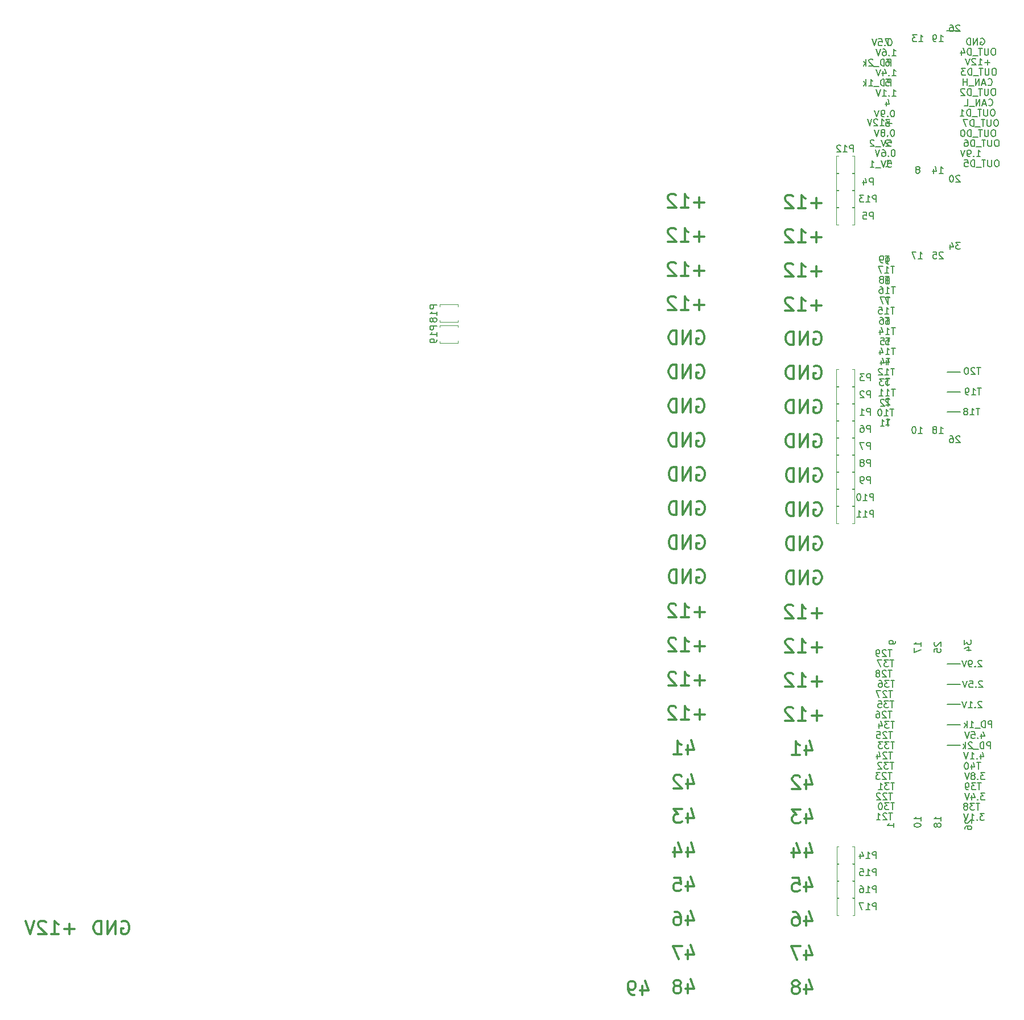
<source format=gbo>
G04 #@! TF.GenerationSoftware,KiCad,Pcbnew,8.0.6-8.0.6-0~ubuntu22.04.1*
G04 #@! TF.CreationDate,2024-11-02T16:03:04+00:00*
G04 #@! TF.ProjectId,digital_inputs,64696769-7461-46c5-9f69-6e707574732e,D*
G04 #@! TF.SameCoordinates,PX791ddc0PYca2dd00*
G04 #@! TF.FileFunction,Legend,Bot*
G04 #@! TF.FilePolarity,Positive*
%FSLAX46Y46*%
G04 Gerber Fmt 4.6, Leading zero omitted, Abs format (unit mm)*
G04 Created by KiCad (PCBNEW 8.0.6-8.0.6-0~ubuntu22.04.1) date 2024-11-02 16:03:04*
%MOMM*%
%LPD*%
G01*
G04 APERTURE LIST*
%ADD10C,0.150000*%
%ADD11C,0.300000*%
%ADD12C,0.120000*%
G04 APERTURE END LIST*
D10*
X171400000Y51300000D02*
X173300000Y51300000D01*
X171400000Y39200000D02*
X173300000Y39200000D01*
X171400000Y91800000D02*
X173300000Y91800000D01*
X171400000Y45300000D02*
X173300000Y45300000D01*
X171300000Y145550000D02*
X173200000Y145550000D01*
X171400000Y48300000D02*
X173300000Y48300000D01*
X171400000Y94800000D02*
X173300000Y94800000D01*
X171400000Y42300000D02*
X173300000Y42300000D01*
X171400000Y88800000D02*
X173300000Y88800000D01*
D11*
X152696666Y104637267D02*
X151172857Y104637267D01*
X151934761Y103875362D02*
X151934761Y105399172D01*
X149172857Y103875362D02*
X150315714Y103875362D01*
X149744286Y103875362D02*
X149744286Y105875362D01*
X149744286Y105875362D02*
X149934762Y105589648D01*
X149934762Y105589648D02*
X150125238Y105399172D01*
X150125238Y105399172D02*
X150315714Y105303934D01*
X148410952Y105684886D02*
X148315714Y105780124D01*
X148315714Y105780124D02*
X148125238Y105875362D01*
X148125238Y105875362D02*
X147649047Y105875362D01*
X147649047Y105875362D02*
X147458571Y105780124D01*
X147458571Y105780124D02*
X147363333Y105684886D01*
X147363333Y105684886D02*
X147268095Y105494410D01*
X147268095Y105494410D02*
X147268095Y105303934D01*
X147268095Y105303934D02*
X147363333Y105018220D01*
X147363333Y105018220D02*
X148506190Y103875362D01*
X148506190Y103875362D02*
X147268095Y103875362D01*
D10*
X176452380Y40911848D02*
X176452380Y40245181D01*
X176690475Y41292800D02*
X176928570Y40578515D01*
X176928570Y40578515D02*
X176309523Y40578515D01*
X175928570Y40340420D02*
X175880951Y40292800D01*
X175880951Y40292800D02*
X175928570Y40245181D01*
X175928570Y40245181D02*
X175976189Y40292800D01*
X175976189Y40292800D02*
X175928570Y40340420D01*
X175928570Y40340420D02*
X175928570Y40245181D01*
X174976190Y41245181D02*
X175452380Y41245181D01*
X175452380Y41245181D02*
X175499999Y40768991D01*
X175499999Y40768991D02*
X175452380Y40816610D01*
X175452380Y40816610D02*
X175357142Y40864229D01*
X175357142Y40864229D02*
X175119047Y40864229D01*
X175119047Y40864229D02*
X175023809Y40816610D01*
X175023809Y40816610D02*
X174976190Y40768991D01*
X174976190Y40768991D02*
X174928571Y40673753D01*
X174928571Y40673753D02*
X174928571Y40435658D01*
X174928571Y40435658D02*
X174976190Y40340420D01*
X174976190Y40340420D02*
X175023809Y40292800D01*
X175023809Y40292800D02*
X175119047Y40245181D01*
X175119047Y40245181D02*
X175357142Y40245181D01*
X175357142Y40245181D02*
X175452380Y40292800D01*
X175452380Y40292800D02*
X175499999Y40340420D01*
X174642856Y41245181D02*
X174309523Y40245181D01*
X174309523Y40245181D02*
X173976190Y41245181D01*
X163157142Y138845181D02*
X163728570Y138845181D01*
X163442856Y138845181D02*
X163442856Y139845181D01*
X163442856Y139845181D02*
X163538094Y139702324D01*
X163538094Y139702324D02*
X163633332Y139607086D01*
X163633332Y139607086D02*
X163728570Y139559467D01*
X162728570Y138940420D02*
X162680951Y138892800D01*
X162680951Y138892800D02*
X162728570Y138845181D01*
X162728570Y138845181D02*
X162776189Y138892800D01*
X162776189Y138892800D02*
X162728570Y138940420D01*
X162728570Y138940420D02*
X162728570Y138845181D01*
X161823809Y139511848D02*
X161823809Y138845181D01*
X162061904Y139892800D02*
X162299999Y139178515D01*
X162299999Y139178515D02*
X161680952Y139178515D01*
X161442856Y139845181D02*
X161109523Y138845181D01*
X161109523Y138845181D02*
X160776190Y139845181D01*
X163538094Y42770181D02*
X162966666Y42770181D01*
X163252380Y41770181D02*
X163252380Y42770181D01*
X162728570Y42770181D02*
X162109523Y42770181D01*
X162109523Y42770181D02*
X162442856Y42389229D01*
X162442856Y42389229D02*
X162299999Y42389229D01*
X162299999Y42389229D02*
X162204761Y42341610D01*
X162204761Y42341610D02*
X162157142Y42293991D01*
X162157142Y42293991D02*
X162109523Y42198753D01*
X162109523Y42198753D02*
X162109523Y41960658D01*
X162109523Y41960658D02*
X162157142Y41865420D01*
X162157142Y41865420D02*
X162204761Y41817800D01*
X162204761Y41817800D02*
X162299999Y41770181D01*
X162299999Y41770181D02*
X162585713Y41770181D01*
X162585713Y41770181D02*
X162680951Y41817800D01*
X162680951Y41817800D02*
X162728570Y41865420D01*
X161252380Y42436848D02*
X161252380Y41770181D01*
X161490475Y42817800D02*
X161728570Y42103515D01*
X161728570Y42103515D02*
X161109523Y42103515D01*
X178023809Y41845181D02*
X178023809Y42845181D01*
X178023809Y42845181D02*
X177642857Y42845181D01*
X177642857Y42845181D02*
X177547619Y42797562D01*
X177547619Y42797562D02*
X177500000Y42749943D01*
X177500000Y42749943D02*
X177452381Y42654705D01*
X177452381Y42654705D02*
X177452381Y42511848D01*
X177452381Y42511848D02*
X177500000Y42416610D01*
X177500000Y42416610D02*
X177547619Y42368991D01*
X177547619Y42368991D02*
X177642857Y42321372D01*
X177642857Y42321372D02*
X178023809Y42321372D01*
X177023809Y41845181D02*
X177023809Y42845181D01*
X177023809Y42845181D02*
X176785714Y42845181D01*
X176785714Y42845181D02*
X176642857Y42797562D01*
X176642857Y42797562D02*
X176547619Y42702324D01*
X176547619Y42702324D02*
X176500000Y42607086D01*
X176500000Y42607086D02*
X176452381Y42416610D01*
X176452381Y42416610D02*
X176452381Y42273753D01*
X176452381Y42273753D02*
X176500000Y42083277D01*
X176500000Y42083277D02*
X176547619Y41988039D01*
X176547619Y41988039D02*
X176642857Y41892800D01*
X176642857Y41892800D02*
X176785714Y41845181D01*
X176785714Y41845181D02*
X177023809Y41845181D01*
X176261905Y41749943D02*
X175500000Y41749943D01*
X174738095Y41845181D02*
X175309523Y41845181D01*
X175023809Y41845181D02*
X175023809Y42845181D01*
X175023809Y42845181D02*
X175119047Y42702324D01*
X175119047Y42702324D02*
X175214285Y42607086D01*
X175214285Y42607086D02*
X175309523Y42559467D01*
X174309523Y41845181D02*
X174309523Y42845181D01*
X174214285Y42226134D02*
X173928571Y41845181D01*
X173928571Y42511848D02*
X174309523Y42130896D01*
D11*
X135291666Y53952267D02*
X133767857Y53952267D01*
X134529761Y53190362D02*
X134529761Y54714172D01*
X131767857Y53190362D02*
X132910714Y53190362D01*
X132339286Y53190362D02*
X132339286Y55190362D01*
X132339286Y55190362D02*
X132529762Y54904648D01*
X132529762Y54904648D02*
X132720238Y54714172D01*
X132720238Y54714172D02*
X132910714Y54618934D01*
X131005952Y54999886D02*
X130910714Y55095124D01*
X130910714Y55095124D02*
X130720238Y55190362D01*
X130720238Y55190362D02*
X130244047Y55190362D01*
X130244047Y55190362D02*
X130053571Y55095124D01*
X130053571Y55095124D02*
X129958333Y54999886D01*
X129958333Y54999886D02*
X129863095Y54809410D01*
X129863095Y54809410D02*
X129863095Y54618934D01*
X129863095Y54618934D02*
X129958333Y54333220D01*
X129958333Y54333220D02*
X131101190Y53190362D01*
X131101190Y53190362D02*
X129863095Y53190362D01*
X151578809Y70200124D02*
X151769285Y70295362D01*
X151769285Y70295362D02*
X152054999Y70295362D01*
X152054999Y70295362D02*
X152340714Y70200124D01*
X152340714Y70200124D02*
X152531190Y70009648D01*
X152531190Y70009648D02*
X152626428Y69819172D01*
X152626428Y69819172D02*
X152721666Y69438220D01*
X152721666Y69438220D02*
X152721666Y69152505D01*
X152721666Y69152505D02*
X152626428Y68771553D01*
X152626428Y68771553D02*
X152531190Y68581077D01*
X152531190Y68581077D02*
X152340714Y68390600D01*
X152340714Y68390600D02*
X152054999Y68295362D01*
X152054999Y68295362D02*
X151864523Y68295362D01*
X151864523Y68295362D02*
X151578809Y68390600D01*
X151578809Y68390600D02*
X151483571Y68485839D01*
X151483571Y68485839D02*
X151483571Y69152505D01*
X151483571Y69152505D02*
X151864523Y69152505D01*
X150626428Y68295362D02*
X150626428Y70295362D01*
X150626428Y70295362D02*
X149483571Y68295362D01*
X149483571Y68295362D02*
X149483571Y70295362D01*
X148531190Y68295362D02*
X148531190Y70295362D01*
X148531190Y70295362D02*
X148055000Y70295362D01*
X148055000Y70295362D02*
X147769285Y70200124D01*
X147769285Y70200124D02*
X147578809Y70009648D01*
X147578809Y70009648D02*
X147483571Y69819172D01*
X147483571Y69819172D02*
X147388333Y69438220D01*
X147388333Y69438220D02*
X147388333Y69152505D01*
X147388333Y69152505D02*
X147483571Y68771553D01*
X147483571Y68771553D02*
X147578809Y68581077D01*
X147578809Y68581077D02*
X147769285Y68390600D01*
X147769285Y68390600D02*
X148055000Y68295362D01*
X148055000Y68295362D02*
X148531190Y68295362D01*
X151553809Y90540124D02*
X151744285Y90635362D01*
X151744285Y90635362D02*
X152029999Y90635362D01*
X152029999Y90635362D02*
X152315714Y90540124D01*
X152315714Y90540124D02*
X152506190Y90349648D01*
X152506190Y90349648D02*
X152601428Y90159172D01*
X152601428Y90159172D02*
X152696666Y89778220D01*
X152696666Y89778220D02*
X152696666Y89492505D01*
X152696666Y89492505D02*
X152601428Y89111553D01*
X152601428Y89111553D02*
X152506190Y88921077D01*
X152506190Y88921077D02*
X152315714Y88730600D01*
X152315714Y88730600D02*
X152029999Y88635362D01*
X152029999Y88635362D02*
X151839523Y88635362D01*
X151839523Y88635362D02*
X151553809Y88730600D01*
X151553809Y88730600D02*
X151458571Y88825839D01*
X151458571Y88825839D02*
X151458571Y89492505D01*
X151458571Y89492505D02*
X151839523Y89492505D01*
X150601428Y88635362D02*
X150601428Y90635362D01*
X150601428Y90635362D02*
X149458571Y88635362D01*
X149458571Y88635362D02*
X149458571Y90635362D01*
X148506190Y88635362D02*
X148506190Y90635362D01*
X148506190Y90635362D02*
X148030000Y90635362D01*
X148030000Y90635362D02*
X147744285Y90540124D01*
X147744285Y90540124D02*
X147553809Y90349648D01*
X147553809Y90349648D02*
X147458571Y90159172D01*
X147458571Y90159172D02*
X147363333Y89778220D01*
X147363333Y89778220D02*
X147363333Y89492505D01*
X147363333Y89492505D02*
X147458571Y89111553D01*
X147458571Y89111553D02*
X147553809Y88921077D01*
X147553809Y88921077D02*
X147744285Y88730600D01*
X147744285Y88730600D02*
X148030000Y88635362D01*
X148030000Y88635362D02*
X148506190Y88635362D01*
D10*
X163538094Y33645181D02*
X162966666Y33645181D01*
X163252380Y32645181D02*
X163252380Y33645181D01*
X162728570Y33645181D02*
X162109523Y33645181D01*
X162109523Y33645181D02*
X162442856Y33264229D01*
X162442856Y33264229D02*
X162299999Y33264229D01*
X162299999Y33264229D02*
X162204761Y33216610D01*
X162204761Y33216610D02*
X162157142Y33168991D01*
X162157142Y33168991D02*
X162109523Y33073753D01*
X162109523Y33073753D02*
X162109523Y32835658D01*
X162109523Y32835658D02*
X162157142Y32740420D01*
X162157142Y32740420D02*
X162204761Y32692800D01*
X162204761Y32692800D02*
X162299999Y32645181D01*
X162299999Y32645181D02*
X162585713Y32645181D01*
X162585713Y32645181D02*
X162680951Y32692800D01*
X162680951Y32692800D02*
X162728570Y32740420D01*
X161157142Y32645181D02*
X161728570Y32645181D01*
X161442856Y32645181D02*
X161442856Y33645181D01*
X161442856Y33645181D02*
X161538094Y33502324D01*
X161538094Y33502324D02*
X161633332Y33407086D01*
X161633332Y33407086D02*
X161728570Y33359467D01*
X163538094Y48870181D02*
X162966666Y48870181D01*
X163252380Y47870181D02*
X163252380Y48870181D01*
X162728570Y48870181D02*
X162109523Y48870181D01*
X162109523Y48870181D02*
X162442856Y48489229D01*
X162442856Y48489229D02*
X162299999Y48489229D01*
X162299999Y48489229D02*
X162204761Y48441610D01*
X162204761Y48441610D02*
X162157142Y48393991D01*
X162157142Y48393991D02*
X162109523Y48298753D01*
X162109523Y48298753D02*
X162109523Y48060658D01*
X162109523Y48060658D02*
X162157142Y47965420D01*
X162157142Y47965420D02*
X162204761Y47917800D01*
X162204761Y47917800D02*
X162299999Y47870181D01*
X162299999Y47870181D02*
X162585713Y47870181D01*
X162585713Y47870181D02*
X162680951Y47917800D01*
X162680951Y47917800D02*
X162728570Y47965420D01*
X161252380Y48870181D02*
X161442856Y48870181D01*
X161442856Y48870181D02*
X161538094Y48822562D01*
X161538094Y48822562D02*
X161585713Y48774943D01*
X161585713Y48774943D02*
X161680951Y48632086D01*
X161680951Y48632086D02*
X161728570Y48441610D01*
X161728570Y48441610D02*
X161728570Y48060658D01*
X161728570Y48060658D02*
X161680951Y47965420D01*
X161680951Y47965420D02*
X161633332Y47917800D01*
X161633332Y47917800D02*
X161538094Y47870181D01*
X161538094Y47870181D02*
X161347618Y47870181D01*
X161347618Y47870181D02*
X161252380Y47917800D01*
X161252380Y47917800D02*
X161204761Y47965420D01*
X161204761Y47965420D02*
X161157142Y48060658D01*
X161157142Y48060658D02*
X161157142Y48298753D01*
X161157142Y48298753D02*
X161204761Y48393991D01*
X161204761Y48393991D02*
X161252380Y48441610D01*
X161252380Y48441610D02*
X161347618Y48489229D01*
X161347618Y48489229D02*
X161538094Y48489229D01*
X161538094Y48489229D02*
X161633332Y48441610D01*
X161633332Y48441610D02*
X161680951Y48393991D01*
X161680951Y48393991D02*
X161728570Y48298753D01*
D11*
X134123809Y90675124D02*
X134314285Y90770362D01*
X134314285Y90770362D02*
X134599999Y90770362D01*
X134599999Y90770362D02*
X134885714Y90675124D01*
X134885714Y90675124D02*
X135076190Y90484648D01*
X135076190Y90484648D02*
X135171428Y90294172D01*
X135171428Y90294172D02*
X135266666Y89913220D01*
X135266666Y89913220D02*
X135266666Y89627505D01*
X135266666Y89627505D02*
X135171428Y89246553D01*
X135171428Y89246553D02*
X135076190Y89056077D01*
X135076190Y89056077D02*
X134885714Y88865600D01*
X134885714Y88865600D02*
X134599999Y88770362D01*
X134599999Y88770362D02*
X134409523Y88770362D01*
X134409523Y88770362D02*
X134123809Y88865600D01*
X134123809Y88865600D02*
X134028571Y88960839D01*
X134028571Y88960839D02*
X134028571Y89627505D01*
X134028571Y89627505D02*
X134409523Y89627505D01*
X133171428Y88770362D02*
X133171428Y90770362D01*
X133171428Y90770362D02*
X132028571Y88770362D01*
X132028571Y88770362D02*
X132028571Y90770362D01*
X131076190Y88770362D02*
X131076190Y90770362D01*
X131076190Y90770362D02*
X130600000Y90770362D01*
X130600000Y90770362D02*
X130314285Y90675124D01*
X130314285Y90675124D02*
X130123809Y90484648D01*
X130123809Y90484648D02*
X130028571Y90294172D01*
X130028571Y90294172D02*
X129933333Y89913220D01*
X129933333Y89913220D02*
X129933333Y89627505D01*
X129933333Y89627505D02*
X130028571Y89246553D01*
X130028571Y89246553D02*
X130123809Y89056077D01*
X130123809Y89056077D02*
X130314285Y88865600D01*
X130314285Y88865600D02*
X130600000Y88770362D01*
X130600000Y88770362D02*
X131076190Y88770362D01*
X41523809Y11852267D02*
X40000000Y11852267D01*
X40761904Y11090362D02*
X40761904Y12614172D01*
X38000000Y11090362D02*
X39142857Y11090362D01*
X38571429Y11090362D02*
X38571429Y13090362D01*
X38571429Y13090362D02*
X38761905Y12804648D01*
X38761905Y12804648D02*
X38952381Y12614172D01*
X38952381Y12614172D02*
X39142857Y12518934D01*
X37238095Y12899886D02*
X37142857Y12995124D01*
X37142857Y12995124D02*
X36952381Y13090362D01*
X36952381Y13090362D02*
X36476190Y13090362D01*
X36476190Y13090362D02*
X36285714Y12995124D01*
X36285714Y12995124D02*
X36190476Y12899886D01*
X36190476Y12899886D02*
X36095238Y12709410D01*
X36095238Y12709410D02*
X36095238Y12518934D01*
X36095238Y12518934D02*
X36190476Y12233220D01*
X36190476Y12233220D02*
X37333333Y11090362D01*
X37333333Y11090362D02*
X36095238Y11090362D01*
X35523809Y13090362D02*
X34857143Y11090362D01*
X34857143Y11090362D02*
X34190476Y13090362D01*
D10*
X162761904Y108995181D02*
X162190476Y108995181D01*
X162476190Y107995181D02*
X162476190Y108995181D01*
X161714285Y108566610D02*
X161809523Y108614229D01*
X161809523Y108614229D02*
X161857142Y108661848D01*
X161857142Y108661848D02*
X161904761Y108757086D01*
X161904761Y108757086D02*
X161904761Y108804705D01*
X161904761Y108804705D02*
X161857142Y108899943D01*
X161857142Y108899943D02*
X161809523Y108947562D01*
X161809523Y108947562D02*
X161714285Y108995181D01*
X161714285Y108995181D02*
X161523809Y108995181D01*
X161523809Y108995181D02*
X161428571Y108947562D01*
X161428571Y108947562D02*
X161380952Y108899943D01*
X161380952Y108899943D02*
X161333333Y108804705D01*
X161333333Y108804705D02*
X161333333Y108757086D01*
X161333333Y108757086D02*
X161380952Y108661848D01*
X161380952Y108661848D02*
X161428571Y108614229D01*
X161428571Y108614229D02*
X161523809Y108566610D01*
X161523809Y108566610D02*
X161714285Y108566610D01*
X161714285Y108566610D02*
X161809523Y108518991D01*
X161809523Y108518991D02*
X161857142Y108471372D01*
X161857142Y108471372D02*
X161904761Y108376134D01*
X161904761Y108376134D02*
X161904761Y108185658D01*
X161904761Y108185658D02*
X161857142Y108090420D01*
X161857142Y108090420D02*
X161809523Y108042800D01*
X161809523Y108042800D02*
X161714285Y107995181D01*
X161714285Y107995181D02*
X161523809Y107995181D01*
X161523809Y107995181D02*
X161428571Y108042800D01*
X161428571Y108042800D02*
X161380952Y108090420D01*
X161380952Y108090420D02*
X161333333Y108185658D01*
X161333333Y108185658D02*
X161333333Y108376134D01*
X161333333Y108376134D02*
X161380952Y108471372D01*
X161380952Y108471372D02*
X161428571Y108518991D01*
X161428571Y108518991D02*
X161523809Y108566610D01*
D11*
X135266666Y114932267D02*
X133742857Y114932267D01*
X134504761Y114170362D02*
X134504761Y115694172D01*
X131742857Y114170362D02*
X132885714Y114170362D01*
X132314286Y114170362D02*
X132314286Y116170362D01*
X132314286Y116170362D02*
X132504762Y115884648D01*
X132504762Y115884648D02*
X132695238Y115694172D01*
X132695238Y115694172D02*
X132885714Y115598934D01*
X130980952Y115979886D02*
X130885714Y116075124D01*
X130885714Y116075124D02*
X130695238Y116170362D01*
X130695238Y116170362D02*
X130219047Y116170362D01*
X130219047Y116170362D02*
X130028571Y116075124D01*
X130028571Y116075124D02*
X129933333Y115979886D01*
X129933333Y115979886D02*
X129838095Y115789410D01*
X129838095Y115789410D02*
X129838095Y115598934D01*
X129838095Y115598934D02*
X129933333Y115313220D01*
X129933333Y115313220D02*
X131076190Y114170362D01*
X131076190Y114170362D02*
X129838095Y114170362D01*
D10*
X163438094Y51920181D02*
X162866666Y51920181D01*
X163152380Y50920181D02*
X163152380Y51920181D01*
X162628570Y51920181D02*
X162009523Y51920181D01*
X162009523Y51920181D02*
X162342856Y51539229D01*
X162342856Y51539229D02*
X162199999Y51539229D01*
X162199999Y51539229D02*
X162104761Y51491610D01*
X162104761Y51491610D02*
X162057142Y51443991D01*
X162057142Y51443991D02*
X162009523Y51348753D01*
X162009523Y51348753D02*
X162009523Y51110658D01*
X162009523Y51110658D02*
X162057142Y51015420D01*
X162057142Y51015420D02*
X162104761Y50967800D01*
X162104761Y50967800D02*
X162199999Y50920181D01*
X162199999Y50920181D02*
X162485713Y50920181D01*
X162485713Y50920181D02*
X162580951Y50967800D01*
X162580951Y50967800D02*
X162628570Y51015420D01*
X161676189Y51920181D02*
X161009523Y51920181D01*
X161009523Y51920181D02*
X161438094Y50920181D01*
D11*
X48523809Y12995124D02*
X48714285Y13090362D01*
X48714285Y13090362D02*
X48999999Y13090362D01*
X48999999Y13090362D02*
X49285714Y12995124D01*
X49285714Y12995124D02*
X49476190Y12804648D01*
X49476190Y12804648D02*
X49571428Y12614172D01*
X49571428Y12614172D02*
X49666666Y12233220D01*
X49666666Y12233220D02*
X49666666Y11947505D01*
X49666666Y11947505D02*
X49571428Y11566553D01*
X49571428Y11566553D02*
X49476190Y11376077D01*
X49476190Y11376077D02*
X49285714Y11185600D01*
X49285714Y11185600D02*
X48999999Y11090362D01*
X48999999Y11090362D02*
X48809523Y11090362D01*
X48809523Y11090362D02*
X48523809Y11185600D01*
X48523809Y11185600D02*
X48428571Y11280839D01*
X48428571Y11280839D02*
X48428571Y11947505D01*
X48428571Y11947505D02*
X48809523Y11947505D01*
X47571428Y11090362D02*
X47571428Y13090362D01*
X47571428Y13090362D02*
X46428571Y11090362D01*
X46428571Y11090362D02*
X46428571Y13090362D01*
X45476190Y11090362D02*
X45476190Y13090362D01*
X45476190Y13090362D02*
X45000000Y13090362D01*
X45000000Y13090362D02*
X44714285Y12995124D01*
X44714285Y12995124D02*
X44523809Y12804648D01*
X44523809Y12804648D02*
X44428571Y12614172D01*
X44428571Y12614172D02*
X44333333Y12233220D01*
X44333333Y12233220D02*
X44333333Y11947505D01*
X44333333Y11947505D02*
X44428571Y11566553D01*
X44428571Y11566553D02*
X44523809Y11376077D01*
X44523809Y11376077D02*
X44714285Y11185600D01*
X44714285Y11185600D02*
X45000000Y11090362D01*
X45000000Y11090362D02*
X45476190Y11090362D01*
X152696666Y114797267D02*
X151172857Y114797267D01*
X151934761Y114035362D02*
X151934761Y115559172D01*
X149172857Y114035362D02*
X150315714Y114035362D01*
X149744286Y114035362D02*
X149744286Y116035362D01*
X149744286Y116035362D02*
X149934762Y115749648D01*
X149934762Y115749648D02*
X150125238Y115559172D01*
X150125238Y115559172D02*
X150315714Y115463934D01*
X148410952Y115844886D02*
X148315714Y115940124D01*
X148315714Y115940124D02*
X148125238Y116035362D01*
X148125238Y116035362D02*
X147649047Y116035362D01*
X147649047Y116035362D02*
X147458571Y115940124D01*
X147458571Y115940124D02*
X147363333Y115844886D01*
X147363333Y115844886D02*
X147268095Y115654410D01*
X147268095Y115654410D02*
X147268095Y115463934D01*
X147268095Y115463934D02*
X147363333Y115178220D01*
X147363333Y115178220D02*
X148506190Y114035362D01*
X148506190Y114035362D02*
X147268095Y114035362D01*
X152721666Y53817267D02*
X151197857Y53817267D01*
X151959761Y53055362D02*
X151959761Y54579172D01*
X149197857Y53055362D02*
X150340714Y53055362D01*
X149769286Y53055362D02*
X149769286Y55055362D01*
X149769286Y55055362D02*
X149959762Y54769648D01*
X149959762Y54769648D02*
X150150238Y54579172D01*
X150150238Y54579172D02*
X150340714Y54483934D01*
X148435952Y54864886D02*
X148340714Y54960124D01*
X148340714Y54960124D02*
X148150238Y55055362D01*
X148150238Y55055362D02*
X147674047Y55055362D01*
X147674047Y55055362D02*
X147483571Y54960124D01*
X147483571Y54960124D02*
X147388333Y54864886D01*
X147388333Y54864886D02*
X147293095Y54674410D01*
X147293095Y54674410D02*
X147293095Y54483934D01*
X147293095Y54483934D02*
X147388333Y54198220D01*
X147388333Y54198220D02*
X148531190Y53055362D01*
X148531190Y53055362D02*
X147293095Y53055362D01*
D10*
X163138094Y35170181D02*
X162566666Y35170181D01*
X162852380Y34170181D02*
X162852380Y35170181D01*
X162280951Y35074943D02*
X162233332Y35122562D01*
X162233332Y35122562D02*
X162138094Y35170181D01*
X162138094Y35170181D02*
X161899999Y35170181D01*
X161899999Y35170181D02*
X161804761Y35122562D01*
X161804761Y35122562D02*
X161757142Y35074943D01*
X161757142Y35074943D02*
X161709523Y34979705D01*
X161709523Y34979705D02*
X161709523Y34884467D01*
X161709523Y34884467D02*
X161757142Y34741610D01*
X161757142Y34741610D02*
X162328570Y34170181D01*
X162328570Y34170181D02*
X161709523Y34170181D01*
X161376189Y35170181D02*
X160757142Y35170181D01*
X160757142Y35170181D02*
X161090475Y34789229D01*
X161090475Y34789229D02*
X160947618Y34789229D01*
X160947618Y34789229D02*
X160852380Y34741610D01*
X160852380Y34741610D02*
X160804761Y34693991D01*
X160804761Y34693991D02*
X160757142Y34598753D01*
X160757142Y34598753D02*
X160757142Y34360658D01*
X160757142Y34360658D02*
X160804761Y34265420D01*
X160804761Y34265420D02*
X160852380Y34217800D01*
X160852380Y34217800D02*
X160947618Y34170181D01*
X160947618Y34170181D02*
X161233332Y34170181D01*
X161233332Y34170181D02*
X161328570Y34217800D01*
X161328570Y34217800D02*
X161376189Y34265420D01*
D11*
X132771428Y34123696D02*
X132771428Y32790362D01*
X133247619Y34885600D02*
X133723809Y33457029D01*
X133723809Y33457029D02*
X132485714Y33457029D01*
X131819047Y34599886D02*
X131723809Y34695124D01*
X131723809Y34695124D02*
X131533333Y34790362D01*
X131533333Y34790362D02*
X131057142Y34790362D01*
X131057142Y34790362D02*
X130866666Y34695124D01*
X130866666Y34695124D02*
X130771428Y34599886D01*
X130771428Y34599886D02*
X130676190Y34409410D01*
X130676190Y34409410D02*
X130676190Y34218934D01*
X130676190Y34218934D02*
X130771428Y33933220D01*
X130771428Y33933220D02*
X131914285Y32790362D01*
X131914285Y32790362D02*
X130676190Y32790362D01*
D10*
X176528570Y45674943D02*
X176480951Y45722562D01*
X176480951Y45722562D02*
X176385713Y45770181D01*
X176385713Y45770181D02*
X176147618Y45770181D01*
X176147618Y45770181D02*
X176052380Y45722562D01*
X176052380Y45722562D02*
X176004761Y45674943D01*
X176004761Y45674943D02*
X175957142Y45579705D01*
X175957142Y45579705D02*
X175957142Y45484467D01*
X175957142Y45484467D02*
X176004761Y45341610D01*
X176004761Y45341610D02*
X176576189Y44770181D01*
X176576189Y44770181D02*
X175957142Y44770181D01*
X175528570Y44865420D02*
X175480951Y44817800D01*
X175480951Y44817800D02*
X175528570Y44770181D01*
X175528570Y44770181D02*
X175576189Y44817800D01*
X175576189Y44817800D02*
X175528570Y44865420D01*
X175528570Y44865420D02*
X175528570Y44770181D01*
X174528571Y44770181D02*
X175099999Y44770181D01*
X174814285Y44770181D02*
X174814285Y45770181D01*
X174814285Y45770181D02*
X174909523Y45627324D01*
X174909523Y45627324D02*
X175004761Y45532086D01*
X175004761Y45532086D02*
X175099999Y45484467D01*
X174242856Y45770181D02*
X173909523Y44770181D01*
X173909523Y44770181D02*
X173576190Y45770181D01*
D11*
X134148809Y70335124D02*
X134339285Y70430362D01*
X134339285Y70430362D02*
X134624999Y70430362D01*
X134624999Y70430362D02*
X134910714Y70335124D01*
X134910714Y70335124D02*
X135101190Y70144648D01*
X135101190Y70144648D02*
X135196428Y69954172D01*
X135196428Y69954172D02*
X135291666Y69573220D01*
X135291666Y69573220D02*
X135291666Y69287505D01*
X135291666Y69287505D02*
X135196428Y68906553D01*
X135196428Y68906553D02*
X135101190Y68716077D01*
X135101190Y68716077D02*
X134910714Y68525600D01*
X134910714Y68525600D02*
X134624999Y68430362D01*
X134624999Y68430362D02*
X134434523Y68430362D01*
X134434523Y68430362D02*
X134148809Y68525600D01*
X134148809Y68525600D02*
X134053571Y68620839D01*
X134053571Y68620839D02*
X134053571Y69287505D01*
X134053571Y69287505D02*
X134434523Y69287505D01*
X133196428Y68430362D02*
X133196428Y70430362D01*
X133196428Y70430362D02*
X132053571Y68430362D01*
X132053571Y68430362D02*
X132053571Y70430362D01*
X131101190Y68430362D02*
X131101190Y70430362D01*
X131101190Y70430362D02*
X130625000Y70430362D01*
X130625000Y70430362D02*
X130339285Y70335124D01*
X130339285Y70335124D02*
X130148809Y70144648D01*
X130148809Y70144648D02*
X130053571Y69954172D01*
X130053571Y69954172D02*
X129958333Y69573220D01*
X129958333Y69573220D02*
X129958333Y69287505D01*
X129958333Y69287505D02*
X130053571Y68906553D01*
X130053571Y68906553D02*
X130148809Y68716077D01*
X130148809Y68716077D02*
X130339285Y68525600D01*
X130339285Y68525600D02*
X130625000Y68430362D01*
X130625000Y68430362D02*
X131101190Y68430362D01*
X152696666Y119877267D02*
X151172857Y119877267D01*
X151934761Y119115362D02*
X151934761Y120639172D01*
X149172857Y119115362D02*
X150315714Y119115362D01*
X149744286Y119115362D02*
X149744286Y121115362D01*
X149744286Y121115362D02*
X149934762Y120829648D01*
X149934762Y120829648D02*
X150125238Y120639172D01*
X150125238Y120639172D02*
X150315714Y120543934D01*
X148410952Y120924886D02*
X148315714Y121020124D01*
X148315714Y121020124D02*
X148125238Y121115362D01*
X148125238Y121115362D02*
X147649047Y121115362D01*
X147649047Y121115362D02*
X147458571Y121020124D01*
X147458571Y121020124D02*
X147363333Y120924886D01*
X147363333Y120924886D02*
X147268095Y120734410D01*
X147268095Y120734410D02*
X147268095Y120543934D01*
X147268095Y120543934D02*
X147363333Y120258220D01*
X147363333Y120258220D02*
X148506190Y119115362D01*
X148506190Y119115362D02*
X147268095Y119115362D01*
D10*
X163538094Y104420181D02*
X162966666Y104420181D01*
X163252380Y103420181D02*
X163252380Y104420181D01*
X162109523Y103420181D02*
X162680951Y103420181D01*
X162395237Y103420181D02*
X162395237Y104420181D01*
X162395237Y104420181D02*
X162490475Y104277324D01*
X162490475Y104277324D02*
X162585713Y104182086D01*
X162585713Y104182086D02*
X162680951Y104134467D01*
X161204761Y104420181D02*
X161680951Y104420181D01*
X161680951Y104420181D02*
X161728570Y103943991D01*
X161728570Y103943991D02*
X161680951Y103991610D01*
X161680951Y103991610D02*
X161585713Y104039229D01*
X161585713Y104039229D02*
X161347618Y104039229D01*
X161347618Y104039229D02*
X161252380Y103991610D01*
X161252380Y103991610D02*
X161204761Y103943991D01*
X161204761Y103943991D02*
X161157142Y103848753D01*
X161157142Y103848753D02*
X161157142Y103610658D01*
X161157142Y103610658D02*
X161204761Y103515420D01*
X161204761Y103515420D02*
X161252380Y103467800D01*
X161252380Y103467800D02*
X161347618Y103420181D01*
X161347618Y103420181D02*
X161585713Y103420181D01*
X161585713Y103420181D02*
X161680951Y103467800D01*
X161680951Y103467800D02*
X161728570Y103515420D01*
X178857142Y129345181D02*
X178666666Y129345181D01*
X178666666Y129345181D02*
X178571428Y129297562D01*
X178571428Y129297562D02*
X178476190Y129202324D01*
X178476190Y129202324D02*
X178428571Y129011848D01*
X178428571Y129011848D02*
X178428571Y128678515D01*
X178428571Y128678515D02*
X178476190Y128488039D01*
X178476190Y128488039D02*
X178571428Y128392800D01*
X178571428Y128392800D02*
X178666666Y128345181D01*
X178666666Y128345181D02*
X178857142Y128345181D01*
X178857142Y128345181D02*
X178952380Y128392800D01*
X178952380Y128392800D02*
X179047618Y128488039D01*
X179047618Y128488039D02*
X179095237Y128678515D01*
X179095237Y128678515D02*
X179095237Y129011848D01*
X179095237Y129011848D02*
X179047618Y129202324D01*
X179047618Y129202324D02*
X178952380Y129297562D01*
X178952380Y129297562D02*
X178857142Y129345181D01*
X177999999Y129345181D02*
X177999999Y128535658D01*
X177999999Y128535658D02*
X177952380Y128440420D01*
X177952380Y128440420D02*
X177904761Y128392800D01*
X177904761Y128392800D02*
X177809523Y128345181D01*
X177809523Y128345181D02*
X177619047Y128345181D01*
X177619047Y128345181D02*
X177523809Y128392800D01*
X177523809Y128392800D02*
X177476190Y128440420D01*
X177476190Y128440420D02*
X177428571Y128535658D01*
X177428571Y128535658D02*
X177428571Y129345181D01*
X177095237Y129345181D02*
X176523809Y129345181D01*
X176809523Y128345181D02*
X176809523Y129345181D01*
X176428571Y128249943D02*
X175666666Y128249943D01*
X175428570Y128345181D02*
X175428570Y129345181D01*
X175428570Y129345181D02*
X175190475Y129345181D01*
X175190475Y129345181D02*
X175047618Y129297562D01*
X175047618Y129297562D02*
X174952380Y129202324D01*
X174952380Y129202324D02*
X174904761Y129107086D01*
X174904761Y129107086D02*
X174857142Y128916610D01*
X174857142Y128916610D02*
X174857142Y128773753D01*
X174857142Y128773753D02*
X174904761Y128583277D01*
X174904761Y128583277D02*
X174952380Y128488039D01*
X174952380Y128488039D02*
X175047618Y128392800D01*
X175047618Y128392800D02*
X175190475Y128345181D01*
X175190475Y128345181D02*
X175428570Y128345181D01*
X173999999Y129345181D02*
X174190475Y129345181D01*
X174190475Y129345181D02*
X174285713Y129297562D01*
X174285713Y129297562D02*
X174333332Y129249943D01*
X174333332Y129249943D02*
X174428570Y129107086D01*
X174428570Y129107086D02*
X174476189Y128916610D01*
X174476189Y128916610D02*
X174476189Y128535658D01*
X174476189Y128535658D02*
X174428570Y128440420D01*
X174428570Y128440420D02*
X174380951Y128392800D01*
X174380951Y128392800D02*
X174285713Y128345181D01*
X174285713Y128345181D02*
X174095237Y128345181D01*
X174095237Y128345181D02*
X173999999Y128392800D01*
X173999999Y128392800D02*
X173952380Y128440420D01*
X173952380Y128440420D02*
X173904761Y128535658D01*
X173904761Y128535658D02*
X173904761Y128773753D01*
X173904761Y128773753D02*
X173952380Y128868991D01*
X173952380Y128868991D02*
X173999999Y128916610D01*
X173999999Y128916610D02*
X174095237Y128964229D01*
X174095237Y128964229D02*
X174285713Y128964229D01*
X174285713Y128964229D02*
X174380951Y128916610D01*
X174380951Y128916610D02*
X174428570Y128868991D01*
X174428570Y128868991D02*
X174476189Y128773753D01*
D11*
X150371428Y13703696D02*
X150371428Y12370362D01*
X150847619Y14465600D02*
X151323809Y13037029D01*
X151323809Y13037029D02*
X150085714Y13037029D01*
X148466666Y14370362D02*
X148847619Y14370362D01*
X148847619Y14370362D02*
X149038095Y14275124D01*
X149038095Y14275124D02*
X149133333Y14179886D01*
X149133333Y14179886D02*
X149323809Y13894172D01*
X149323809Y13894172D02*
X149419047Y13513220D01*
X149419047Y13513220D02*
X149419047Y12751315D01*
X149419047Y12751315D02*
X149323809Y12560839D01*
X149323809Y12560839D02*
X149228571Y12465600D01*
X149228571Y12465600D02*
X149038095Y12370362D01*
X149038095Y12370362D02*
X148657142Y12370362D01*
X148657142Y12370362D02*
X148466666Y12465600D01*
X148466666Y12465600D02*
X148371428Y12560839D01*
X148371428Y12560839D02*
X148276190Y12751315D01*
X148276190Y12751315D02*
X148276190Y13227505D01*
X148276190Y13227505D02*
X148371428Y13417981D01*
X148371428Y13417981D02*
X148466666Y13513220D01*
X148466666Y13513220D02*
X148657142Y13608458D01*
X148657142Y13608458D02*
X149038095Y13608458D01*
X149038095Y13608458D02*
X149228571Y13513220D01*
X149228571Y13513220D02*
X149323809Y13417981D01*
X149323809Y13417981D02*
X149419047Y13227505D01*
X134148809Y75415124D02*
X134339285Y75510362D01*
X134339285Y75510362D02*
X134624999Y75510362D01*
X134624999Y75510362D02*
X134910714Y75415124D01*
X134910714Y75415124D02*
X135101190Y75224648D01*
X135101190Y75224648D02*
X135196428Y75034172D01*
X135196428Y75034172D02*
X135291666Y74653220D01*
X135291666Y74653220D02*
X135291666Y74367505D01*
X135291666Y74367505D02*
X135196428Y73986553D01*
X135196428Y73986553D02*
X135101190Y73796077D01*
X135101190Y73796077D02*
X134910714Y73605600D01*
X134910714Y73605600D02*
X134624999Y73510362D01*
X134624999Y73510362D02*
X134434523Y73510362D01*
X134434523Y73510362D02*
X134148809Y73605600D01*
X134148809Y73605600D02*
X134053571Y73700839D01*
X134053571Y73700839D02*
X134053571Y74367505D01*
X134053571Y74367505D02*
X134434523Y74367505D01*
X133196428Y73510362D02*
X133196428Y75510362D01*
X133196428Y75510362D02*
X132053571Y73510362D01*
X132053571Y73510362D02*
X132053571Y75510362D01*
X131101190Y73510362D02*
X131101190Y75510362D01*
X131101190Y75510362D02*
X130625000Y75510362D01*
X130625000Y75510362D02*
X130339285Y75415124D01*
X130339285Y75415124D02*
X130148809Y75224648D01*
X130148809Y75224648D02*
X130053571Y75034172D01*
X130053571Y75034172D02*
X129958333Y74653220D01*
X129958333Y74653220D02*
X129958333Y74367505D01*
X129958333Y74367505D02*
X130053571Y73986553D01*
X130053571Y73986553D02*
X130148809Y73796077D01*
X130148809Y73796077D02*
X130339285Y73605600D01*
X130339285Y73605600D02*
X130625000Y73510362D01*
X130625000Y73510362D02*
X131101190Y73510362D01*
X134123809Y85595124D02*
X134314285Y85690362D01*
X134314285Y85690362D02*
X134599999Y85690362D01*
X134599999Y85690362D02*
X134885714Y85595124D01*
X134885714Y85595124D02*
X135076190Y85404648D01*
X135076190Y85404648D02*
X135171428Y85214172D01*
X135171428Y85214172D02*
X135266666Y84833220D01*
X135266666Y84833220D02*
X135266666Y84547505D01*
X135266666Y84547505D02*
X135171428Y84166553D01*
X135171428Y84166553D02*
X135076190Y83976077D01*
X135076190Y83976077D02*
X134885714Y83785600D01*
X134885714Y83785600D02*
X134599999Y83690362D01*
X134599999Y83690362D02*
X134409523Y83690362D01*
X134409523Y83690362D02*
X134123809Y83785600D01*
X134123809Y83785600D02*
X134028571Y83880839D01*
X134028571Y83880839D02*
X134028571Y84547505D01*
X134028571Y84547505D02*
X134409523Y84547505D01*
X133171428Y83690362D02*
X133171428Y85690362D01*
X133171428Y85690362D02*
X132028571Y83690362D01*
X132028571Y83690362D02*
X132028571Y85690362D01*
X131076190Y83690362D02*
X131076190Y85690362D01*
X131076190Y85690362D02*
X130600000Y85690362D01*
X130600000Y85690362D02*
X130314285Y85595124D01*
X130314285Y85595124D02*
X130123809Y85404648D01*
X130123809Y85404648D02*
X130028571Y85214172D01*
X130028571Y85214172D02*
X129933333Y84833220D01*
X129933333Y84833220D02*
X129933333Y84547505D01*
X129933333Y84547505D02*
X130028571Y84166553D01*
X130028571Y84166553D02*
X130123809Y83976077D01*
X130123809Y83976077D02*
X130314285Y83785600D01*
X130314285Y83785600D02*
X130600000Y83690362D01*
X130600000Y83690362D02*
X131076190Y83690362D01*
X152721666Y58897267D02*
X151197857Y58897267D01*
X151959761Y58135362D02*
X151959761Y59659172D01*
X149197857Y58135362D02*
X150340714Y58135362D01*
X149769286Y58135362D02*
X149769286Y60135362D01*
X149769286Y60135362D02*
X149959762Y59849648D01*
X149959762Y59849648D02*
X150150238Y59659172D01*
X150150238Y59659172D02*
X150340714Y59563934D01*
X148435952Y59944886D02*
X148340714Y60040124D01*
X148340714Y60040124D02*
X148150238Y60135362D01*
X148150238Y60135362D02*
X147674047Y60135362D01*
X147674047Y60135362D02*
X147483571Y60040124D01*
X147483571Y60040124D02*
X147388333Y59944886D01*
X147388333Y59944886D02*
X147293095Y59754410D01*
X147293095Y59754410D02*
X147293095Y59563934D01*
X147293095Y59563934D02*
X147388333Y59278220D01*
X147388333Y59278220D02*
X148531190Y58135362D01*
X148531190Y58135362D02*
X147293095Y58135362D01*
D10*
X163438094Y45820181D02*
X162866666Y45820181D01*
X163152380Y44820181D02*
X163152380Y45820181D01*
X162628570Y45820181D02*
X162009523Y45820181D01*
X162009523Y45820181D02*
X162342856Y45439229D01*
X162342856Y45439229D02*
X162199999Y45439229D01*
X162199999Y45439229D02*
X162104761Y45391610D01*
X162104761Y45391610D02*
X162057142Y45343991D01*
X162057142Y45343991D02*
X162009523Y45248753D01*
X162009523Y45248753D02*
X162009523Y45010658D01*
X162009523Y45010658D02*
X162057142Y44915420D01*
X162057142Y44915420D02*
X162104761Y44867800D01*
X162104761Y44867800D02*
X162199999Y44820181D01*
X162199999Y44820181D02*
X162485713Y44820181D01*
X162485713Y44820181D02*
X162580951Y44867800D01*
X162580951Y44867800D02*
X162628570Y44915420D01*
X161104761Y45820181D02*
X161580951Y45820181D01*
X161580951Y45820181D02*
X161628570Y45343991D01*
X161628570Y45343991D02*
X161580951Y45391610D01*
X161580951Y45391610D02*
X161485713Y45439229D01*
X161485713Y45439229D02*
X161247618Y45439229D01*
X161247618Y45439229D02*
X161152380Y45391610D01*
X161152380Y45391610D02*
X161104761Y45343991D01*
X161104761Y45343991D02*
X161057142Y45248753D01*
X161057142Y45248753D02*
X161057142Y45010658D01*
X161057142Y45010658D02*
X161104761Y44915420D01*
X161104761Y44915420D02*
X161152380Y44867800D01*
X161152380Y44867800D02*
X161247618Y44820181D01*
X161247618Y44820181D02*
X161485713Y44820181D01*
X161485713Y44820181D02*
X161580951Y44867800D01*
X161580951Y44867800D02*
X161628570Y44915420D01*
X163238094Y41245181D02*
X162666666Y41245181D01*
X162952380Y40245181D02*
X162952380Y41245181D01*
X162380951Y41149943D02*
X162333332Y41197562D01*
X162333332Y41197562D02*
X162238094Y41245181D01*
X162238094Y41245181D02*
X161999999Y41245181D01*
X161999999Y41245181D02*
X161904761Y41197562D01*
X161904761Y41197562D02*
X161857142Y41149943D01*
X161857142Y41149943D02*
X161809523Y41054705D01*
X161809523Y41054705D02*
X161809523Y40959467D01*
X161809523Y40959467D02*
X161857142Y40816610D01*
X161857142Y40816610D02*
X162428570Y40245181D01*
X162428570Y40245181D02*
X161809523Y40245181D01*
X160904761Y41245181D02*
X161380951Y41245181D01*
X161380951Y41245181D02*
X161428570Y40768991D01*
X161428570Y40768991D02*
X161380951Y40816610D01*
X161380951Y40816610D02*
X161285713Y40864229D01*
X161285713Y40864229D02*
X161047618Y40864229D01*
X161047618Y40864229D02*
X160952380Y40816610D01*
X160952380Y40816610D02*
X160904761Y40768991D01*
X160904761Y40768991D02*
X160857142Y40673753D01*
X160857142Y40673753D02*
X160857142Y40435658D01*
X160857142Y40435658D02*
X160904761Y40340420D01*
X160904761Y40340420D02*
X160952380Y40292800D01*
X160952380Y40292800D02*
X161047618Y40245181D01*
X161047618Y40245181D02*
X161285713Y40245181D01*
X161285713Y40245181D02*
X161380951Y40292800D01*
X161380951Y40292800D02*
X161428570Y40340420D01*
D11*
X150371428Y8623696D02*
X150371428Y7290362D01*
X150847619Y9385600D02*
X151323809Y7957029D01*
X151323809Y7957029D02*
X150085714Y7957029D01*
X149514285Y9290362D02*
X148180952Y9290362D01*
X148180952Y9290362D02*
X149038095Y7290362D01*
D10*
X162761904Y102895181D02*
X162190476Y102895181D01*
X162476190Y101895181D02*
X162476190Y102895181D01*
X161428571Y102895181D02*
X161619047Y102895181D01*
X161619047Y102895181D02*
X161714285Y102847562D01*
X161714285Y102847562D02*
X161761904Y102799943D01*
X161761904Y102799943D02*
X161857142Y102657086D01*
X161857142Y102657086D02*
X161904761Y102466610D01*
X161904761Y102466610D02*
X161904761Y102085658D01*
X161904761Y102085658D02*
X161857142Y101990420D01*
X161857142Y101990420D02*
X161809523Y101942800D01*
X161809523Y101942800D02*
X161714285Y101895181D01*
X161714285Y101895181D02*
X161523809Y101895181D01*
X161523809Y101895181D02*
X161428571Y101942800D01*
X161428571Y101942800D02*
X161380952Y101990420D01*
X161380952Y101990420D02*
X161333333Y102085658D01*
X161333333Y102085658D02*
X161333333Y102323753D01*
X161333333Y102323753D02*
X161380952Y102418991D01*
X161380952Y102418991D02*
X161428571Y102466610D01*
X161428571Y102466610D02*
X161523809Y102514229D01*
X161523809Y102514229D02*
X161714285Y102514229D01*
X161714285Y102514229D02*
X161809523Y102466610D01*
X161809523Y102466610D02*
X161857142Y102418991D01*
X161857142Y102418991D02*
X161904761Y102323753D01*
D11*
X135266666Y120012267D02*
X133742857Y120012267D01*
X134504761Y119250362D02*
X134504761Y120774172D01*
X131742857Y119250362D02*
X132885714Y119250362D01*
X132314286Y119250362D02*
X132314286Y121250362D01*
X132314286Y121250362D02*
X132504762Y120964648D01*
X132504762Y120964648D02*
X132695238Y120774172D01*
X132695238Y120774172D02*
X132885714Y120678934D01*
X130980952Y121059886D02*
X130885714Y121155124D01*
X130885714Y121155124D02*
X130695238Y121250362D01*
X130695238Y121250362D02*
X130219047Y121250362D01*
X130219047Y121250362D02*
X130028571Y121155124D01*
X130028571Y121155124D02*
X129933333Y121059886D01*
X129933333Y121059886D02*
X129838095Y120869410D01*
X129838095Y120869410D02*
X129838095Y120678934D01*
X129838095Y120678934D02*
X129933333Y120393220D01*
X129933333Y120393220D02*
X131076190Y119250362D01*
X131076190Y119250362D02*
X129838095Y119250362D01*
X152721666Y48737267D02*
X151197857Y48737267D01*
X151959761Y47975362D02*
X151959761Y49499172D01*
X149197857Y47975362D02*
X150340714Y47975362D01*
X149769286Y47975362D02*
X149769286Y49975362D01*
X149769286Y49975362D02*
X149959762Y49689648D01*
X149959762Y49689648D02*
X150150238Y49499172D01*
X150150238Y49499172D02*
X150340714Y49403934D01*
X148435952Y49784886D02*
X148340714Y49880124D01*
X148340714Y49880124D02*
X148150238Y49975362D01*
X148150238Y49975362D02*
X147674047Y49975362D01*
X147674047Y49975362D02*
X147483571Y49880124D01*
X147483571Y49880124D02*
X147388333Y49784886D01*
X147388333Y49784886D02*
X147293095Y49594410D01*
X147293095Y49594410D02*
X147293095Y49403934D01*
X147293095Y49403934D02*
X147388333Y49118220D01*
X147388333Y49118220D02*
X148531190Y47975362D01*
X148531190Y47975362D02*
X147293095Y47975362D01*
D10*
X176338094Y95420181D02*
X175766666Y95420181D01*
X176052380Y94420181D02*
X176052380Y95420181D01*
X175480951Y95324943D02*
X175433332Y95372562D01*
X175433332Y95372562D02*
X175338094Y95420181D01*
X175338094Y95420181D02*
X175099999Y95420181D01*
X175099999Y95420181D02*
X175004761Y95372562D01*
X175004761Y95372562D02*
X174957142Y95324943D01*
X174957142Y95324943D02*
X174909523Y95229705D01*
X174909523Y95229705D02*
X174909523Y95134467D01*
X174909523Y95134467D02*
X174957142Y94991610D01*
X174957142Y94991610D02*
X175528570Y94420181D01*
X175528570Y94420181D02*
X174909523Y94420181D01*
X174290475Y95420181D02*
X174195237Y95420181D01*
X174195237Y95420181D02*
X174099999Y95372562D01*
X174099999Y95372562D02*
X174052380Y95324943D01*
X174052380Y95324943D02*
X174004761Y95229705D01*
X174004761Y95229705D02*
X173957142Y95039229D01*
X173957142Y95039229D02*
X173957142Y94801134D01*
X173957142Y94801134D02*
X174004761Y94610658D01*
X174004761Y94610658D02*
X174052380Y94515420D01*
X174052380Y94515420D02*
X174099999Y94467800D01*
X174099999Y94467800D02*
X174195237Y94420181D01*
X174195237Y94420181D02*
X174290475Y94420181D01*
X174290475Y94420181D02*
X174385713Y94467800D01*
X174385713Y94467800D02*
X174433332Y94515420D01*
X174433332Y94515420D02*
X174480951Y94610658D01*
X174480951Y94610658D02*
X174528570Y94801134D01*
X174528570Y94801134D02*
X174528570Y95039229D01*
X174528570Y95039229D02*
X174480951Y95229705D01*
X174480951Y95229705D02*
X174433332Y95324943D01*
X174433332Y95324943D02*
X174385713Y95372562D01*
X174385713Y95372562D02*
X174290475Y95420181D01*
X163538094Y95295181D02*
X162966666Y95295181D01*
X163252380Y94295181D02*
X163252380Y95295181D01*
X162109523Y94295181D02*
X162680951Y94295181D01*
X162395237Y94295181D02*
X162395237Y95295181D01*
X162395237Y95295181D02*
X162490475Y95152324D01*
X162490475Y95152324D02*
X162585713Y95057086D01*
X162585713Y95057086D02*
X162680951Y95009467D01*
X161728570Y95199943D02*
X161680951Y95247562D01*
X161680951Y95247562D02*
X161585713Y95295181D01*
X161585713Y95295181D02*
X161347618Y95295181D01*
X161347618Y95295181D02*
X161252380Y95247562D01*
X161252380Y95247562D02*
X161204761Y95199943D01*
X161204761Y95199943D02*
X161157142Y95104705D01*
X161157142Y95104705D02*
X161157142Y95009467D01*
X161157142Y95009467D02*
X161204761Y94866610D01*
X161204761Y94866610D02*
X161776189Y94295181D01*
X161776189Y94295181D02*
X161157142Y94295181D01*
X163238094Y38220181D02*
X162666666Y38220181D01*
X162952380Y37220181D02*
X162952380Y38220181D01*
X162380951Y38124943D02*
X162333332Y38172562D01*
X162333332Y38172562D02*
X162238094Y38220181D01*
X162238094Y38220181D02*
X161999999Y38220181D01*
X161999999Y38220181D02*
X161904761Y38172562D01*
X161904761Y38172562D02*
X161857142Y38124943D01*
X161857142Y38124943D02*
X161809523Y38029705D01*
X161809523Y38029705D02*
X161809523Y37934467D01*
X161809523Y37934467D02*
X161857142Y37791610D01*
X161857142Y37791610D02*
X162428570Y37220181D01*
X162428570Y37220181D02*
X161809523Y37220181D01*
X160952380Y37886848D02*
X160952380Y37220181D01*
X161190475Y38267800D02*
X161428570Y37553515D01*
X161428570Y37553515D02*
X160809523Y37553515D01*
D11*
X125971428Y3423696D02*
X125971428Y2090362D01*
X126447619Y4185600D02*
X126923809Y2757029D01*
X126923809Y2757029D02*
X125685714Y2757029D01*
X124828571Y2090362D02*
X124447619Y2090362D01*
X124447619Y2090362D02*
X124257142Y2185600D01*
X124257142Y2185600D02*
X124161904Y2280839D01*
X124161904Y2280839D02*
X123971428Y2566553D01*
X123971428Y2566553D02*
X123876190Y2947505D01*
X123876190Y2947505D02*
X123876190Y3709410D01*
X123876190Y3709410D02*
X123971428Y3899886D01*
X123971428Y3899886D02*
X124066666Y3995124D01*
X124066666Y3995124D02*
X124257142Y4090362D01*
X124257142Y4090362D02*
X124638095Y4090362D01*
X124638095Y4090362D02*
X124828571Y3995124D01*
X124828571Y3995124D02*
X124923809Y3899886D01*
X124923809Y3899886D02*
X125019047Y3709410D01*
X125019047Y3709410D02*
X125019047Y3233220D01*
X125019047Y3233220D02*
X124923809Y3042743D01*
X124923809Y3042743D02*
X124828571Y2947505D01*
X124828571Y2947505D02*
X124638095Y2852267D01*
X124638095Y2852267D02*
X124257142Y2852267D01*
X124257142Y2852267D02*
X124066666Y2947505D01*
X124066666Y2947505D02*
X123971428Y3042743D01*
X123971428Y3042743D02*
X123876190Y3233220D01*
D10*
X176361904Y144397562D02*
X176457142Y144445181D01*
X176457142Y144445181D02*
X176599999Y144445181D01*
X176599999Y144445181D02*
X176742856Y144397562D01*
X176742856Y144397562D02*
X176838094Y144302324D01*
X176838094Y144302324D02*
X176885713Y144207086D01*
X176885713Y144207086D02*
X176933332Y144016610D01*
X176933332Y144016610D02*
X176933332Y143873753D01*
X176933332Y143873753D02*
X176885713Y143683277D01*
X176885713Y143683277D02*
X176838094Y143588039D01*
X176838094Y143588039D02*
X176742856Y143492800D01*
X176742856Y143492800D02*
X176599999Y143445181D01*
X176599999Y143445181D02*
X176504761Y143445181D01*
X176504761Y143445181D02*
X176361904Y143492800D01*
X176361904Y143492800D02*
X176314285Y143540420D01*
X176314285Y143540420D02*
X176314285Y143873753D01*
X176314285Y143873753D02*
X176504761Y143873753D01*
X175885713Y143445181D02*
X175885713Y144445181D01*
X175885713Y144445181D02*
X175314285Y143445181D01*
X175314285Y143445181D02*
X175314285Y144445181D01*
X174838094Y143445181D02*
X174838094Y144445181D01*
X174838094Y144445181D02*
X174599999Y144445181D01*
X174599999Y144445181D02*
X174457142Y144397562D01*
X174457142Y144397562D02*
X174361904Y144302324D01*
X174361904Y144302324D02*
X174314285Y144207086D01*
X174314285Y144207086D02*
X174266666Y144016610D01*
X174266666Y144016610D02*
X174266666Y143873753D01*
X174266666Y143873753D02*
X174314285Y143683277D01*
X174314285Y143683277D02*
X174361904Y143588039D01*
X174361904Y143588039D02*
X174457142Y143492800D01*
X174457142Y143492800D02*
X174599999Y143445181D01*
X174599999Y143445181D02*
X174838094Y143445181D01*
D11*
X132746428Y8703696D02*
X132746428Y7370362D01*
X133222619Y9465600D02*
X133698809Y8037029D01*
X133698809Y8037029D02*
X132460714Y8037029D01*
X131889285Y9370362D02*
X130555952Y9370362D01*
X130555952Y9370362D02*
X131413095Y7370362D01*
D10*
X176628570Y48724943D02*
X176580951Y48772562D01*
X176580951Y48772562D02*
X176485713Y48820181D01*
X176485713Y48820181D02*
X176247618Y48820181D01*
X176247618Y48820181D02*
X176152380Y48772562D01*
X176152380Y48772562D02*
X176104761Y48724943D01*
X176104761Y48724943D02*
X176057142Y48629705D01*
X176057142Y48629705D02*
X176057142Y48534467D01*
X176057142Y48534467D02*
X176104761Y48391610D01*
X176104761Y48391610D02*
X176676189Y47820181D01*
X176676189Y47820181D02*
X176057142Y47820181D01*
X175628570Y47915420D02*
X175580951Y47867800D01*
X175580951Y47867800D02*
X175628570Y47820181D01*
X175628570Y47820181D02*
X175676189Y47867800D01*
X175676189Y47867800D02*
X175628570Y47915420D01*
X175628570Y47915420D02*
X175628570Y47820181D01*
X174676190Y48820181D02*
X175152380Y48820181D01*
X175152380Y48820181D02*
X175199999Y48343991D01*
X175199999Y48343991D02*
X175152380Y48391610D01*
X175152380Y48391610D02*
X175057142Y48439229D01*
X175057142Y48439229D02*
X174819047Y48439229D01*
X174819047Y48439229D02*
X174723809Y48391610D01*
X174723809Y48391610D02*
X174676190Y48343991D01*
X174676190Y48343991D02*
X174628571Y48248753D01*
X174628571Y48248753D02*
X174628571Y48010658D01*
X174628571Y48010658D02*
X174676190Y47915420D01*
X174676190Y47915420D02*
X174723809Y47867800D01*
X174723809Y47867800D02*
X174819047Y47820181D01*
X174819047Y47820181D02*
X175057142Y47820181D01*
X175057142Y47820181D02*
X175152380Y47867800D01*
X175152380Y47867800D02*
X175199999Y47915420D01*
X174342856Y48820181D02*
X174009523Y47820181D01*
X174009523Y47820181D02*
X173676190Y48820181D01*
X162547619Y129345181D02*
X163023809Y129345181D01*
X163023809Y129345181D02*
X163071428Y128868991D01*
X163071428Y128868991D02*
X163023809Y128916610D01*
X163023809Y128916610D02*
X162928571Y128964229D01*
X162928571Y128964229D02*
X162690476Y128964229D01*
X162690476Y128964229D02*
X162595238Y128916610D01*
X162595238Y128916610D02*
X162547619Y128868991D01*
X162547619Y128868991D02*
X162500000Y128773753D01*
X162500000Y128773753D02*
X162500000Y128535658D01*
X162500000Y128535658D02*
X162547619Y128440420D01*
X162547619Y128440420D02*
X162595238Y128392800D01*
X162595238Y128392800D02*
X162690476Y128345181D01*
X162690476Y128345181D02*
X162928571Y128345181D01*
X162928571Y128345181D02*
X163023809Y128392800D01*
X163023809Y128392800D02*
X163071428Y128440420D01*
X162214285Y129345181D02*
X161880952Y128345181D01*
X161880952Y128345181D02*
X161547619Y129345181D01*
X161452381Y128249943D02*
X160690476Y128249943D01*
X160499999Y129249943D02*
X160452380Y129297562D01*
X160452380Y129297562D02*
X160357142Y129345181D01*
X160357142Y129345181D02*
X160119047Y129345181D01*
X160119047Y129345181D02*
X160023809Y129297562D01*
X160023809Y129297562D02*
X159976190Y129249943D01*
X159976190Y129249943D02*
X159928571Y129154705D01*
X159928571Y129154705D02*
X159928571Y129059467D01*
X159928571Y129059467D02*
X159976190Y128916610D01*
X159976190Y128916610D02*
X160547618Y128345181D01*
X160547618Y128345181D02*
X159928571Y128345181D01*
X176438094Y92370181D02*
X175866666Y92370181D01*
X176152380Y91370181D02*
X176152380Y92370181D01*
X175009523Y91370181D02*
X175580951Y91370181D01*
X175295237Y91370181D02*
X175295237Y92370181D01*
X175295237Y92370181D02*
X175390475Y92227324D01*
X175390475Y92227324D02*
X175485713Y92132086D01*
X175485713Y92132086D02*
X175580951Y92084467D01*
X174533332Y91370181D02*
X174342856Y91370181D01*
X174342856Y91370181D02*
X174247618Y91417800D01*
X174247618Y91417800D02*
X174199999Y91465420D01*
X174199999Y91465420D02*
X174104761Y91608277D01*
X174104761Y91608277D02*
X174057142Y91798753D01*
X174057142Y91798753D02*
X174057142Y92179705D01*
X174057142Y92179705D02*
X174104761Y92274943D01*
X174104761Y92274943D02*
X174152380Y92322562D01*
X174152380Y92322562D02*
X174247618Y92370181D01*
X174247618Y92370181D02*
X174438094Y92370181D01*
X174438094Y92370181D02*
X174533332Y92322562D01*
X174533332Y92322562D02*
X174580951Y92274943D01*
X174580951Y92274943D02*
X174628570Y92179705D01*
X174628570Y92179705D02*
X174628570Y91941610D01*
X174628570Y91941610D02*
X174580951Y91846372D01*
X174580951Y91846372D02*
X174533332Y91798753D01*
X174533332Y91798753D02*
X174438094Y91751134D01*
X174438094Y91751134D02*
X174247618Y91751134D01*
X174247618Y91751134D02*
X174152380Y91798753D01*
X174152380Y91798753D02*
X174104761Y91846372D01*
X174104761Y91846372D02*
X174057142Y91941610D01*
X178357142Y136945181D02*
X178166666Y136945181D01*
X178166666Y136945181D02*
X178071428Y136897562D01*
X178071428Y136897562D02*
X177976190Y136802324D01*
X177976190Y136802324D02*
X177928571Y136611848D01*
X177928571Y136611848D02*
X177928571Y136278515D01*
X177928571Y136278515D02*
X177976190Y136088039D01*
X177976190Y136088039D02*
X178071428Y135992800D01*
X178071428Y135992800D02*
X178166666Y135945181D01*
X178166666Y135945181D02*
X178357142Y135945181D01*
X178357142Y135945181D02*
X178452380Y135992800D01*
X178452380Y135992800D02*
X178547618Y136088039D01*
X178547618Y136088039D02*
X178595237Y136278515D01*
X178595237Y136278515D02*
X178595237Y136611848D01*
X178595237Y136611848D02*
X178547618Y136802324D01*
X178547618Y136802324D02*
X178452380Y136897562D01*
X178452380Y136897562D02*
X178357142Y136945181D01*
X177499999Y136945181D02*
X177499999Y136135658D01*
X177499999Y136135658D02*
X177452380Y136040420D01*
X177452380Y136040420D02*
X177404761Y135992800D01*
X177404761Y135992800D02*
X177309523Y135945181D01*
X177309523Y135945181D02*
X177119047Y135945181D01*
X177119047Y135945181D02*
X177023809Y135992800D01*
X177023809Y135992800D02*
X176976190Y136040420D01*
X176976190Y136040420D02*
X176928571Y136135658D01*
X176928571Y136135658D02*
X176928571Y136945181D01*
X176595237Y136945181D02*
X176023809Y136945181D01*
X176309523Y135945181D02*
X176309523Y136945181D01*
X175928571Y135849943D02*
X175166666Y135849943D01*
X174928570Y135945181D02*
X174928570Y136945181D01*
X174928570Y136945181D02*
X174690475Y136945181D01*
X174690475Y136945181D02*
X174547618Y136897562D01*
X174547618Y136897562D02*
X174452380Y136802324D01*
X174452380Y136802324D02*
X174404761Y136707086D01*
X174404761Y136707086D02*
X174357142Y136516610D01*
X174357142Y136516610D02*
X174357142Y136373753D01*
X174357142Y136373753D02*
X174404761Y136183277D01*
X174404761Y136183277D02*
X174452380Y136088039D01*
X174452380Y136088039D02*
X174547618Y135992800D01*
X174547618Y135992800D02*
X174690475Y135945181D01*
X174690475Y135945181D02*
X174928570Y135945181D01*
X173976189Y136849943D02*
X173928570Y136897562D01*
X173928570Y136897562D02*
X173833332Y136945181D01*
X173833332Y136945181D02*
X173595237Y136945181D01*
X173595237Y136945181D02*
X173499999Y136897562D01*
X173499999Y136897562D02*
X173452380Y136849943D01*
X173452380Y136849943D02*
X173404761Y136754705D01*
X173404761Y136754705D02*
X173404761Y136659467D01*
X173404761Y136659467D02*
X173452380Y136516610D01*
X173452380Y136516610D02*
X174023808Y135945181D01*
X174023808Y135945181D02*
X173404761Y135945181D01*
X178257142Y133870181D02*
X178066666Y133870181D01*
X178066666Y133870181D02*
X177971428Y133822562D01*
X177971428Y133822562D02*
X177876190Y133727324D01*
X177876190Y133727324D02*
X177828571Y133536848D01*
X177828571Y133536848D02*
X177828571Y133203515D01*
X177828571Y133203515D02*
X177876190Y133013039D01*
X177876190Y133013039D02*
X177971428Y132917800D01*
X177971428Y132917800D02*
X178066666Y132870181D01*
X178066666Y132870181D02*
X178257142Y132870181D01*
X178257142Y132870181D02*
X178352380Y132917800D01*
X178352380Y132917800D02*
X178447618Y133013039D01*
X178447618Y133013039D02*
X178495237Y133203515D01*
X178495237Y133203515D02*
X178495237Y133536848D01*
X178495237Y133536848D02*
X178447618Y133727324D01*
X178447618Y133727324D02*
X178352380Y133822562D01*
X178352380Y133822562D02*
X178257142Y133870181D01*
X177399999Y133870181D02*
X177399999Y133060658D01*
X177399999Y133060658D02*
X177352380Y132965420D01*
X177352380Y132965420D02*
X177304761Y132917800D01*
X177304761Y132917800D02*
X177209523Y132870181D01*
X177209523Y132870181D02*
X177019047Y132870181D01*
X177019047Y132870181D02*
X176923809Y132917800D01*
X176923809Y132917800D02*
X176876190Y132965420D01*
X176876190Y132965420D02*
X176828571Y133060658D01*
X176828571Y133060658D02*
X176828571Y133870181D01*
X176495237Y133870181D02*
X175923809Y133870181D01*
X176209523Y132870181D02*
X176209523Y133870181D01*
X175828571Y132774943D02*
X175066666Y132774943D01*
X174828570Y132870181D02*
X174828570Y133870181D01*
X174828570Y133870181D02*
X174590475Y133870181D01*
X174590475Y133870181D02*
X174447618Y133822562D01*
X174447618Y133822562D02*
X174352380Y133727324D01*
X174352380Y133727324D02*
X174304761Y133632086D01*
X174304761Y133632086D02*
X174257142Y133441610D01*
X174257142Y133441610D02*
X174257142Y133298753D01*
X174257142Y133298753D02*
X174304761Y133108277D01*
X174304761Y133108277D02*
X174352380Y133013039D01*
X174352380Y133013039D02*
X174447618Y132917800D01*
X174447618Y132917800D02*
X174590475Y132870181D01*
X174590475Y132870181D02*
X174828570Y132870181D01*
X173304761Y132870181D02*
X173876189Y132870181D01*
X173590475Y132870181D02*
X173590475Y133870181D01*
X173590475Y133870181D02*
X173685713Y133727324D01*
X173685713Y133727324D02*
X173780951Y133632086D01*
X173780951Y133632086D02*
X173876189Y133584467D01*
X176876189Y29070181D02*
X176257142Y29070181D01*
X176257142Y29070181D02*
X176590475Y28689229D01*
X176590475Y28689229D02*
X176447618Y28689229D01*
X176447618Y28689229D02*
X176352380Y28641610D01*
X176352380Y28641610D02*
X176304761Y28593991D01*
X176304761Y28593991D02*
X176257142Y28498753D01*
X176257142Y28498753D02*
X176257142Y28260658D01*
X176257142Y28260658D02*
X176304761Y28165420D01*
X176304761Y28165420D02*
X176352380Y28117800D01*
X176352380Y28117800D02*
X176447618Y28070181D01*
X176447618Y28070181D02*
X176733332Y28070181D01*
X176733332Y28070181D02*
X176828570Y28117800D01*
X176828570Y28117800D02*
X176876189Y28165420D01*
X175828570Y28165420D02*
X175780951Y28117800D01*
X175780951Y28117800D02*
X175828570Y28070181D01*
X175828570Y28070181D02*
X175876189Y28117800D01*
X175876189Y28117800D02*
X175828570Y28165420D01*
X175828570Y28165420D02*
X175828570Y28070181D01*
X174828571Y28070181D02*
X175399999Y28070181D01*
X175114285Y28070181D02*
X175114285Y29070181D01*
X175114285Y29070181D02*
X175209523Y28927324D01*
X175209523Y28927324D02*
X175304761Y28832086D01*
X175304761Y28832086D02*
X175399999Y28784467D01*
X174542856Y29070181D02*
X174209523Y28070181D01*
X174209523Y28070181D02*
X173876190Y29070181D01*
D11*
X135291666Y43792267D02*
X133767857Y43792267D01*
X134529761Y43030362D02*
X134529761Y44554172D01*
X131767857Y43030362D02*
X132910714Y43030362D01*
X132339286Y43030362D02*
X132339286Y45030362D01*
X132339286Y45030362D02*
X132529762Y44744648D01*
X132529762Y44744648D02*
X132720238Y44554172D01*
X132720238Y44554172D02*
X132910714Y44458934D01*
X131005952Y44839886D02*
X130910714Y44935124D01*
X130910714Y44935124D02*
X130720238Y45030362D01*
X130720238Y45030362D02*
X130244047Y45030362D01*
X130244047Y45030362D02*
X130053571Y44935124D01*
X130053571Y44935124D02*
X129958333Y44839886D01*
X129958333Y44839886D02*
X129863095Y44649410D01*
X129863095Y44649410D02*
X129863095Y44458934D01*
X129863095Y44458934D02*
X129958333Y44173220D01*
X129958333Y44173220D02*
X131101190Y43030362D01*
X131101190Y43030362D02*
X129863095Y43030362D01*
D10*
X162761904Y93770181D02*
X162190476Y93770181D01*
X162476190Y92770181D02*
X162476190Y93770181D01*
X161952380Y93770181D02*
X161333333Y93770181D01*
X161333333Y93770181D02*
X161666666Y93389229D01*
X161666666Y93389229D02*
X161523809Y93389229D01*
X161523809Y93389229D02*
X161428571Y93341610D01*
X161428571Y93341610D02*
X161380952Y93293991D01*
X161380952Y93293991D02*
X161333333Y93198753D01*
X161333333Y93198753D02*
X161333333Y92960658D01*
X161333333Y92960658D02*
X161380952Y92865420D01*
X161380952Y92865420D02*
X161428571Y92817800D01*
X161428571Y92817800D02*
X161523809Y92770181D01*
X161523809Y92770181D02*
X161809523Y92770181D01*
X161809523Y92770181D02*
X161904761Y92817800D01*
X161904761Y92817800D02*
X161952380Y92865420D01*
X176352380Y37836848D02*
X176352380Y37170181D01*
X176590475Y38217800D02*
X176828570Y37503515D01*
X176828570Y37503515D02*
X176209523Y37503515D01*
X175828570Y37265420D02*
X175780951Y37217800D01*
X175780951Y37217800D02*
X175828570Y37170181D01*
X175828570Y37170181D02*
X175876189Y37217800D01*
X175876189Y37217800D02*
X175828570Y37265420D01*
X175828570Y37265420D02*
X175828570Y37170181D01*
X174828571Y37170181D02*
X175399999Y37170181D01*
X175114285Y37170181D02*
X175114285Y38170181D01*
X175114285Y38170181D02*
X175209523Y38027324D01*
X175209523Y38027324D02*
X175304761Y37932086D01*
X175304761Y37932086D02*
X175399999Y37884467D01*
X174542856Y38170181D02*
X174209523Y37170181D01*
X174209523Y37170181D02*
X173876190Y38170181D01*
X176976189Y35120181D02*
X176357142Y35120181D01*
X176357142Y35120181D02*
X176690475Y34739229D01*
X176690475Y34739229D02*
X176547618Y34739229D01*
X176547618Y34739229D02*
X176452380Y34691610D01*
X176452380Y34691610D02*
X176404761Y34643991D01*
X176404761Y34643991D02*
X176357142Y34548753D01*
X176357142Y34548753D02*
X176357142Y34310658D01*
X176357142Y34310658D02*
X176404761Y34215420D01*
X176404761Y34215420D02*
X176452380Y34167800D01*
X176452380Y34167800D02*
X176547618Y34120181D01*
X176547618Y34120181D02*
X176833332Y34120181D01*
X176833332Y34120181D02*
X176928570Y34167800D01*
X176928570Y34167800D02*
X176976189Y34215420D01*
X175928570Y34215420D02*
X175880951Y34167800D01*
X175880951Y34167800D02*
X175928570Y34120181D01*
X175928570Y34120181D02*
X175976189Y34167800D01*
X175976189Y34167800D02*
X175928570Y34215420D01*
X175928570Y34215420D02*
X175928570Y34120181D01*
X175309523Y34691610D02*
X175404761Y34739229D01*
X175404761Y34739229D02*
X175452380Y34786848D01*
X175452380Y34786848D02*
X175499999Y34882086D01*
X175499999Y34882086D02*
X175499999Y34929705D01*
X175499999Y34929705D02*
X175452380Y35024943D01*
X175452380Y35024943D02*
X175404761Y35072562D01*
X175404761Y35072562D02*
X175309523Y35120181D01*
X175309523Y35120181D02*
X175119047Y35120181D01*
X175119047Y35120181D02*
X175023809Y35072562D01*
X175023809Y35072562D02*
X174976190Y35024943D01*
X174976190Y35024943D02*
X174928571Y34929705D01*
X174928571Y34929705D02*
X174928571Y34882086D01*
X174928571Y34882086D02*
X174976190Y34786848D01*
X174976190Y34786848D02*
X175023809Y34739229D01*
X175023809Y34739229D02*
X175119047Y34691610D01*
X175119047Y34691610D02*
X175309523Y34691610D01*
X175309523Y34691610D02*
X175404761Y34643991D01*
X175404761Y34643991D02*
X175452380Y34596372D01*
X175452380Y34596372D02*
X175499999Y34501134D01*
X175499999Y34501134D02*
X175499999Y34310658D01*
X175499999Y34310658D02*
X175452380Y34215420D01*
X175452380Y34215420D02*
X175404761Y34167800D01*
X175404761Y34167800D02*
X175309523Y34120181D01*
X175309523Y34120181D02*
X175119047Y34120181D01*
X175119047Y34120181D02*
X175023809Y34167800D01*
X175023809Y34167800D02*
X174976190Y34215420D01*
X174976190Y34215420D02*
X174928571Y34310658D01*
X174928571Y34310658D02*
X174928571Y34501134D01*
X174928571Y34501134D02*
X174976190Y34596372D01*
X174976190Y34596372D02*
X175023809Y34643991D01*
X175023809Y34643991D02*
X175119047Y34691610D01*
X174642856Y35120181D02*
X174309523Y34120181D01*
X174309523Y34120181D02*
X173976190Y35120181D01*
X163161904Y131776134D02*
X162400000Y131776134D01*
X162780952Y131395181D02*
X162780952Y132157086D01*
X161400000Y131395181D02*
X161971428Y131395181D01*
X161685714Y131395181D02*
X161685714Y132395181D01*
X161685714Y132395181D02*
X161780952Y132252324D01*
X161780952Y132252324D02*
X161876190Y132157086D01*
X161876190Y132157086D02*
X161971428Y132109467D01*
X161019047Y132299943D02*
X160971428Y132347562D01*
X160971428Y132347562D02*
X160876190Y132395181D01*
X160876190Y132395181D02*
X160638095Y132395181D01*
X160638095Y132395181D02*
X160542857Y132347562D01*
X160542857Y132347562D02*
X160495238Y132299943D01*
X160495238Y132299943D02*
X160447619Y132204705D01*
X160447619Y132204705D02*
X160447619Y132109467D01*
X160447619Y132109467D02*
X160495238Y131966610D01*
X160495238Y131966610D02*
X161066666Y131395181D01*
X161066666Y131395181D02*
X160447619Y131395181D01*
X160161904Y132395181D02*
X159828571Y131395181D01*
X159828571Y131395181D02*
X159495238Y132395181D01*
X178357142Y130820181D02*
X178166666Y130820181D01*
X178166666Y130820181D02*
X178071428Y130772562D01*
X178071428Y130772562D02*
X177976190Y130677324D01*
X177976190Y130677324D02*
X177928571Y130486848D01*
X177928571Y130486848D02*
X177928571Y130153515D01*
X177928571Y130153515D02*
X177976190Y129963039D01*
X177976190Y129963039D02*
X178071428Y129867800D01*
X178071428Y129867800D02*
X178166666Y129820181D01*
X178166666Y129820181D02*
X178357142Y129820181D01*
X178357142Y129820181D02*
X178452380Y129867800D01*
X178452380Y129867800D02*
X178547618Y129963039D01*
X178547618Y129963039D02*
X178595237Y130153515D01*
X178595237Y130153515D02*
X178595237Y130486848D01*
X178595237Y130486848D02*
X178547618Y130677324D01*
X178547618Y130677324D02*
X178452380Y130772562D01*
X178452380Y130772562D02*
X178357142Y130820181D01*
X177499999Y130820181D02*
X177499999Y130010658D01*
X177499999Y130010658D02*
X177452380Y129915420D01*
X177452380Y129915420D02*
X177404761Y129867800D01*
X177404761Y129867800D02*
X177309523Y129820181D01*
X177309523Y129820181D02*
X177119047Y129820181D01*
X177119047Y129820181D02*
X177023809Y129867800D01*
X177023809Y129867800D02*
X176976190Y129915420D01*
X176976190Y129915420D02*
X176928571Y130010658D01*
X176928571Y130010658D02*
X176928571Y130820181D01*
X176595237Y130820181D02*
X176023809Y130820181D01*
X176309523Y129820181D02*
X176309523Y130820181D01*
X175928571Y129724943D02*
X175166666Y129724943D01*
X174928570Y129820181D02*
X174928570Y130820181D01*
X174928570Y130820181D02*
X174690475Y130820181D01*
X174690475Y130820181D02*
X174547618Y130772562D01*
X174547618Y130772562D02*
X174452380Y130677324D01*
X174452380Y130677324D02*
X174404761Y130582086D01*
X174404761Y130582086D02*
X174357142Y130391610D01*
X174357142Y130391610D02*
X174357142Y130248753D01*
X174357142Y130248753D02*
X174404761Y130058277D01*
X174404761Y130058277D02*
X174452380Y129963039D01*
X174452380Y129963039D02*
X174547618Y129867800D01*
X174547618Y129867800D02*
X174690475Y129820181D01*
X174690475Y129820181D02*
X174928570Y129820181D01*
X173738094Y130820181D02*
X173642856Y130820181D01*
X173642856Y130820181D02*
X173547618Y130772562D01*
X173547618Y130772562D02*
X173499999Y130724943D01*
X173499999Y130724943D02*
X173452380Y130629705D01*
X173452380Y130629705D02*
X173404761Y130439229D01*
X173404761Y130439229D02*
X173404761Y130201134D01*
X173404761Y130201134D02*
X173452380Y130010658D01*
X173452380Y130010658D02*
X173499999Y129915420D01*
X173499999Y129915420D02*
X173547618Y129867800D01*
X173547618Y129867800D02*
X173642856Y129820181D01*
X173642856Y129820181D02*
X173738094Y129820181D01*
X173738094Y129820181D02*
X173833332Y129867800D01*
X173833332Y129867800D02*
X173880951Y129915420D01*
X173880951Y129915420D02*
X173928570Y130010658D01*
X173928570Y130010658D02*
X173976189Y130201134D01*
X173976189Y130201134D02*
X173976189Y130439229D01*
X173976189Y130439229D02*
X173928570Y130629705D01*
X173928570Y130629705D02*
X173880951Y130724943D01*
X173880951Y130724943D02*
X173833332Y130772562D01*
X173833332Y130772562D02*
X173738094Y130820181D01*
X163238094Y47345181D02*
X162666666Y47345181D01*
X162952380Y46345181D02*
X162952380Y47345181D01*
X162380951Y47249943D02*
X162333332Y47297562D01*
X162333332Y47297562D02*
X162238094Y47345181D01*
X162238094Y47345181D02*
X161999999Y47345181D01*
X161999999Y47345181D02*
X161904761Y47297562D01*
X161904761Y47297562D02*
X161857142Y47249943D01*
X161857142Y47249943D02*
X161809523Y47154705D01*
X161809523Y47154705D02*
X161809523Y47059467D01*
X161809523Y47059467D02*
X161857142Y46916610D01*
X161857142Y46916610D02*
X162428570Y46345181D01*
X162428570Y46345181D02*
X161809523Y46345181D01*
X161476189Y47345181D02*
X160809523Y47345181D01*
X160809523Y47345181D02*
X161238094Y46345181D01*
X162761904Y112045181D02*
X162190476Y112045181D01*
X162476190Y111045181D02*
X162476190Y112045181D01*
X161809523Y111045181D02*
X161619047Y111045181D01*
X161619047Y111045181D02*
X161523809Y111092800D01*
X161523809Y111092800D02*
X161476190Y111140420D01*
X161476190Y111140420D02*
X161380952Y111283277D01*
X161380952Y111283277D02*
X161333333Y111473753D01*
X161333333Y111473753D02*
X161333333Y111854705D01*
X161333333Y111854705D02*
X161380952Y111949943D01*
X161380952Y111949943D02*
X161428571Y111997562D01*
X161428571Y111997562D02*
X161523809Y112045181D01*
X161523809Y112045181D02*
X161714285Y112045181D01*
X161714285Y112045181D02*
X161809523Y111997562D01*
X161809523Y111997562D02*
X161857142Y111949943D01*
X161857142Y111949943D02*
X161904761Y111854705D01*
X161904761Y111854705D02*
X161904761Y111616610D01*
X161904761Y111616610D02*
X161857142Y111521372D01*
X161857142Y111521372D02*
X161809523Y111473753D01*
X161809523Y111473753D02*
X161714285Y111426134D01*
X161714285Y111426134D02*
X161523809Y111426134D01*
X161523809Y111426134D02*
X161428571Y111473753D01*
X161428571Y111473753D02*
X161380952Y111521372D01*
X161380952Y111521372D02*
X161333333Y111616610D01*
X176238094Y89370181D02*
X175666666Y89370181D01*
X175952380Y88370181D02*
X175952380Y89370181D01*
X174809523Y88370181D02*
X175380951Y88370181D01*
X175095237Y88370181D02*
X175095237Y89370181D01*
X175095237Y89370181D02*
X175190475Y89227324D01*
X175190475Y89227324D02*
X175285713Y89132086D01*
X175285713Y89132086D02*
X175380951Y89084467D01*
X174238094Y88941610D02*
X174333332Y88989229D01*
X174333332Y88989229D02*
X174380951Y89036848D01*
X174380951Y89036848D02*
X174428570Y89132086D01*
X174428570Y89132086D02*
X174428570Y89179705D01*
X174428570Y89179705D02*
X174380951Y89274943D01*
X174380951Y89274943D02*
X174333332Y89322562D01*
X174333332Y89322562D02*
X174238094Y89370181D01*
X174238094Y89370181D02*
X174047618Y89370181D01*
X174047618Y89370181D02*
X173952380Y89322562D01*
X173952380Y89322562D02*
X173904761Y89274943D01*
X173904761Y89274943D02*
X173857142Y89179705D01*
X173857142Y89179705D02*
X173857142Y89132086D01*
X173857142Y89132086D02*
X173904761Y89036848D01*
X173904761Y89036848D02*
X173952380Y88989229D01*
X173952380Y88989229D02*
X174047618Y88941610D01*
X174047618Y88941610D02*
X174238094Y88941610D01*
X174238094Y88941610D02*
X174333332Y88893991D01*
X174333332Y88893991D02*
X174380951Y88846372D01*
X174380951Y88846372D02*
X174428570Y88751134D01*
X174428570Y88751134D02*
X174428570Y88560658D01*
X174428570Y88560658D02*
X174380951Y88465420D01*
X174380951Y88465420D02*
X174333332Y88417800D01*
X174333332Y88417800D02*
X174238094Y88370181D01*
X174238094Y88370181D02*
X174047618Y88370181D01*
X174047618Y88370181D02*
X173952380Y88417800D01*
X173952380Y88417800D02*
X173904761Y88465420D01*
X173904761Y88465420D02*
X173857142Y88560658D01*
X173857142Y88560658D02*
X173857142Y88751134D01*
X173857142Y88751134D02*
X173904761Y88846372D01*
X173904761Y88846372D02*
X173952380Y88893991D01*
X173952380Y88893991D02*
X174047618Y88941610D01*
D11*
X132771428Y39203696D02*
X132771428Y37870362D01*
X133247619Y39965600D02*
X133723809Y38537029D01*
X133723809Y38537029D02*
X132485714Y38537029D01*
X130676190Y37870362D02*
X131819047Y37870362D01*
X131247619Y37870362D02*
X131247619Y39870362D01*
X131247619Y39870362D02*
X131438095Y39584648D01*
X131438095Y39584648D02*
X131628571Y39394172D01*
X131628571Y39394172D02*
X131819047Y39298934D01*
X150371428Y3543696D02*
X150371428Y2210362D01*
X150847619Y4305600D02*
X151323809Y2877029D01*
X151323809Y2877029D02*
X150085714Y2877029D01*
X149038095Y3353220D02*
X149228571Y3448458D01*
X149228571Y3448458D02*
X149323809Y3543696D01*
X149323809Y3543696D02*
X149419047Y3734172D01*
X149419047Y3734172D02*
X149419047Y3829410D01*
X149419047Y3829410D02*
X149323809Y4019886D01*
X149323809Y4019886D02*
X149228571Y4115124D01*
X149228571Y4115124D02*
X149038095Y4210362D01*
X149038095Y4210362D02*
X148657142Y4210362D01*
X148657142Y4210362D02*
X148466666Y4115124D01*
X148466666Y4115124D02*
X148371428Y4019886D01*
X148371428Y4019886D02*
X148276190Y3829410D01*
X148276190Y3829410D02*
X148276190Y3734172D01*
X148276190Y3734172D02*
X148371428Y3543696D01*
X148371428Y3543696D02*
X148466666Y3448458D01*
X148466666Y3448458D02*
X148657142Y3353220D01*
X148657142Y3353220D02*
X149038095Y3353220D01*
X149038095Y3353220D02*
X149228571Y3257981D01*
X149228571Y3257981D02*
X149323809Y3162743D01*
X149323809Y3162743D02*
X149419047Y2972267D01*
X149419047Y2972267D02*
X149419047Y2591315D01*
X149419047Y2591315D02*
X149323809Y2400839D01*
X149323809Y2400839D02*
X149228571Y2305600D01*
X149228571Y2305600D02*
X149038095Y2210362D01*
X149038095Y2210362D02*
X148657142Y2210362D01*
X148657142Y2210362D02*
X148466666Y2305600D01*
X148466666Y2305600D02*
X148371428Y2400839D01*
X148371428Y2400839D02*
X148276190Y2591315D01*
X148276190Y2591315D02*
X148276190Y2972267D01*
X148276190Y2972267D02*
X148371428Y3162743D01*
X148371428Y3162743D02*
X148466666Y3257981D01*
X148466666Y3257981D02*
X148657142Y3353220D01*
D10*
X162861904Y105945181D02*
X162290476Y105945181D01*
X162576190Y104945181D02*
X162576190Y105945181D01*
X162052380Y105945181D02*
X161385714Y105945181D01*
X161385714Y105945181D02*
X161814285Y104945181D01*
X178457142Y139945181D02*
X178266666Y139945181D01*
X178266666Y139945181D02*
X178171428Y139897562D01*
X178171428Y139897562D02*
X178076190Y139802324D01*
X178076190Y139802324D02*
X178028571Y139611848D01*
X178028571Y139611848D02*
X178028571Y139278515D01*
X178028571Y139278515D02*
X178076190Y139088039D01*
X178076190Y139088039D02*
X178171428Y138992800D01*
X178171428Y138992800D02*
X178266666Y138945181D01*
X178266666Y138945181D02*
X178457142Y138945181D01*
X178457142Y138945181D02*
X178552380Y138992800D01*
X178552380Y138992800D02*
X178647618Y139088039D01*
X178647618Y139088039D02*
X178695237Y139278515D01*
X178695237Y139278515D02*
X178695237Y139611848D01*
X178695237Y139611848D02*
X178647618Y139802324D01*
X178647618Y139802324D02*
X178552380Y139897562D01*
X178552380Y139897562D02*
X178457142Y139945181D01*
X177599999Y139945181D02*
X177599999Y139135658D01*
X177599999Y139135658D02*
X177552380Y139040420D01*
X177552380Y139040420D02*
X177504761Y138992800D01*
X177504761Y138992800D02*
X177409523Y138945181D01*
X177409523Y138945181D02*
X177219047Y138945181D01*
X177219047Y138945181D02*
X177123809Y138992800D01*
X177123809Y138992800D02*
X177076190Y139040420D01*
X177076190Y139040420D02*
X177028571Y139135658D01*
X177028571Y139135658D02*
X177028571Y139945181D01*
X176695237Y139945181D02*
X176123809Y139945181D01*
X176409523Y138945181D02*
X176409523Y139945181D01*
X176028571Y138849943D02*
X175266666Y138849943D01*
X175028570Y138945181D02*
X175028570Y139945181D01*
X175028570Y139945181D02*
X174790475Y139945181D01*
X174790475Y139945181D02*
X174647618Y139897562D01*
X174647618Y139897562D02*
X174552380Y139802324D01*
X174552380Y139802324D02*
X174504761Y139707086D01*
X174504761Y139707086D02*
X174457142Y139516610D01*
X174457142Y139516610D02*
X174457142Y139373753D01*
X174457142Y139373753D02*
X174504761Y139183277D01*
X174504761Y139183277D02*
X174552380Y139088039D01*
X174552380Y139088039D02*
X174647618Y138992800D01*
X174647618Y138992800D02*
X174790475Y138945181D01*
X174790475Y138945181D02*
X175028570Y138945181D01*
X174123808Y139945181D02*
X173504761Y139945181D01*
X173504761Y139945181D02*
X173838094Y139564229D01*
X173838094Y139564229D02*
X173695237Y139564229D01*
X173695237Y139564229D02*
X173599999Y139516610D01*
X173599999Y139516610D02*
X173552380Y139468991D01*
X173552380Y139468991D02*
X173504761Y139373753D01*
X173504761Y139373753D02*
X173504761Y139135658D01*
X173504761Y139135658D02*
X173552380Y139040420D01*
X173552380Y139040420D02*
X173599999Y138992800D01*
X173599999Y138992800D02*
X173695237Y138945181D01*
X173695237Y138945181D02*
X173980951Y138945181D01*
X173980951Y138945181D02*
X174076189Y138992800D01*
X174076189Y138992800D02*
X174123808Y139040420D01*
X163438094Y89245181D02*
X162866666Y89245181D01*
X163152380Y88245181D02*
X163152380Y89245181D01*
X162009523Y88245181D02*
X162580951Y88245181D01*
X162295237Y88245181D02*
X162295237Y89245181D01*
X162295237Y89245181D02*
X162390475Y89102324D01*
X162390475Y89102324D02*
X162485713Y89007086D01*
X162485713Y89007086D02*
X162580951Y88959467D01*
X161390475Y89245181D02*
X161295237Y89245181D01*
X161295237Y89245181D02*
X161199999Y89197562D01*
X161199999Y89197562D02*
X161152380Y89149943D01*
X161152380Y89149943D02*
X161104761Y89054705D01*
X161104761Y89054705D02*
X161057142Y88864229D01*
X161057142Y88864229D02*
X161057142Y88626134D01*
X161057142Y88626134D02*
X161104761Y88435658D01*
X161104761Y88435658D02*
X161152380Y88340420D01*
X161152380Y88340420D02*
X161199999Y88292800D01*
X161199999Y88292800D02*
X161295237Y88245181D01*
X161295237Y88245181D02*
X161390475Y88245181D01*
X161390475Y88245181D02*
X161485713Y88292800D01*
X161485713Y88292800D02*
X161533332Y88340420D01*
X161533332Y88340420D02*
X161580951Y88435658D01*
X161580951Y88435658D02*
X161628570Y88626134D01*
X161628570Y88626134D02*
X161628570Y88864229D01*
X161628570Y88864229D02*
X161580951Y89054705D01*
X161580951Y89054705D02*
X161533332Y89149943D01*
X161533332Y89149943D02*
X161485713Y89197562D01*
X161485713Y89197562D02*
X161390475Y89245181D01*
D11*
X151553809Y85460124D02*
X151744285Y85555362D01*
X151744285Y85555362D02*
X152029999Y85555362D01*
X152029999Y85555362D02*
X152315714Y85460124D01*
X152315714Y85460124D02*
X152506190Y85269648D01*
X152506190Y85269648D02*
X152601428Y85079172D01*
X152601428Y85079172D02*
X152696666Y84698220D01*
X152696666Y84698220D02*
X152696666Y84412505D01*
X152696666Y84412505D02*
X152601428Y84031553D01*
X152601428Y84031553D02*
X152506190Y83841077D01*
X152506190Y83841077D02*
X152315714Y83650600D01*
X152315714Y83650600D02*
X152029999Y83555362D01*
X152029999Y83555362D02*
X151839523Y83555362D01*
X151839523Y83555362D02*
X151553809Y83650600D01*
X151553809Y83650600D02*
X151458571Y83745839D01*
X151458571Y83745839D02*
X151458571Y84412505D01*
X151458571Y84412505D02*
X151839523Y84412505D01*
X150601428Y83555362D02*
X150601428Y85555362D01*
X150601428Y85555362D02*
X149458571Y83555362D01*
X149458571Y83555362D02*
X149458571Y85555362D01*
X148506190Y83555362D02*
X148506190Y85555362D01*
X148506190Y85555362D02*
X148030000Y85555362D01*
X148030000Y85555362D02*
X147744285Y85460124D01*
X147744285Y85460124D02*
X147553809Y85269648D01*
X147553809Y85269648D02*
X147458571Y85079172D01*
X147458571Y85079172D02*
X147363333Y84698220D01*
X147363333Y84698220D02*
X147363333Y84412505D01*
X147363333Y84412505D02*
X147458571Y84031553D01*
X147458571Y84031553D02*
X147553809Y83841077D01*
X147553809Y83841077D02*
X147744285Y83650600D01*
X147744285Y83650600D02*
X148030000Y83555362D01*
X148030000Y83555362D02*
X148506190Y83555362D01*
D10*
X163023809Y137345181D02*
X163023809Y138345181D01*
X163023809Y138345181D02*
X162642857Y138345181D01*
X162642857Y138345181D02*
X162547619Y138297562D01*
X162547619Y138297562D02*
X162500000Y138249943D01*
X162500000Y138249943D02*
X162452381Y138154705D01*
X162452381Y138154705D02*
X162452381Y138011848D01*
X162452381Y138011848D02*
X162500000Y137916610D01*
X162500000Y137916610D02*
X162547619Y137868991D01*
X162547619Y137868991D02*
X162642857Y137821372D01*
X162642857Y137821372D02*
X163023809Y137821372D01*
X162023809Y137345181D02*
X162023809Y138345181D01*
X162023809Y138345181D02*
X161785714Y138345181D01*
X161785714Y138345181D02*
X161642857Y138297562D01*
X161642857Y138297562D02*
X161547619Y138202324D01*
X161547619Y138202324D02*
X161500000Y138107086D01*
X161500000Y138107086D02*
X161452381Y137916610D01*
X161452381Y137916610D02*
X161452381Y137773753D01*
X161452381Y137773753D02*
X161500000Y137583277D01*
X161500000Y137583277D02*
X161547619Y137488039D01*
X161547619Y137488039D02*
X161642857Y137392800D01*
X161642857Y137392800D02*
X161785714Y137345181D01*
X161785714Y137345181D02*
X162023809Y137345181D01*
X161261905Y137249943D02*
X160500000Y137249943D01*
X159738095Y137345181D02*
X160309523Y137345181D01*
X160023809Y137345181D02*
X160023809Y138345181D01*
X160023809Y138345181D02*
X160119047Y138202324D01*
X160119047Y138202324D02*
X160214285Y138107086D01*
X160214285Y138107086D02*
X160309523Y138059467D01*
X159309523Y137345181D02*
X159309523Y138345181D01*
X159214285Y137726134D02*
X158928571Y137345181D01*
X158928571Y138011848D02*
X159309523Y137630896D01*
X163157142Y141845181D02*
X163728570Y141845181D01*
X163442856Y141845181D02*
X163442856Y142845181D01*
X163442856Y142845181D02*
X163538094Y142702324D01*
X163538094Y142702324D02*
X163633332Y142607086D01*
X163633332Y142607086D02*
X163728570Y142559467D01*
X162728570Y141940420D02*
X162680951Y141892800D01*
X162680951Y141892800D02*
X162728570Y141845181D01*
X162728570Y141845181D02*
X162776189Y141892800D01*
X162776189Y141892800D02*
X162728570Y141940420D01*
X162728570Y141940420D02*
X162728570Y141845181D01*
X161823809Y142845181D02*
X162014285Y142845181D01*
X162014285Y142845181D02*
X162109523Y142797562D01*
X162109523Y142797562D02*
X162157142Y142749943D01*
X162157142Y142749943D02*
X162252380Y142607086D01*
X162252380Y142607086D02*
X162299999Y142416610D01*
X162299999Y142416610D02*
X162299999Y142035658D01*
X162299999Y142035658D02*
X162252380Y141940420D01*
X162252380Y141940420D02*
X162204761Y141892800D01*
X162204761Y141892800D02*
X162109523Y141845181D01*
X162109523Y141845181D02*
X161919047Y141845181D01*
X161919047Y141845181D02*
X161823809Y141892800D01*
X161823809Y141892800D02*
X161776190Y141940420D01*
X161776190Y141940420D02*
X161728571Y142035658D01*
X161728571Y142035658D02*
X161728571Y142273753D01*
X161728571Y142273753D02*
X161776190Y142368991D01*
X161776190Y142368991D02*
X161823809Y142416610D01*
X161823809Y142416610D02*
X161919047Y142464229D01*
X161919047Y142464229D02*
X162109523Y142464229D01*
X162109523Y142464229D02*
X162204761Y142416610D01*
X162204761Y142416610D02*
X162252380Y142368991D01*
X162252380Y142368991D02*
X162299999Y142273753D01*
X161442856Y142845181D02*
X161109523Y141845181D01*
X161109523Y141845181D02*
X160776190Y142845181D01*
X163538094Y39745181D02*
X162966666Y39745181D01*
X163252380Y38745181D02*
X163252380Y39745181D01*
X162728570Y39745181D02*
X162109523Y39745181D01*
X162109523Y39745181D02*
X162442856Y39364229D01*
X162442856Y39364229D02*
X162299999Y39364229D01*
X162299999Y39364229D02*
X162204761Y39316610D01*
X162204761Y39316610D02*
X162157142Y39268991D01*
X162157142Y39268991D02*
X162109523Y39173753D01*
X162109523Y39173753D02*
X162109523Y38935658D01*
X162109523Y38935658D02*
X162157142Y38840420D01*
X162157142Y38840420D02*
X162204761Y38792800D01*
X162204761Y38792800D02*
X162299999Y38745181D01*
X162299999Y38745181D02*
X162585713Y38745181D01*
X162585713Y38745181D02*
X162680951Y38792800D01*
X162680951Y38792800D02*
X162728570Y38840420D01*
X161776189Y39745181D02*
X161157142Y39745181D01*
X161157142Y39745181D02*
X161490475Y39364229D01*
X161490475Y39364229D02*
X161347618Y39364229D01*
X161347618Y39364229D02*
X161252380Y39316610D01*
X161252380Y39316610D02*
X161204761Y39268991D01*
X161204761Y39268991D02*
X161157142Y39173753D01*
X161157142Y39173753D02*
X161157142Y38935658D01*
X161157142Y38935658D02*
X161204761Y38840420D01*
X161204761Y38840420D02*
X161252380Y38792800D01*
X161252380Y38792800D02*
X161347618Y38745181D01*
X161347618Y38745181D02*
X161633332Y38745181D01*
X161633332Y38745181D02*
X161728570Y38792800D01*
X161728570Y38792800D02*
X161776189Y38840420D01*
D11*
X132746428Y18863696D02*
X132746428Y17530362D01*
X133222619Y19625600D02*
X133698809Y18197029D01*
X133698809Y18197029D02*
X132460714Y18197029D01*
X130746428Y19530362D02*
X131698809Y19530362D01*
X131698809Y19530362D02*
X131794047Y18577981D01*
X131794047Y18577981D02*
X131698809Y18673220D01*
X131698809Y18673220D02*
X131508333Y18768458D01*
X131508333Y18768458D02*
X131032142Y18768458D01*
X131032142Y18768458D02*
X130841666Y18673220D01*
X130841666Y18673220D02*
X130746428Y18577981D01*
X130746428Y18577981D02*
X130651190Y18387505D01*
X130651190Y18387505D02*
X130651190Y17911315D01*
X130651190Y17911315D02*
X130746428Y17720839D01*
X130746428Y17720839D02*
X130841666Y17625600D01*
X130841666Y17625600D02*
X131032142Y17530362D01*
X131032142Y17530362D02*
X131508333Y17530362D01*
X131508333Y17530362D02*
X131698809Y17625600D01*
X131698809Y17625600D02*
X131794047Y17720839D01*
X150396428Y34043696D02*
X150396428Y32710362D01*
X150872619Y34805600D02*
X151348809Y33377029D01*
X151348809Y33377029D02*
X150110714Y33377029D01*
X149444047Y34519886D02*
X149348809Y34615124D01*
X149348809Y34615124D02*
X149158333Y34710362D01*
X149158333Y34710362D02*
X148682142Y34710362D01*
X148682142Y34710362D02*
X148491666Y34615124D01*
X148491666Y34615124D02*
X148396428Y34519886D01*
X148396428Y34519886D02*
X148301190Y34329410D01*
X148301190Y34329410D02*
X148301190Y34138934D01*
X148301190Y34138934D02*
X148396428Y33853220D01*
X148396428Y33853220D02*
X149539285Y32710362D01*
X149539285Y32710362D02*
X148301190Y32710362D01*
D10*
X163638094Y101370181D02*
X163066666Y101370181D01*
X163352380Y100370181D02*
X163352380Y101370181D01*
X162209523Y100370181D02*
X162780951Y100370181D01*
X162495237Y100370181D02*
X162495237Y101370181D01*
X162495237Y101370181D02*
X162590475Y101227324D01*
X162590475Y101227324D02*
X162685713Y101132086D01*
X162685713Y101132086D02*
X162780951Y101084467D01*
X161352380Y101036848D02*
X161352380Y100370181D01*
X161590475Y101417800D02*
X161828570Y100703515D01*
X161828570Y100703515D02*
X161209523Y100703515D01*
D11*
X134148809Y80495124D02*
X134339285Y80590362D01*
X134339285Y80590362D02*
X134624999Y80590362D01*
X134624999Y80590362D02*
X134910714Y80495124D01*
X134910714Y80495124D02*
X135101190Y80304648D01*
X135101190Y80304648D02*
X135196428Y80114172D01*
X135196428Y80114172D02*
X135291666Y79733220D01*
X135291666Y79733220D02*
X135291666Y79447505D01*
X135291666Y79447505D02*
X135196428Y79066553D01*
X135196428Y79066553D02*
X135101190Y78876077D01*
X135101190Y78876077D02*
X134910714Y78685600D01*
X134910714Y78685600D02*
X134624999Y78590362D01*
X134624999Y78590362D02*
X134434523Y78590362D01*
X134434523Y78590362D02*
X134148809Y78685600D01*
X134148809Y78685600D02*
X134053571Y78780839D01*
X134053571Y78780839D02*
X134053571Y79447505D01*
X134053571Y79447505D02*
X134434523Y79447505D01*
X133196428Y78590362D02*
X133196428Y80590362D01*
X133196428Y80590362D02*
X132053571Y78590362D01*
X132053571Y78590362D02*
X132053571Y80590362D01*
X131101190Y78590362D02*
X131101190Y80590362D01*
X131101190Y80590362D02*
X130625000Y80590362D01*
X130625000Y80590362D02*
X130339285Y80495124D01*
X130339285Y80495124D02*
X130148809Y80304648D01*
X130148809Y80304648D02*
X130053571Y80114172D01*
X130053571Y80114172D02*
X129958333Y79733220D01*
X129958333Y79733220D02*
X129958333Y79447505D01*
X129958333Y79447505D02*
X130053571Y79066553D01*
X130053571Y79066553D02*
X130148809Y78876077D01*
X130148809Y78876077D02*
X130339285Y78685600D01*
X130339285Y78685600D02*
X130625000Y78590362D01*
X130625000Y78590362D02*
X131101190Y78590362D01*
D10*
X176238094Y30595181D02*
X175666666Y30595181D01*
X175952380Y29595181D02*
X175952380Y30595181D01*
X175428570Y30595181D02*
X174809523Y30595181D01*
X174809523Y30595181D02*
X175142856Y30214229D01*
X175142856Y30214229D02*
X174999999Y30214229D01*
X174999999Y30214229D02*
X174904761Y30166610D01*
X174904761Y30166610D02*
X174857142Y30118991D01*
X174857142Y30118991D02*
X174809523Y30023753D01*
X174809523Y30023753D02*
X174809523Y29785658D01*
X174809523Y29785658D02*
X174857142Y29690420D01*
X174857142Y29690420D02*
X174904761Y29642800D01*
X174904761Y29642800D02*
X174999999Y29595181D01*
X174999999Y29595181D02*
X175285713Y29595181D01*
X175285713Y29595181D02*
X175380951Y29642800D01*
X175380951Y29642800D02*
X175428570Y29690420D01*
X174238094Y30166610D02*
X174333332Y30214229D01*
X174333332Y30214229D02*
X174380951Y30261848D01*
X174380951Y30261848D02*
X174428570Y30357086D01*
X174428570Y30357086D02*
X174428570Y30404705D01*
X174428570Y30404705D02*
X174380951Y30499943D01*
X174380951Y30499943D02*
X174333332Y30547562D01*
X174333332Y30547562D02*
X174238094Y30595181D01*
X174238094Y30595181D02*
X174047618Y30595181D01*
X174047618Y30595181D02*
X173952380Y30547562D01*
X173952380Y30547562D02*
X173904761Y30499943D01*
X173904761Y30499943D02*
X173857142Y30404705D01*
X173857142Y30404705D02*
X173857142Y30357086D01*
X173857142Y30357086D02*
X173904761Y30261848D01*
X173904761Y30261848D02*
X173952380Y30214229D01*
X173952380Y30214229D02*
X174047618Y30166610D01*
X174047618Y30166610D02*
X174238094Y30166610D01*
X174238094Y30166610D02*
X174333332Y30118991D01*
X174333332Y30118991D02*
X174380951Y30071372D01*
X174380951Y30071372D02*
X174428570Y29976134D01*
X174428570Y29976134D02*
X174428570Y29785658D01*
X174428570Y29785658D02*
X174380951Y29690420D01*
X174380951Y29690420D02*
X174333332Y29642800D01*
X174333332Y29642800D02*
X174238094Y29595181D01*
X174238094Y29595181D02*
X174047618Y29595181D01*
X174047618Y29595181D02*
X173952380Y29642800D01*
X173952380Y29642800D02*
X173904761Y29690420D01*
X173904761Y29690420D02*
X173857142Y29785658D01*
X173857142Y29785658D02*
X173857142Y29976134D01*
X173857142Y29976134D02*
X173904761Y30071372D01*
X173904761Y30071372D02*
X173952380Y30118991D01*
X173952380Y30118991D02*
X174047618Y30166610D01*
X163538094Y110520181D02*
X162966666Y110520181D01*
X163252380Y109520181D02*
X163252380Y110520181D01*
X162109523Y109520181D02*
X162680951Y109520181D01*
X162395237Y109520181D02*
X162395237Y110520181D01*
X162395237Y110520181D02*
X162490475Y110377324D01*
X162490475Y110377324D02*
X162585713Y110282086D01*
X162585713Y110282086D02*
X162680951Y110234467D01*
X161776189Y110520181D02*
X161109523Y110520181D01*
X161109523Y110520181D02*
X161538094Y109520181D01*
X163390475Y127845181D02*
X163295237Y127845181D01*
X163295237Y127845181D02*
X163199999Y127797562D01*
X163199999Y127797562D02*
X163152380Y127749943D01*
X163152380Y127749943D02*
X163104761Y127654705D01*
X163104761Y127654705D02*
X163057142Y127464229D01*
X163057142Y127464229D02*
X163057142Y127226134D01*
X163057142Y127226134D02*
X163104761Y127035658D01*
X163104761Y127035658D02*
X163152380Y126940420D01*
X163152380Y126940420D02*
X163199999Y126892800D01*
X163199999Y126892800D02*
X163295237Y126845181D01*
X163295237Y126845181D02*
X163390475Y126845181D01*
X163390475Y126845181D02*
X163485713Y126892800D01*
X163485713Y126892800D02*
X163533332Y126940420D01*
X163533332Y126940420D02*
X163580951Y127035658D01*
X163580951Y127035658D02*
X163628570Y127226134D01*
X163628570Y127226134D02*
X163628570Y127464229D01*
X163628570Y127464229D02*
X163580951Y127654705D01*
X163580951Y127654705D02*
X163533332Y127749943D01*
X163533332Y127749943D02*
X163485713Y127797562D01*
X163485713Y127797562D02*
X163390475Y127845181D01*
X162628570Y126940420D02*
X162580951Y126892800D01*
X162580951Y126892800D02*
X162628570Y126845181D01*
X162628570Y126845181D02*
X162676189Y126892800D01*
X162676189Y126892800D02*
X162628570Y126940420D01*
X162628570Y126940420D02*
X162628570Y126845181D01*
X161723809Y127845181D02*
X161914285Y127845181D01*
X161914285Y127845181D02*
X162009523Y127797562D01*
X162009523Y127797562D02*
X162057142Y127749943D01*
X162057142Y127749943D02*
X162152380Y127607086D01*
X162152380Y127607086D02*
X162199999Y127416610D01*
X162199999Y127416610D02*
X162199999Y127035658D01*
X162199999Y127035658D02*
X162152380Y126940420D01*
X162152380Y126940420D02*
X162104761Y126892800D01*
X162104761Y126892800D02*
X162009523Y126845181D01*
X162009523Y126845181D02*
X161819047Y126845181D01*
X161819047Y126845181D02*
X161723809Y126892800D01*
X161723809Y126892800D02*
X161676190Y126940420D01*
X161676190Y126940420D02*
X161628571Y127035658D01*
X161628571Y127035658D02*
X161628571Y127273753D01*
X161628571Y127273753D02*
X161676190Y127368991D01*
X161676190Y127368991D02*
X161723809Y127416610D01*
X161723809Y127416610D02*
X161819047Y127464229D01*
X161819047Y127464229D02*
X162009523Y127464229D01*
X162009523Y127464229D02*
X162104761Y127416610D01*
X162104761Y127416610D02*
X162152380Y127368991D01*
X162152380Y127368991D02*
X162199999Y127273753D01*
X161342856Y127845181D02*
X161009523Y126845181D01*
X161009523Y126845181D02*
X160676190Y127845181D01*
D11*
X135291666Y59032267D02*
X133767857Y59032267D01*
X134529761Y58270362D02*
X134529761Y59794172D01*
X131767857Y58270362D02*
X132910714Y58270362D01*
X132339286Y58270362D02*
X132339286Y60270362D01*
X132339286Y60270362D02*
X132529762Y59984648D01*
X132529762Y59984648D02*
X132720238Y59794172D01*
X132720238Y59794172D02*
X132910714Y59698934D01*
X131005952Y60079886D02*
X130910714Y60175124D01*
X130910714Y60175124D02*
X130720238Y60270362D01*
X130720238Y60270362D02*
X130244047Y60270362D01*
X130244047Y60270362D02*
X130053571Y60175124D01*
X130053571Y60175124D02*
X129958333Y60079886D01*
X129958333Y60079886D02*
X129863095Y59889410D01*
X129863095Y59889410D02*
X129863095Y59698934D01*
X129863095Y59698934D02*
X129958333Y59413220D01*
X129958333Y59413220D02*
X131101190Y58270362D01*
X131101190Y58270362D02*
X129863095Y58270362D01*
D10*
X163238094Y29120181D02*
X162666666Y29120181D01*
X162952380Y28120181D02*
X162952380Y29120181D01*
X162380951Y29024943D02*
X162333332Y29072562D01*
X162333332Y29072562D02*
X162238094Y29120181D01*
X162238094Y29120181D02*
X161999999Y29120181D01*
X161999999Y29120181D02*
X161904761Y29072562D01*
X161904761Y29072562D02*
X161857142Y29024943D01*
X161857142Y29024943D02*
X161809523Y28929705D01*
X161809523Y28929705D02*
X161809523Y28834467D01*
X161809523Y28834467D02*
X161857142Y28691610D01*
X161857142Y28691610D02*
X162428570Y28120181D01*
X162428570Y28120181D02*
X161809523Y28120181D01*
X160857142Y28120181D02*
X161428570Y28120181D01*
X161142856Y28120181D02*
X161142856Y29120181D01*
X161142856Y29120181D02*
X161238094Y28977324D01*
X161238094Y28977324D02*
X161333332Y28882086D01*
X161333332Y28882086D02*
X161428570Y28834467D01*
D11*
X132746428Y13783696D02*
X132746428Y12450362D01*
X133222619Y14545600D02*
X133698809Y13117029D01*
X133698809Y13117029D02*
X132460714Y13117029D01*
X130841666Y14450362D02*
X131222619Y14450362D01*
X131222619Y14450362D02*
X131413095Y14355124D01*
X131413095Y14355124D02*
X131508333Y14259886D01*
X131508333Y14259886D02*
X131698809Y13974172D01*
X131698809Y13974172D02*
X131794047Y13593220D01*
X131794047Y13593220D02*
X131794047Y12831315D01*
X131794047Y12831315D02*
X131698809Y12640839D01*
X131698809Y12640839D02*
X131603571Y12545600D01*
X131603571Y12545600D02*
X131413095Y12450362D01*
X131413095Y12450362D02*
X131032142Y12450362D01*
X131032142Y12450362D02*
X130841666Y12545600D01*
X130841666Y12545600D02*
X130746428Y12640839D01*
X130746428Y12640839D02*
X130651190Y12831315D01*
X130651190Y12831315D02*
X130651190Y13307505D01*
X130651190Y13307505D02*
X130746428Y13497981D01*
X130746428Y13497981D02*
X130841666Y13593220D01*
X130841666Y13593220D02*
X131032142Y13688458D01*
X131032142Y13688458D02*
X131413095Y13688458D01*
X131413095Y13688458D02*
X131603571Y13593220D01*
X131603571Y13593220D02*
X131698809Y13497981D01*
X131698809Y13497981D02*
X131794047Y13307505D01*
D10*
X177761904Y140826134D02*
X177000000Y140826134D01*
X177380952Y140445181D02*
X177380952Y141207086D01*
X176000000Y140445181D02*
X176571428Y140445181D01*
X176285714Y140445181D02*
X176285714Y141445181D01*
X176285714Y141445181D02*
X176380952Y141302324D01*
X176380952Y141302324D02*
X176476190Y141207086D01*
X176476190Y141207086D02*
X176571428Y141159467D01*
X175619047Y141349943D02*
X175571428Y141397562D01*
X175571428Y141397562D02*
X175476190Y141445181D01*
X175476190Y141445181D02*
X175238095Y141445181D01*
X175238095Y141445181D02*
X175142857Y141397562D01*
X175142857Y141397562D02*
X175095238Y141349943D01*
X175095238Y141349943D02*
X175047619Y141254705D01*
X175047619Y141254705D02*
X175047619Y141159467D01*
X175047619Y141159467D02*
X175095238Y141016610D01*
X175095238Y141016610D02*
X175666666Y140445181D01*
X175666666Y140445181D02*
X175047619Y140445181D01*
X174761904Y141445181D02*
X174428571Y140445181D01*
X174428571Y140445181D02*
X174095238Y141445181D01*
X163638094Y92245181D02*
X163066666Y92245181D01*
X163352380Y91245181D02*
X163352380Y92245181D01*
X162209523Y91245181D02*
X162780951Y91245181D01*
X162495237Y91245181D02*
X162495237Y92245181D01*
X162495237Y92245181D02*
X162590475Y92102324D01*
X162590475Y92102324D02*
X162685713Y92007086D01*
X162685713Y92007086D02*
X162780951Y91959467D01*
X161257142Y91245181D02*
X161828570Y91245181D01*
X161542856Y91245181D02*
X161542856Y92245181D01*
X161542856Y92245181D02*
X161638094Y92102324D01*
X161638094Y92102324D02*
X161733332Y92007086D01*
X161733332Y92007086D02*
X161828570Y91959467D01*
D11*
X152696666Y109717267D02*
X151172857Y109717267D01*
X151934761Y108955362D02*
X151934761Y110479172D01*
X149172857Y108955362D02*
X150315714Y108955362D01*
X149744286Y108955362D02*
X149744286Y110955362D01*
X149744286Y110955362D02*
X149934762Y110669648D01*
X149934762Y110669648D02*
X150125238Y110479172D01*
X150125238Y110479172D02*
X150315714Y110383934D01*
X148410952Y110764886D02*
X148315714Y110860124D01*
X148315714Y110860124D02*
X148125238Y110955362D01*
X148125238Y110955362D02*
X147649047Y110955362D01*
X147649047Y110955362D02*
X147458571Y110860124D01*
X147458571Y110860124D02*
X147363333Y110764886D01*
X147363333Y110764886D02*
X147268095Y110574410D01*
X147268095Y110574410D02*
X147268095Y110383934D01*
X147268095Y110383934D02*
X147363333Y110098220D01*
X147363333Y110098220D02*
X148506190Y108955362D01*
X148506190Y108955362D02*
X147268095Y108955362D01*
X132771428Y29043696D02*
X132771428Y27710362D01*
X133247619Y29805600D02*
X133723809Y28377029D01*
X133723809Y28377029D02*
X132485714Y28377029D01*
X131914285Y29710362D02*
X130676190Y29710362D01*
X130676190Y29710362D02*
X131342857Y28948458D01*
X131342857Y28948458D02*
X131057142Y28948458D01*
X131057142Y28948458D02*
X130866666Y28853220D01*
X130866666Y28853220D02*
X130771428Y28757981D01*
X130771428Y28757981D02*
X130676190Y28567505D01*
X130676190Y28567505D02*
X130676190Y28091315D01*
X130676190Y28091315D02*
X130771428Y27900839D01*
X130771428Y27900839D02*
X130866666Y27805600D01*
X130866666Y27805600D02*
X131057142Y27710362D01*
X131057142Y27710362D02*
X131628571Y27710362D01*
X131628571Y27710362D02*
X131819047Y27805600D01*
X131819047Y27805600D02*
X131914285Y27900839D01*
D10*
X177447619Y137515420D02*
X177495238Y137467800D01*
X177495238Y137467800D02*
X177638095Y137420181D01*
X177638095Y137420181D02*
X177733333Y137420181D01*
X177733333Y137420181D02*
X177876190Y137467800D01*
X177876190Y137467800D02*
X177971428Y137563039D01*
X177971428Y137563039D02*
X178019047Y137658277D01*
X178019047Y137658277D02*
X178066666Y137848753D01*
X178066666Y137848753D02*
X178066666Y137991610D01*
X178066666Y137991610D02*
X178019047Y138182086D01*
X178019047Y138182086D02*
X177971428Y138277324D01*
X177971428Y138277324D02*
X177876190Y138372562D01*
X177876190Y138372562D02*
X177733333Y138420181D01*
X177733333Y138420181D02*
X177638095Y138420181D01*
X177638095Y138420181D02*
X177495238Y138372562D01*
X177495238Y138372562D02*
X177447619Y138324943D01*
X177066666Y137705896D02*
X176590476Y137705896D01*
X177161904Y137420181D02*
X176828571Y138420181D01*
X176828571Y138420181D02*
X176495238Y137420181D01*
X176161904Y137420181D02*
X176161904Y138420181D01*
X176161904Y138420181D02*
X175590476Y137420181D01*
X175590476Y137420181D02*
X175590476Y138420181D01*
X175352381Y137324943D02*
X174590476Y137324943D01*
X174352380Y137420181D02*
X174352380Y138420181D01*
X174352380Y137943991D02*
X173780952Y137943991D01*
X173780952Y137420181D02*
X173780952Y138420181D01*
D11*
X150396428Y23883696D02*
X150396428Y22550362D01*
X150872619Y24645600D02*
X151348809Y23217029D01*
X151348809Y23217029D02*
X150110714Y23217029D01*
X148491666Y23883696D02*
X148491666Y22550362D01*
X148967857Y24645600D02*
X149444047Y23217029D01*
X149444047Y23217029D02*
X148205952Y23217029D01*
D10*
X163138094Y44295181D02*
X162566666Y44295181D01*
X162852380Y43295181D02*
X162852380Y44295181D01*
X162280951Y44199943D02*
X162233332Y44247562D01*
X162233332Y44247562D02*
X162138094Y44295181D01*
X162138094Y44295181D02*
X161899999Y44295181D01*
X161899999Y44295181D02*
X161804761Y44247562D01*
X161804761Y44247562D02*
X161757142Y44199943D01*
X161757142Y44199943D02*
X161709523Y44104705D01*
X161709523Y44104705D02*
X161709523Y44009467D01*
X161709523Y44009467D02*
X161757142Y43866610D01*
X161757142Y43866610D02*
X162328570Y43295181D01*
X162328570Y43295181D02*
X161709523Y43295181D01*
X160852380Y44295181D02*
X161042856Y44295181D01*
X161042856Y44295181D02*
X161138094Y44247562D01*
X161138094Y44247562D02*
X161185713Y44199943D01*
X161185713Y44199943D02*
X161280951Y44057086D01*
X161280951Y44057086D02*
X161328570Y43866610D01*
X161328570Y43866610D02*
X161328570Y43485658D01*
X161328570Y43485658D02*
X161280951Y43390420D01*
X161280951Y43390420D02*
X161233332Y43342800D01*
X161233332Y43342800D02*
X161138094Y43295181D01*
X161138094Y43295181D02*
X160947618Y43295181D01*
X160947618Y43295181D02*
X160852380Y43342800D01*
X160852380Y43342800D02*
X160804761Y43390420D01*
X160804761Y43390420D02*
X160757142Y43485658D01*
X160757142Y43485658D02*
X160757142Y43723753D01*
X160757142Y43723753D02*
X160804761Y43818991D01*
X160804761Y43818991D02*
X160852380Y43866610D01*
X160852380Y43866610D02*
X160947618Y43914229D01*
X160947618Y43914229D02*
X161138094Y43914229D01*
X161138094Y43914229D02*
X161233332Y43866610D01*
X161233332Y43866610D02*
X161280951Y43818991D01*
X161280951Y43818991D02*
X161328570Y43723753D01*
X176438094Y33595181D02*
X175866666Y33595181D01*
X176152380Y32595181D02*
X176152380Y33595181D01*
X175628570Y33595181D02*
X175009523Y33595181D01*
X175009523Y33595181D02*
X175342856Y33214229D01*
X175342856Y33214229D02*
X175199999Y33214229D01*
X175199999Y33214229D02*
X175104761Y33166610D01*
X175104761Y33166610D02*
X175057142Y33118991D01*
X175057142Y33118991D02*
X175009523Y33023753D01*
X175009523Y33023753D02*
X175009523Y32785658D01*
X175009523Y32785658D02*
X175057142Y32690420D01*
X175057142Y32690420D02*
X175104761Y32642800D01*
X175104761Y32642800D02*
X175199999Y32595181D01*
X175199999Y32595181D02*
X175485713Y32595181D01*
X175485713Y32595181D02*
X175580951Y32642800D01*
X175580951Y32642800D02*
X175628570Y32690420D01*
X174533332Y32595181D02*
X174342856Y32595181D01*
X174342856Y32595181D02*
X174247618Y32642800D01*
X174247618Y32642800D02*
X174199999Y32690420D01*
X174199999Y32690420D02*
X174104761Y32833277D01*
X174104761Y32833277D02*
X174057142Y33023753D01*
X174057142Y33023753D02*
X174057142Y33404705D01*
X174057142Y33404705D02*
X174104761Y33499943D01*
X174104761Y33499943D02*
X174152380Y33547562D01*
X174152380Y33547562D02*
X174247618Y33595181D01*
X174247618Y33595181D02*
X174438094Y33595181D01*
X174438094Y33595181D02*
X174533332Y33547562D01*
X174533332Y33547562D02*
X174580951Y33499943D01*
X174580951Y33499943D02*
X174628570Y33404705D01*
X174628570Y33404705D02*
X174628570Y33166610D01*
X174628570Y33166610D02*
X174580951Y33071372D01*
X174580951Y33071372D02*
X174533332Y33023753D01*
X174533332Y33023753D02*
X174438094Y32976134D01*
X174438094Y32976134D02*
X174247618Y32976134D01*
X174247618Y32976134D02*
X174152380Y33023753D01*
X174152380Y33023753D02*
X174104761Y33071372D01*
X174104761Y33071372D02*
X174057142Y33166610D01*
D11*
X132771428Y23963696D02*
X132771428Y22630362D01*
X133247619Y24725600D02*
X133723809Y23297029D01*
X133723809Y23297029D02*
X132485714Y23297029D01*
X130866666Y23963696D02*
X130866666Y22630362D01*
X131342857Y24725600D02*
X131819047Y23297029D01*
X131819047Y23297029D02*
X130580952Y23297029D01*
D10*
X163290475Y130845181D02*
X163195237Y130845181D01*
X163195237Y130845181D02*
X163099999Y130797562D01*
X163099999Y130797562D02*
X163052380Y130749943D01*
X163052380Y130749943D02*
X163004761Y130654705D01*
X163004761Y130654705D02*
X162957142Y130464229D01*
X162957142Y130464229D02*
X162957142Y130226134D01*
X162957142Y130226134D02*
X163004761Y130035658D01*
X163004761Y130035658D02*
X163052380Y129940420D01*
X163052380Y129940420D02*
X163099999Y129892800D01*
X163099999Y129892800D02*
X163195237Y129845181D01*
X163195237Y129845181D02*
X163290475Y129845181D01*
X163290475Y129845181D02*
X163385713Y129892800D01*
X163385713Y129892800D02*
X163433332Y129940420D01*
X163433332Y129940420D02*
X163480951Y130035658D01*
X163480951Y130035658D02*
X163528570Y130226134D01*
X163528570Y130226134D02*
X163528570Y130464229D01*
X163528570Y130464229D02*
X163480951Y130654705D01*
X163480951Y130654705D02*
X163433332Y130749943D01*
X163433332Y130749943D02*
X163385713Y130797562D01*
X163385713Y130797562D02*
X163290475Y130845181D01*
X162528570Y129940420D02*
X162480951Y129892800D01*
X162480951Y129892800D02*
X162528570Y129845181D01*
X162528570Y129845181D02*
X162576189Y129892800D01*
X162576189Y129892800D02*
X162528570Y129940420D01*
X162528570Y129940420D02*
X162528570Y129845181D01*
X161909523Y130416610D02*
X162004761Y130464229D01*
X162004761Y130464229D02*
X162052380Y130511848D01*
X162052380Y130511848D02*
X162099999Y130607086D01*
X162099999Y130607086D02*
X162099999Y130654705D01*
X162099999Y130654705D02*
X162052380Y130749943D01*
X162052380Y130749943D02*
X162004761Y130797562D01*
X162004761Y130797562D02*
X161909523Y130845181D01*
X161909523Y130845181D02*
X161719047Y130845181D01*
X161719047Y130845181D02*
X161623809Y130797562D01*
X161623809Y130797562D02*
X161576190Y130749943D01*
X161576190Y130749943D02*
X161528571Y130654705D01*
X161528571Y130654705D02*
X161528571Y130607086D01*
X161528571Y130607086D02*
X161576190Y130511848D01*
X161576190Y130511848D02*
X161623809Y130464229D01*
X161623809Y130464229D02*
X161719047Y130416610D01*
X161719047Y130416610D02*
X161909523Y130416610D01*
X161909523Y130416610D02*
X162004761Y130368991D01*
X162004761Y130368991D02*
X162052380Y130321372D01*
X162052380Y130321372D02*
X162099999Y130226134D01*
X162099999Y130226134D02*
X162099999Y130035658D01*
X162099999Y130035658D02*
X162052380Y129940420D01*
X162052380Y129940420D02*
X162004761Y129892800D01*
X162004761Y129892800D02*
X161909523Y129845181D01*
X161909523Y129845181D02*
X161719047Y129845181D01*
X161719047Y129845181D02*
X161623809Y129892800D01*
X161623809Y129892800D02*
X161576190Y129940420D01*
X161576190Y129940420D02*
X161528571Y130035658D01*
X161528571Y130035658D02*
X161528571Y130226134D01*
X161528571Y130226134D02*
X161576190Y130321372D01*
X161576190Y130321372D02*
X161623809Y130368991D01*
X161623809Y130368991D02*
X161719047Y130416610D01*
X161242856Y130845181D02*
X160909523Y129845181D01*
X160909523Y129845181D02*
X160576190Y130845181D01*
X163638094Y98345181D02*
X163066666Y98345181D01*
X163352380Y97345181D02*
X163352380Y98345181D01*
X162209523Y97345181D02*
X162780951Y97345181D01*
X162495237Y97345181D02*
X162495237Y98345181D01*
X162495237Y98345181D02*
X162590475Y98202324D01*
X162590475Y98202324D02*
X162685713Y98107086D01*
X162685713Y98107086D02*
X162780951Y98059467D01*
X161352380Y98011848D02*
X161352380Y97345181D01*
X161590475Y98392800D02*
X161828570Y97678515D01*
X161828570Y97678515D02*
X161209523Y97678515D01*
D11*
X151578809Y75280124D02*
X151769285Y75375362D01*
X151769285Y75375362D02*
X152054999Y75375362D01*
X152054999Y75375362D02*
X152340714Y75280124D01*
X152340714Y75280124D02*
X152531190Y75089648D01*
X152531190Y75089648D02*
X152626428Y74899172D01*
X152626428Y74899172D02*
X152721666Y74518220D01*
X152721666Y74518220D02*
X152721666Y74232505D01*
X152721666Y74232505D02*
X152626428Y73851553D01*
X152626428Y73851553D02*
X152531190Y73661077D01*
X152531190Y73661077D02*
X152340714Y73470600D01*
X152340714Y73470600D02*
X152054999Y73375362D01*
X152054999Y73375362D02*
X151864523Y73375362D01*
X151864523Y73375362D02*
X151578809Y73470600D01*
X151578809Y73470600D02*
X151483571Y73565839D01*
X151483571Y73565839D02*
X151483571Y74232505D01*
X151483571Y74232505D02*
X151864523Y74232505D01*
X150626428Y73375362D02*
X150626428Y75375362D01*
X150626428Y75375362D02*
X149483571Y73375362D01*
X149483571Y73375362D02*
X149483571Y75375362D01*
X148531190Y73375362D02*
X148531190Y75375362D01*
X148531190Y75375362D02*
X148055000Y75375362D01*
X148055000Y75375362D02*
X147769285Y75280124D01*
X147769285Y75280124D02*
X147578809Y75089648D01*
X147578809Y75089648D02*
X147483571Y74899172D01*
X147483571Y74899172D02*
X147388333Y74518220D01*
X147388333Y74518220D02*
X147388333Y74232505D01*
X147388333Y74232505D02*
X147483571Y73851553D01*
X147483571Y73851553D02*
X147578809Y73661077D01*
X147578809Y73661077D02*
X147769285Y73470600D01*
X147769285Y73470600D02*
X148055000Y73375362D01*
X148055000Y73375362D02*
X148531190Y73375362D01*
X134123809Y100835124D02*
X134314285Y100930362D01*
X134314285Y100930362D02*
X134599999Y100930362D01*
X134599999Y100930362D02*
X134885714Y100835124D01*
X134885714Y100835124D02*
X135076190Y100644648D01*
X135076190Y100644648D02*
X135171428Y100454172D01*
X135171428Y100454172D02*
X135266666Y100073220D01*
X135266666Y100073220D02*
X135266666Y99787505D01*
X135266666Y99787505D02*
X135171428Y99406553D01*
X135171428Y99406553D02*
X135076190Y99216077D01*
X135076190Y99216077D02*
X134885714Y99025600D01*
X134885714Y99025600D02*
X134599999Y98930362D01*
X134599999Y98930362D02*
X134409523Y98930362D01*
X134409523Y98930362D02*
X134123809Y99025600D01*
X134123809Y99025600D02*
X134028571Y99120839D01*
X134028571Y99120839D02*
X134028571Y99787505D01*
X134028571Y99787505D02*
X134409523Y99787505D01*
X133171428Y98930362D02*
X133171428Y100930362D01*
X133171428Y100930362D02*
X132028571Y98930362D01*
X132028571Y98930362D02*
X132028571Y100930362D01*
X131076190Y98930362D02*
X131076190Y100930362D01*
X131076190Y100930362D02*
X130600000Y100930362D01*
X130600000Y100930362D02*
X130314285Y100835124D01*
X130314285Y100835124D02*
X130123809Y100644648D01*
X130123809Y100644648D02*
X130028571Y100454172D01*
X130028571Y100454172D02*
X129933333Y100073220D01*
X129933333Y100073220D02*
X129933333Y99787505D01*
X129933333Y99787505D02*
X130028571Y99406553D01*
X130028571Y99406553D02*
X130123809Y99216077D01*
X130123809Y99216077D02*
X130314285Y99025600D01*
X130314285Y99025600D02*
X130600000Y98930362D01*
X130600000Y98930362D02*
X131076190Y98930362D01*
D10*
X176976189Y32070181D02*
X176357142Y32070181D01*
X176357142Y32070181D02*
X176690475Y31689229D01*
X176690475Y31689229D02*
X176547618Y31689229D01*
X176547618Y31689229D02*
X176452380Y31641610D01*
X176452380Y31641610D02*
X176404761Y31593991D01*
X176404761Y31593991D02*
X176357142Y31498753D01*
X176357142Y31498753D02*
X176357142Y31260658D01*
X176357142Y31260658D02*
X176404761Y31165420D01*
X176404761Y31165420D02*
X176452380Y31117800D01*
X176452380Y31117800D02*
X176547618Y31070181D01*
X176547618Y31070181D02*
X176833332Y31070181D01*
X176833332Y31070181D02*
X176928570Y31117800D01*
X176928570Y31117800D02*
X176976189Y31165420D01*
X175928570Y31165420D02*
X175880951Y31117800D01*
X175880951Y31117800D02*
X175928570Y31070181D01*
X175928570Y31070181D02*
X175976189Y31117800D01*
X175976189Y31117800D02*
X175928570Y31165420D01*
X175928570Y31165420D02*
X175928570Y31070181D01*
X175023809Y31736848D02*
X175023809Y31070181D01*
X175261904Y32117800D02*
X175499999Y31403515D01*
X175499999Y31403515D02*
X174880952Y31403515D01*
X174642856Y32070181D02*
X174309523Y31070181D01*
X174309523Y31070181D02*
X173976190Y32070181D01*
D11*
X132746428Y3623696D02*
X132746428Y2290362D01*
X133222619Y4385600D02*
X133698809Y2957029D01*
X133698809Y2957029D02*
X132460714Y2957029D01*
X131413095Y3433220D02*
X131603571Y3528458D01*
X131603571Y3528458D02*
X131698809Y3623696D01*
X131698809Y3623696D02*
X131794047Y3814172D01*
X131794047Y3814172D02*
X131794047Y3909410D01*
X131794047Y3909410D02*
X131698809Y4099886D01*
X131698809Y4099886D02*
X131603571Y4195124D01*
X131603571Y4195124D02*
X131413095Y4290362D01*
X131413095Y4290362D02*
X131032142Y4290362D01*
X131032142Y4290362D02*
X130841666Y4195124D01*
X130841666Y4195124D02*
X130746428Y4099886D01*
X130746428Y4099886D02*
X130651190Y3909410D01*
X130651190Y3909410D02*
X130651190Y3814172D01*
X130651190Y3814172D02*
X130746428Y3623696D01*
X130746428Y3623696D02*
X130841666Y3528458D01*
X130841666Y3528458D02*
X131032142Y3433220D01*
X131032142Y3433220D02*
X131413095Y3433220D01*
X131413095Y3433220D02*
X131603571Y3337981D01*
X131603571Y3337981D02*
X131698809Y3242743D01*
X131698809Y3242743D02*
X131794047Y3052267D01*
X131794047Y3052267D02*
X131794047Y2671315D01*
X131794047Y2671315D02*
X131698809Y2480839D01*
X131698809Y2480839D02*
X131603571Y2385600D01*
X131603571Y2385600D02*
X131413095Y2290362D01*
X131413095Y2290362D02*
X131032142Y2290362D01*
X131032142Y2290362D02*
X130841666Y2385600D01*
X130841666Y2385600D02*
X130746428Y2480839D01*
X130746428Y2480839D02*
X130651190Y2671315D01*
X130651190Y2671315D02*
X130651190Y3052267D01*
X130651190Y3052267D02*
X130746428Y3242743D01*
X130746428Y3242743D02*
X130841666Y3337981D01*
X130841666Y3337981D02*
X131032142Y3433220D01*
X151553809Y100700124D02*
X151744285Y100795362D01*
X151744285Y100795362D02*
X152029999Y100795362D01*
X152029999Y100795362D02*
X152315714Y100700124D01*
X152315714Y100700124D02*
X152506190Y100509648D01*
X152506190Y100509648D02*
X152601428Y100319172D01*
X152601428Y100319172D02*
X152696666Y99938220D01*
X152696666Y99938220D02*
X152696666Y99652505D01*
X152696666Y99652505D02*
X152601428Y99271553D01*
X152601428Y99271553D02*
X152506190Y99081077D01*
X152506190Y99081077D02*
X152315714Y98890600D01*
X152315714Y98890600D02*
X152029999Y98795362D01*
X152029999Y98795362D02*
X151839523Y98795362D01*
X151839523Y98795362D02*
X151553809Y98890600D01*
X151553809Y98890600D02*
X151458571Y98985839D01*
X151458571Y98985839D02*
X151458571Y99652505D01*
X151458571Y99652505D02*
X151839523Y99652505D01*
X150601428Y98795362D02*
X150601428Y100795362D01*
X150601428Y100795362D02*
X149458571Y98795362D01*
X149458571Y98795362D02*
X149458571Y100795362D01*
X148506190Y98795362D02*
X148506190Y100795362D01*
X148506190Y100795362D02*
X148030000Y100795362D01*
X148030000Y100795362D02*
X147744285Y100700124D01*
X147744285Y100700124D02*
X147553809Y100509648D01*
X147553809Y100509648D02*
X147458571Y100319172D01*
X147458571Y100319172D02*
X147363333Y99938220D01*
X147363333Y99938220D02*
X147363333Y99652505D01*
X147363333Y99652505D02*
X147458571Y99271553D01*
X147458571Y99271553D02*
X147553809Y99081077D01*
X147553809Y99081077D02*
X147744285Y98890600D01*
X147744285Y98890600D02*
X148030000Y98795362D01*
X148030000Y98795362D02*
X148506190Y98795362D01*
D10*
X163290475Y133745181D02*
X163195237Y133745181D01*
X163195237Y133745181D02*
X163099999Y133697562D01*
X163099999Y133697562D02*
X163052380Y133649943D01*
X163052380Y133649943D02*
X163004761Y133554705D01*
X163004761Y133554705D02*
X162957142Y133364229D01*
X162957142Y133364229D02*
X162957142Y133126134D01*
X162957142Y133126134D02*
X163004761Y132935658D01*
X163004761Y132935658D02*
X163052380Y132840420D01*
X163052380Y132840420D02*
X163099999Y132792800D01*
X163099999Y132792800D02*
X163195237Y132745181D01*
X163195237Y132745181D02*
X163290475Y132745181D01*
X163290475Y132745181D02*
X163385713Y132792800D01*
X163385713Y132792800D02*
X163433332Y132840420D01*
X163433332Y132840420D02*
X163480951Y132935658D01*
X163480951Y132935658D02*
X163528570Y133126134D01*
X163528570Y133126134D02*
X163528570Y133364229D01*
X163528570Y133364229D02*
X163480951Y133554705D01*
X163480951Y133554705D02*
X163433332Y133649943D01*
X163433332Y133649943D02*
X163385713Y133697562D01*
X163385713Y133697562D02*
X163290475Y133745181D01*
X162528570Y132840420D02*
X162480951Y132792800D01*
X162480951Y132792800D02*
X162528570Y132745181D01*
X162528570Y132745181D02*
X162576189Y132792800D01*
X162576189Y132792800D02*
X162528570Y132840420D01*
X162528570Y132840420D02*
X162528570Y132745181D01*
X162004761Y132745181D02*
X161814285Y132745181D01*
X161814285Y132745181D02*
X161719047Y132792800D01*
X161719047Y132792800D02*
X161671428Y132840420D01*
X161671428Y132840420D02*
X161576190Y132983277D01*
X161576190Y132983277D02*
X161528571Y133173753D01*
X161528571Y133173753D02*
X161528571Y133554705D01*
X161528571Y133554705D02*
X161576190Y133649943D01*
X161576190Y133649943D02*
X161623809Y133697562D01*
X161623809Y133697562D02*
X161719047Y133745181D01*
X161719047Y133745181D02*
X161909523Y133745181D01*
X161909523Y133745181D02*
X162004761Y133697562D01*
X162004761Y133697562D02*
X162052380Y133649943D01*
X162052380Y133649943D02*
X162099999Y133554705D01*
X162099999Y133554705D02*
X162099999Y133316610D01*
X162099999Y133316610D02*
X162052380Y133221372D01*
X162052380Y133221372D02*
X162004761Y133173753D01*
X162004761Y133173753D02*
X161909523Y133126134D01*
X161909523Y133126134D02*
X161719047Y133126134D01*
X161719047Y133126134D02*
X161623809Y133173753D01*
X161623809Y133173753D02*
X161576190Y133221372D01*
X161576190Y133221372D02*
X161528571Y133316610D01*
X161242856Y133745181D02*
X160909523Y132745181D01*
X160909523Y132745181D02*
X160576190Y133745181D01*
X162861904Y96820181D02*
X162290476Y96820181D01*
X162576190Y95820181D02*
X162576190Y96820181D01*
X161528571Y96486848D02*
X161528571Y95820181D01*
X161766666Y96867800D02*
X162004761Y96153515D01*
X162004761Y96153515D02*
X161385714Y96153515D01*
X163438094Y36695181D02*
X162866666Y36695181D01*
X163152380Y35695181D02*
X163152380Y36695181D01*
X162628570Y36695181D02*
X162009523Y36695181D01*
X162009523Y36695181D02*
X162342856Y36314229D01*
X162342856Y36314229D02*
X162199999Y36314229D01*
X162199999Y36314229D02*
X162104761Y36266610D01*
X162104761Y36266610D02*
X162057142Y36218991D01*
X162057142Y36218991D02*
X162009523Y36123753D01*
X162009523Y36123753D02*
X162009523Y35885658D01*
X162009523Y35885658D02*
X162057142Y35790420D01*
X162057142Y35790420D02*
X162104761Y35742800D01*
X162104761Y35742800D02*
X162199999Y35695181D01*
X162199999Y35695181D02*
X162485713Y35695181D01*
X162485713Y35695181D02*
X162580951Y35742800D01*
X162580951Y35742800D02*
X162628570Y35790420D01*
X161628570Y36599943D02*
X161580951Y36647562D01*
X161580951Y36647562D02*
X161485713Y36695181D01*
X161485713Y36695181D02*
X161247618Y36695181D01*
X161247618Y36695181D02*
X161152380Y36647562D01*
X161152380Y36647562D02*
X161104761Y36599943D01*
X161104761Y36599943D02*
X161057142Y36504705D01*
X161057142Y36504705D02*
X161057142Y36409467D01*
X161057142Y36409467D02*
X161104761Y36266610D01*
X161104761Y36266610D02*
X161676189Y35695181D01*
X161676189Y35695181D02*
X161057142Y35695181D01*
X176338094Y36645181D02*
X175766666Y36645181D01*
X176052380Y35645181D02*
X176052380Y36645181D01*
X175004761Y36311848D02*
X175004761Y35645181D01*
X175242856Y36692800D02*
X175480951Y35978515D01*
X175480951Y35978515D02*
X174861904Y35978515D01*
X174290475Y36645181D02*
X174195237Y36645181D01*
X174195237Y36645181D02*
X174099999Y36597562D01*
X174099999Y36597562D02*
X174052380Y36549943D01*
X174052380Y36549943D02*
X174004761Y36454705D01*
X174004761Y36454705D02*
X173957142Y36264229D01*
X173957142Y36264229D02*
X173957142Y36026134D01*
X173957142Y36026134D02*
X174004761Y35835658D01*
X174004761Y35835658D02*
X174052380Y35740420D01*
X174052380Y35740420D02*
X174099999Y35692800D01*
X174099999Y35692800D02*
X174195237Y35645181D01*
X174195237Y35645181D02*
X174290475Y35645181D01*
X174290475Y35645181D02*
X174385713Y35692800D01*
X174385713Y35692800D02*
X174433332Y35740420D01*
X174433332Y35740420D02*
X174480951Y35835658D01*
X174480951Y35835658D02*
X174528570Y36026134D01*
X174528570Y36026134D02*
X174528570Y36264229D01*
X174528570Y36264229D02*
X174480951Y36454705D01*
X174480951Y36454705D02*
X174433332Y36549943D01*
X174433332Y36549943D02*
X174385713Y36597562D01*
X174385713Y36597562D02*
X174290475Y36645181D01*
X163138094Y53445181D02*
X162566666Y53445181D01*
X162852380Y52445181D02*
X162852380Y53445181D01*
X162280951Y53349943D02*
X162233332Y53397562D01*
X162233332Y53397562D02*
X162138094Y53445181D01*
X162138094Y53445181D02*
X161899999Y53445181D01*
X161899999Y53445181D02*
X161804761Y53397562D01*
X161804761Y53397562D02*
X161757142Y53349943D01*
X161757142Y53349943D02*
X161709523Y53254705D01*
X161709523Y53254705D02*
X161709523Y53159467D01*
X161709523Y53159467D02*
X161757142Y53016610D01*
X161757142Y53016610D02*
X162328570Y52445181D01*
X162328570Y52445181D02*
X161709523Y52445181D01*
X161233332Y52445181D02*
X161042856Y52445181D01*
X161042856Y52445181D02*
X160947618Y52492800D01*
X160947618Y52492800D02*
X160899999Y52540420D01*
X160899999Y52540420D02*
X160804761Y52683277D01*
X160804761Y52683277D02*
X160757142Y52873753D01*
X160757142Y52873753D02*
X160757142Y53254705D01*
X160757142Y53254705D02*
X160804761Y53349943D01*
X160804761Y53349943D02*
X160852380Y53397562D01*
X160852380Y53397562D02*
X160947618Y53445181D01*
X160947618Y53445181D02*
X161138094Y53445181D01*
X161138094Y53445181D02*
X161233332Y53397562D01*
X161233332Y53397562D02*
X161280951Y53349943D01*
X161280951Y53349943D02*
X161328570Y53254705D01*
X161328570Y53254705D02*
X161328570Y53016610D01*
X161328570Y53016610D02*
X161280951Y52921372D01*
X161280951Y52921372D02*
X161233332Y52873753D01*
X161233332Y52873753D02*
X161138094Y52826134D01*
X161138094Y52826134D02*
X160947618Y52826134D01*
X160947618Y52826134D02*
X160852380Y52873753D01*
X160852380Y52873753D02*
X160804761Y52921372D01*
X160804761Y52921372D02*
X160757142Y53016610D01*
X162861904Y90720181D02*
X162290476Y90720181D01*
X162576190Y89720181D02*
X162576190Y90720181D01*
X162004761Y90624943D02*
X161957142Y90672562D01*
X161957142Y90672562D02*
X161861904Y90720181D01*
X161861904Y90720181D02*
X161623809Y90720181D01*
X161623809Y90720181D02*
X161528571Y90672562D01*
X161528571Y90672562D02*
X161480952Y90624943D01*
X161480952Y90624943D02*
X161433333Y90529705D01*
X161433333Y90529705D02*
X161433333Y90434467D01*
X161433333Y90434467D02*
X161480952Y90291610D01*
X161480952Y90291610D02*
X162052380Y89720181D01*
X162052380Y89720181D02*
X161433333Y89720181D01*
X163023809Y140345181D02*
X163023809Y141345181D01*
X163023809Y141345181D02*
X162642857Y141345181D01*
X162642857Y141345181D02*
X162547619Y141297562D01*
X162547619Y141297562D02*
X162500000Y141249943D01*
X162500000Y141249943D02*
X162452381Y141154705D01*
X162452381Y141154705D02*
X162452381Y141011848D01*
X162452381Y141011848D02*
X162500000Y140916610D01*
X162500000Y140916610D02*
X162547619Y140868991D01*
X162547619Y140868991D02*
X162642857Y140821372D01*
X162642857Y140821372D02*
X163023809Y140821372D01*
X162023809Y140345181D02*
X162023809Y141345181D01*
X162023809Y141345181D02*
X161785714Y141345181D01*
X161785714Y141345181D02*
X161642857Y141297562D01*
X161642857Y141297562D02*
X161547619Y141202324D01*
X161547619Y141202324D02*
X161500000Y141107086D01*
X161500000Y141107086D02*
X161452381Y140916610D01*
X161452381Y140916610D02*
X161452381Y140773753D01*
X161452381Y140773753D02*
X161500000Y140583277D01*
X161500000Y140583277D02*
X161547619Y140488039D01*
X161547619Y140488039D02*
X161642857Y140392800D01*
X161642857Y140392800D02*
X161785714Y140345181D01*
X161785714Y140345181D02*
X162023809Y140345181D01*
X161261905Y140249943D02*
X160500000Y140249943D01*
X160309523Y141249943D02*
X160261904Y141297562D01*
X160261904Y141297562D02*
X160166666Y141345181D01*
X160166666Y141345181D02*
X159928571Y141345181D01*
X159928571Y141345181D02*
X159833333Y141297562D01*
X159833333Y141297562D02*
X159785714Y141249943D01*
X159785714Y141249943D02*
X159738095Y141154705D01*
X159738095Y141154705D02*
X159738095Y141059467D01*
X159738095Y141059467D02*
X159785714Y140916610D01*
X159785714Y140916610D02*
X160357142Y140345181D01*
X160357142Y140345181D02*
X159738095Y140345181D01*
X159309523Y140345181D02*
X159309523Y141345181D01*
X159214285Y140726134D02*
X158928571Y140345181D01*
X158928571Y141011848D02*
X159309523Y140630896D01*
X162547619Y126245181D02*
X163023809Y126245181D01*
X163023809Y126245181D02*
X163071428Y125768991D01*
X163071428Y125768991D02*
X163023809Y125816610D01*
X163023809Y125816610D02*
X162928571Y125864229D01*
X162928571Y125864229D02*
X162690476Y125864229D01*
X162690476Y125864229D02*
X162595238Y125816610D01*
X162595238Y125816610D02*
X162547619Y125768991D01*
X162547619Y125768991D02*
X162500000Y125673753D01*
X162500000Y125673753D02*
X162500000Y125435658D01*
X162500000Y125435658D02*
X162547619Y125340420D01*
X162547619Y125340420D02*
X162595238Y125292800D01*
X162595238Y125292800D02*
X162690476Y125245181D01*
X162690476Y125245181D02*
X162928571Y125245181D01*
X162928571Y125245181D02*
X163023809Y125292800D01*
X163023809Y125292800D02*
X163071428Y125340420D01*
X162214285Y126245181D02*
X161880952Y125245181D01*
X161880952Y125245181D02*
X161547619Y126245181D01*
X161452381Y125149943D02*
X160690476Y125149943D01*
X159928571Y125245181D02*
X160499999Y125245181D01*
X160214285Y125245181D02*
X160214285Y126245181D01*
X160214285Y126245181D02*
X160309523Y126102324D01*
X160309523Y126102324D02*
X160404761Y126007086D01*
X160404761Y126007086D02*
X160499999Y125959467D01*
D11*
X150371428Y18783696D02*
X150371428Y17450362D01*
X150847619Y19545600D02*
X151323809Y18117029D01*
X151323809Y18117029D02*
X150085714Y18117029D01*
X148371428Y19450362D02*
X149323809Y19450362D01*
X149323809Y19450362D02*
X149419047Y18497981D01*
X149419047Y18497981D02*
X149323809Y18593220D01*
X149323809Y18593220D02*
X149133333Y18688458D01*
X149133333Y18688458D02*
X148657142Y18688458D01*
X148657142Y18688458D02*
X148466666Y18593220D01*
X148466666Y18593220D02*
X148371428Y18497981D01*
X148371428Y18497981D02*
X148276190Y18307505D01*
X148276190Y18307505D02*
X148276190Y17831315D01*
X148276190Y17831315D02*
X148371428Y17640839D01*
X148371428Y17640839D02*
X148466666Y17545600D01*
X148466666Y17545600D02*
X148657142Y17450362D01*
X148657142Y17450362D02*
X149133333Y17450362D01*
X149133333Y17450362D02*
X149323809Y17545600D01*
X149323809Y17545600D02*
X149419047Y17640839D01*
D10*
X163138094Y50395181D02*
X162566666Y50395181D01*
X162852380Y49395181D02*
X162852380Y50395181D01*
X162280951Y50299943D02*
X162233332Y50347562D01*
X162233332Y50347562D02*
X162138094Y50395181D01*
X162138094Y50395181D02*
X161899999Y50395181D01*
X161899999Y50395181D02*
X161804761Y50347562D01*
X161804761Y50347562D02*
X161757142Y50299943D01*
X161757142Y50299943D02*
X161709523Y50204705D01*
X161709523Y50204705D02*
X161709523Y50109467D01*
X161709523Y50109467D02*
X161757142Y49966610D01*
X161757142Y49966610D02*
X162328570Y49395181D01*
X162328570Y49395181D02*
X161709523Y49395181D01*
X161138094Y49966610D02*
X161233332Y50014229D01*
X161233332Y50014229D02*
X161280951Y50061848D01*
X161280951Y50061848D02*
X161328570Y50157086D01*
X161328570Y50157086D02*
X161328570Y50204705D01*
X161328570Y50204705D02*
X161280951Y50299943D01*
X161280951Y50299943D02*
X161233332Y50347562D01*
X161233332Y50347562D02*
X161138094Y50395181D01*
X161138094Y50395181D02*
X160947618Y50395181D01*
X160947618Y50395181D02*
X160852380Y50347562D01*
X160852380Y50347562D02*
X160804761Y50299943D01*
X160804761Y50299943D02*
X160757142Y50204705D01*
X160757142Y50204705D02*
X160757142Y50157086D01*
X160757142Y50157086D02*
X160804761Y50061848D01*
X160804761Y50061848D02*
X160852380Y50014229D01*
X160852380Y50014229D02*
X160947618Y49966610D01*
X160947618Y49966610D02*
X161138094Y49966610D01*
X161138094Y49966610D02*
X161233332Y49918991D01*
X161233332Y49918991D02*
X161280951Y49871372D01*
X161280951Y49871372D02*
X161328570Y49776134D01*
X161328570Y49776134D02*
X161328570Y49585658D01*
X161328570Y49585658D02*
X161280951Y49490420D01*
X161280951Y49490420D02*
X161233332Y49442800D01*
X161233332Y49442800D02*
X161138094Y49395181D01*
X161138094Y49395181D02*
X160947618Y49395181D01*
X160947618Y49395181D02*
X160852380Y49442800D01*
X160852380Y49442800D02*
X160804761Y49490420D01*
X160804761Y49490420D02*
X160757142Y49585658D01*
X160757142Y49585658D02*
X160757142Y49776134D01*
X160757142Y49776134D02*
X160804761Y49871372D01*
X160804761Y49871372D02*
X160852380Y49918991D01*
X160852380Y49918991D02*
X160947618Y49966610D01*
X177823809Y38695181D02*
X177823809Y39695181D01*
X177823809Y39695181D02*
X177442857Y39695181D01*
X177442857Y39695181D02*
X177347619Y39647562D01*
X177347619Y39647562D02*
X177300000Y39599943D01*
X177300000Y39599943D02*
X177252381Y39504705D01*
X177252381Y39504705D02*
X177252381Y39361848D01*
X177252381Y39361848D02*
X177300000Y39266610D01*
X177300000Y39266610D02*
X177347619Y39218991D01*
X177347619Y39218991D02*
X177442857Y39171372D01*
X177442857Y39171372D02*
X177823809Y39171372D01*
X176823809Y38695181D02*
X176823809Y39695181D01*
X176823809Y39695181D02*
X176585714Y39695181D01*
X176585714Y39695181D02*
X176442857Y39647562D01*
X176442857Y39647562D02*
X176347619Y39552324D01*
X176347619Y39552324D02*
X176300000Y39457086D01*
X176300000Y39457086D02*
X176252381Y39266610D01*
X176252381Y39266610D02*
X176252381Y39123753D01*
X176252381Y39123753D02*
X176300000Y38933277D01*
X176300000Y38933277D02*
X176347619Y38838039D01*
X176347619Y38838039D02*
X176442857Y38742800D01*
X176442857Y38742800D02*
X176585714Y38695181D01*
X176585714Y38695181D02*
X176823809Y38695181D01*
X176061905Y38599943D02*
X175300000Y38599943D01*
X175109523Y39599943D02*
X175061904Y39647562D01*
X175061904Y39647562D02*
X174966666Y39695181D01*
X174966666Y39695181D02*
X174728571Y39695181D01*
X174728571Y39695181D02*
X174633333Y39647562D01*
X174633333Y39647562D02*
X174585714Y39599943D01*
X174585714Y39599943D02*
X174538095Y39504705D01*
X174538095Y39504705D02*
X174538095Y39409467D01*
X174538095Y39409467D02*
X174585714Y39266610D01*
X174585714Y39266610D02*
X175157142Y38695181D01*
X175157142Y38695181D02*
X174538095Y38695181D01*
X174109523Y38695181D02*
X174109523Y39695181D01*
X174014285Y39076134D02*
X173728571Y38695181D01*
X173728571Y39361848D02*
X174109523Y38980896D01*
X178857142Y126345181D02*
X178666666Y126345181D01*
X178666666Y126345181D02*
X178571428Y126297562D01*
X178571428Y126297562D02*
X178476190Y126202324D01*
X178476190Y126202324D02*
X178428571Y126011848D01*
X178428571Y126011848D02*
X178428571Y125678515D01*
X178428571Y125678515D02*
X178476190Y125488039D01*
X178476190Y125488039D02*
X178571428Y125392800D01*
X178571428Y125392800D02*
X178666666Y125345181D01*
X178666666Y125345181D02*
X178857142Y125345181D01*
X178857142Y125345181D02*
X178952380Y125392800D01*
X178952380Y125392800D02*
X179047618Y125488039D01*
X179047618Y125488039D02*
X179095237Y125678515D01*
X179095237Y125678515D02*
X179095237Y126011848D01*
X179095237Y126011848D02*
X179047618Y126202324D01*
X179047618Y126202324D02*
X178952380Y126297562D01*
X178952380Y126297562D02*
X178857142Y126345181D01*
X177999999Y126345181D02*
X177999999Y125535658D01*
X177999999Y125535658D02*
X177952380Y125440420D01*
X177952380Y125440420D02*
X177904761Y125392800D01*
X177904761Y125392800D02*
X177809523Y125345181D01*
X177809523Y125345181D02*
X177619047Y125345181D01*
X177619047Y125345181D02*
X177523809Y125392800D01*
X177523809Y125392800D02*
X177476190Y125440420D01*
X177476190Y125440420D02*
X177428571Y125535658D01*
X177428571Y125535658D02*
X177428571Y126345181D01*
X177095237Y126345181D02*
X176523809Y126345181D01*
X176809523Y125345181D02*
X176809523Y126345181D01*
X176428571Y125249943D02*
X175666666Y125249943D01*
X175428570Y125345181D02*
X175428570Y126345181D01*
X175428570Y126345181D02*
X175190475Y126345181D01*
X175190475Y126345181D02*
X175047618Y126297562D01*
X175047618Y126297562D02*
X174952380Y126202324D01*
X174952380Y126202324D02*
X174904761Y126107086D01*
X174904761Y126107086D02*
X174857142Y125916610D01*
X174857142Y125916610D02*
X174857142Y125773753D01*
X174857142Y125773753D02*
X174904761Y125583277D01*
X174904761Y125583277D02*
X174952380Y125488039D01*
X174952380Y125488039D02*
X175047618Y125392800D01*
X175047618Y125392800D02*
X175190475Y125345181D01*
X175190475Y125345181D02*
X175428570Y125345181D01*
X173952380Y126345181D02*
X174428570Y126345181D01*
X174428570Y126345181D02*
X174476189Y125868991D01*
X174476189Y125868991D02*
X174428570Y125916610D01*
X174428570Y125916610D02*
X174333332Y125964229D01*
X174333332Y125964229D02*
X174095237Y125964229D01*
X174095237Y125964229D02*
X173999999Y125916610D01*
X173999999Y125916610D02*
X173952380Y125868991D01*
X173952380Y125868991D02*
X173904761Y125773753D01*
X173904761Y125773753D02*
X173904761Y125535658D01*
X173904761Y125535658D02*
X173952380Y125440420D01*
X173952380Y125440420D02*
X173999999Y125392800D01*
X173999999Y125392800D02*
X174095237Y125345181D01*
X174095237Y125345181D02*
X174333332Y125345181D01*
X174333332Y125345181D02*
X174428570Y125392800D01*
X174428570Y125392800D02*
X174476189Y125440420D01*
X163238094Y32120181D02*
X162666666Y32120181D01*
X162952380Y31120181D02*
X162952380Y32120181D01*
X162380951Y32024943D02*
X162333332Y32072562D01*
X162333332Y32072562D02*
X162238094Y32120181D01*
X162238094Y32120181D02*
X161999999Y32120181D01*
X161999999Y32120181D02*
X161904761Y32072562D01*
X161904761Y32072562D02*
X161857142Y32024943D01*
X161857142Y32024943D02*
X161809523Y31929705D01*
X161809523Y31929705D02*
X161809523Y31834467D01*
X161809523Y31834467D02*
X161857142Y31691610D01*
X161857142Y31691610D02*
X162428570Y31120181D01*
X162428570Y31120181D02*
X161809523Y31120181D01*
X161428570Y32024943D02*
X161380951Y32072562D01*
X161380951Y32072562D02*
X161285713Y32120181D01*
X161285713Y32120181D02*
X161047618Y32120181D01*
X161047618Y32120181D02*
X160952380Y32072562D01*
X160952380Y32072562D02*
X160904761Y32024943D01*
X160904761Y32024943D02*
X160857142Y31929705D01*
X160857142Y31929705D02*
X160857142Y31834467D01*
X160857142Y31834467D02*
X160904761Y31691610D01*
X160904761Y31691610D02*
X161476189Y31120181D01*
X161476189Y31120181D02*
X160857142Y31120181D01*
X178357142Y142945181D02*
X178166666Y142945181D01*
X178166666Y142945181D02*
X178071428Y142897562D01*
X178071428Y142897562D02*
X177976190Y142802324D01*
X177976190Y142802324D02*
X177928571Y142611848D01*
X177928571Y142611848D02*
X177928571Y142278515D01*
X177928571Y142278515D02*
X177976190Y142088039D01*
X177976190Y142088039D02*
X178071428Y141992800D01*
X178071428Y141992800D02*
X178166666Y141945181D01*
X178166666Y141945181D02*
X178357142Y141945181D01*
X178357142Y141945181D02*
X178452380Y141992800D01*
X178452380Y141992800D02*
X178547618Y142088039D01*
X178547618Y142088039D02*
X178595237Y142278515D01*
X178595237Y142278515D02*
X178595237Y142611848D01*
X178595237Y142611848D02*
X178547618Y142802324D01*
X178547618Y142802324D02*
X178452380Y142897562D01*
X178452380Y142897562D02*
X178357142Y142945181D01*
X177499999Y142945181D02*
X177499999Y142135658D01*
X177499999Y142135658D02*
X177452380Y142040420D01*
X177452380Y142040420D02*
X177404761Y141992800D01*
X177404761Y141992800D02*
X177309523Y141945181D01*
X177309523Y141945181D02*
X177119047Y141945181D01*
X177119047Y141945181D02*
X177023809Y141992800D01*
X177023809Y141992800D02*
X176976190Y142040420D01*
X176976190Y142040420D02*
X176928571Y142135658D01*
X176928571Y142135658D02*
X176928571Y142945181D01*
X176595237Y142945181D02*
X176023809Y142945181D01*
X176309523Y141945181D02*
X176309523Y142945181D01*
X175928571Y141849943D02*
X175166666Y141849943D01*
X174928570Y141945181D02*
X174928570Y142945181D01*
X174928570Y142945181D02*
X174690475Y142945181D01*
X174690475Y142945181D02*
X174547618Y142897562D01*
X174547618Y142897562D02*
X174452380Y142802324D01*
X174452380Y142802324D02*
X174404761Y142707086D01*
X174404761Y142707086D02*
X174357142Y142516610D01*
X174357142Y142516610D02*
X174357142Y142373753D01*
X174357142Y142373753D02*
X174404761Y142183277D01*
X174404761Y142183277D02*
X174452380Y142088039D01*
X174452380Y142088039D02*
X174547618Y141992800D01*
X174547618Y141992800D02*
X174690475Y141945181D01*
X174690475Y141945181D02*
X174928570Y141945181D01*
X173499999Y142611848D02*
X173499999Y141945181D01*
X173738094Y142992800D02*
X173976189Y142278515D01*
X173976189Y142278515D02*
X173357142Y142278515D01*
D11*
X151553809Y95620124D02*
X151744285Y95715362D01*
X151744285Y95715362D02*
X152029999Y95715362D01*
X152029999Y95715362D02*
X152315714Y95620124D01*
X152315714Y95620124D02*
X152506190Y95429648D01*
X152506190Y95429648D02*
X152601428Y95239172D01*
X152601428Y95239172D02*
X152696666Y94858220D01*
X152696666Y94858220D02*
X152696666Y94572505D01*
X152696666Y94572505D02*
X152601428Y94191553D01*
X152601428Y94191553D02*
X152506190Y94001077D01*
X152506190Y94001077D02*
X152315714Y93810600D01*
X152315714Y93810600D02*
X152029999Y93715362D01*
X152029999Y93715362D02*
X151839523Y93715362D01*
X151839523Y93715362D02*
X151553809Y93810600D01*
X151553809Y93810600D02*
X151458571Y93905839D01*
X151458571Y93905839D02*
X151458571Y94572505D01*
X151458571Y94572505D02*
X151839523Y94572505D01*
X150601428Y93715362D02*
X150601428Y95715362D01*
X150601428Y95715362D02*
X149458571Y93715362D01*
X149458571Y93715362D02*
X149458571Y95715362D01*
X148506190Y93715362D02*
X148506190Y95715362D01*
X148506190Y95715362D02*
X148030000Y95715362D01*
X148030000Y95715362D02*
X147744285Y95620124D01*
X147744285Y95620124D02*
X147553809Y95429648D01*
X147553809Y95429648D02*
X147458571Y95239172D01*
X147458571Y95239172D02*
X147363333Y94858220D01*
X147363333Y94858220D02*
X147363333Y94572505D01*
X147363333Y94572505D02*
X147458571Y94191553D01*
X147458571Y94191553D02*
X147553809Y94001077D01*
X147553809Y94001077D02*
X147744285Y93810600D01*
X147744285Y93810600D02*
X148030000Y93715362D01*
X148030000Y93715362D02*
X148506190Y93715362D01*
X135266666Y109852267D02*
X133742857Y109852267D01*
X134504761Y109090362D02*
X134504761Y110614172D01*
X131742857Y109090362D02*
X132885714Y109090362D01*
X132314286Y109090362D02*
X132314286Y111090362D01*
X132314286Y111090362D02*
X132504762Y110804648D01*
X132504762Y110804648D02*
X132695238Y110614172D01*
X132695238Y110614172D02*
X132885714Y110518934D01*
X130980952Y110899886D02*
X130885714Y110995124D01*
X130885714Y110995124D02*
X130695238Y111090362D01*
X130695238Y111090362D02*
X130219047Y111090362D01*
X130219047Y111090362D02*
X130028571Y110995124D01*
X130028571Y110995124D02*
X129933333Y110899886D01*
X129933333Y110899886D02*
X129838095Y110709410D01*
X129838095Y110709410D02*
X129838095Y110518934D01*
X129838095Y110518934D02*
X129933333Y110233220D01*
X129933333Y110233220D02*
X131076190Y109090362D01*
X131076190Y109090362D02*
X129838095Y109090362D01*
X150396428Y39123696D02*
X150396428Y37790362D01*
X150872619Y39885600D02*
X151348809Y38457029D01*
X151348809Y38457029D02*
X150110714Y38457029D01*
X148301190Y37790362D02*
X149444047Y37790362D01*
X148872619Y37790362D02*
X148872619Y39790362D01*
X148872619Y39790362D02*
X149063095Y39504648D01*
X149063095Y39504648D02*
X149253571Y39314172D01*
X149253571Y39314172D02*
X149444047Y39218934D01*
X152721666Y43657267D02*
X151197857Y43657267D01*
X151959761Y42895362D02*
X151959761Y44419172D01*
X149197857Y42895362D02*
X150340714Y42895362D01*
X149769286Y42895362D02*
X149769286Y44895362D01*
X149769286Y44895362D02*
X149959762Y44609648D01*
X149959762Y44609648D02*
X150150238Y44419172D01*
X150150238Y44419172D02*
X150340714Y44323934D01*
X148435952Y44704886D02*
X148340714Y44800124D01*
X148340714Y44800124D02*
X148150238Y44895362D01*
X148150238Y44895362D02*
X147674047Y44895362D01*
X147674047Y44895362D02*
X147483571Y44800124D01*
X147483571Y44800124D02*
X147388333Y44704886D01*
X147388333Y44704886D02*
X147293095Y44514410D01*
X147293095Y44514410D02*
X147293095Y44323934D01*
X147293095Y44323934D02*
X147388333Y44038220D01*
X147388333Y44038220D02*
X148531190Y42895362D01*
X148531190Y42895362D02*
X147293095Y42895362D01*
D10*
X162861904Y87720181D02*
X162290476Y87720181D01*
X162576190Y86720181D02*
X162576190Y87720181D01*
X161433333Y86720181D02*
X162004761Y86720181D01*
X161719047Y86720181D02*
X161719047Y87720181D01*
X161719047Y87720181D02*
X161814285Y87577324D01*
X161814285Y87577324D02*
X161909523Y87482086D01*
X161909523Y87482086D02*
X162004761Y87434467D01*
X178757142Y132345181D02*
X178566666Y132345181D01*
X178566666Y132345181D02*
X178471428Y132297562D01*
X178471428Y132297562D02*
X178376190Y132202324D01*
X178376190Y132202324D02*
X178328571Y132011848D01*
X178328571Y132011848D02*
X178328571Y131678515D01*
X178328571Y131678515D02*
X178376190Y131488039D01*
X178376190Y131488039D02*
X178471428Y131392800D01*
X178471428Y131392800D02*
X178566666Y131345181D01*
X178566666Y131345181D02*
X178757142Y131345181D01*
X178757142Y131345181D02*
X178852380Y131392800D01*
X178852380Y131392800D02*
X178947618Y131488039D01*
X178947618Y131488039D02*
X178995237Y131678515D01*
X178995237Y131678515D02*
X178995237Y132011848D01*
X178995237Y132011848D02*
X178947618Y132202324D01*
X178947618Y132202324D02*
X178852380Y132297562D01*
X178852380Y132297562D02*
X178757142Y132345181D01*
X177899999Y132345181D02*
X177899999Y131535658D01*
X177899999Y131535658D02*
X177852380Y131440420D01*
X177852380Y131440420D02*
X177804761Y131392800D01*
X177804761Y131392800D02*
X177709523Y131345181D01*
X177709523Y131345181D02*
X177519047Y131345181D01*
X177519047Y131345181D02*
X177423809Y131392800D01*
X177423809Y131392800D02*
X177376190Y131440420D01*
X177376190Y131440420D02*
X177328571Y131535658D01*
X177328571Y131535658D02*
X177328571Y132345181D01*
X176995237Y132345181D02*
X176423809Y132345181D01*
X176709523Y131345181D02*
X176709523Y132345181D01*
X176328571Y131249943D02*
X175566666Y131249943D01*
X175328570Y131345181D02*
X175328570Y132345181D01*
X175328570Y132345181D02*
X175090475Y132345181D01*
X175090475Y132345181D02*
X174947618Y132297562D01*
X174947618Y132297562D02*
X174852380Y132202324D01*
X174852380Y132202324D02*
X174804761Y132107086D01*
X174804761Y132107086D02*
X174757142Y131916610D01*
X174757142Y131916610D02*
X174757142Y131773753D01*
X174757142Y131773753D02*
X174804761Y131583277D01*
X174804761Y131583277D02*
X174852380Y131488039D01*
X174852380Y131488039D02*
X174947618Y131392800D01*
X174947618Y131392800D02*
X175090475Y131345181D01*
X175090475Y131345181D02*
X175328570Y131345181D01*
X174423808Y132345181D02*
X173757142Y132345181D01*
X173757142Y132345181D02*
X174185713Y131345181D01*
X163157142Y135845181D02*
X163728570Y135845181D01*
X163442856Y135845181D02*
X163442856Y136845181D01*
X163442856Y136845181D02*
X163538094Y136702324D01*
X163538094Y136702324D02*
X163633332Y136607086D01*
X163633332Y136607086D02*
X163728570Y136559467D01*
X162728570Y135940420D02*
X162680951Y135892800D01*
X162680951Y135892800D02*
X162728570Y135845181D01*
X162728570Y135845181D02*
X162776189Y135892800D01*
X162776189Y135892800D02*
X162728570Y135940420D01*
X162728570Y135940420D02*
X162728570Y135845181D01*
X161728571Y135845181D02*
X162299999Y135845181D01*
X162014285Y135845181D02*
X162014285Y136845181D01*
X162014285Y136845181D02*
X162109523Y136702324D01*
X162109523Y136702324D02*
X162204761Y136607086D01*
X162204761Y136607086D02*
X162299999Y136559467D01*
X161442856Y136845181D02*
X161109523Y135845181D01*
X161109523Y135845181D02*
X160776190Y136845181D01*
D11*
X150396428Y28963696D02*
X150396428Y27630362D01*
X150872619Y29725600D02*
X151348809Y28297029D01*
X151348809Y28297029D02*
X150110714Y28297029D01*
X149539285Y29630362D02*
X148301190Y29630362D01*
X148301190Y29630362D02*
X148967857Y28868458D01*
X148967857Y28868458D02*
X148682142Y28868458D01*
X148682142Y28868458D02*
X148491666Y28773220D01*
X148491666Y28773220D02*
X148396428Y28677981D01*
X148396428Y28677981D02*
X148301190Y28487505D01*
X148301190Y28487505D02*
X148301190Y28011315D01*
X148301190Y28011315D02*
X148396428Y27820839D01*
X148396428Y27820839D02*
X148491666Y27725600D01*
X148491666Y27725600D02*
X148682142Y27630362D01*
X148682142Y27630362D02*
X149253571Y27630362D01*
X149253571Y27630362D02*
X149444047Y27725600D01*
X149444047Y27725600D02*
X149539285Y27820839D01*
X135266666Y104772267D02*
X133742857Y104772267D01*
X134504761Y104010362D02*
X134504761Y105534172D01*
X131742857Y104010362D02*
X132885714Y104010362D01*
X132314286Y104010362D02*
X132314286Y106010362D01*
X132314286Y106010362D02*
X132504762Y105724648D01*
X132504762Y105724648D02*
X132695238Y105534172D01*
X132695238Y105534172D02*
X132885714Y105438934D01*
X130980952Y105819886D02*
X130885714Y105915124D01*
X130885714Y105915124D02*
X130695238Y106010362D01*
X130695238Y106010362D02*
X130219047Y106010362D01*
X130219047Y106010362D02*
X130028571Y105915124D01*
X130028571Y105915124D02*
X129933333Y105819886D01*
X129933333Y105819886D02*
X129838095Y105629410D01*
X129838095Y105629410D02*
X129838095Y105438934D01*
X129838095Y105438934D02*
X129933333Y105153220D01*
X129933333Y105153220D02*
X131076190Y104010362D01*
X131076190Y104010362D02*
X129838095Y104010362D01*
X135291666Y48872267D02*
X133767857Y48872267D01*
X134529761Y48110362D02*
X134529761Y49634172D01*
X131767857Y48110362D02*
X132910714Y48110362D01*
X132339286Y48110362D02*
X132339286Y50110362D01*
X132339286Y50110362D02*
X132529762Y49824648D01*
X132529762Y49824648D02*
X132720238Y49634172D01*
X132720238Y49634172D02*
X132910714Y49538934D01*
X131005952Y49919886D02*
X130910714Y50015124D01*
X130910714Y50015124D02*
X130720238Y50110362D01*
X130720238Y50110362D02*
X130244047Y50110362D01*
X130244047Y50110362D02*
X130053571Y50015124D01*
X130053571Y50015124D02*
X129958333Y49919886D01*
X129958333Y49919886D02*
X129863095Y49729410D01*
X129863095Y49729410D02*
X129863095Y49538934D01*
X129863095Y49538934D02*
X129958333Y49253220D01*
X129958333Y49253220D02*
X131101190Y48110362D01*
X131101190Y48110362D02*
X129863095Y48110362D01*
X151578809Y80360124D02*
X151769285Y80455362D01*
X151769285Y80455362D02*
X152054999Y80455362D01*
X152054999Y80455362D02*
X152340714Y80360124D01*
X152340714Y80360124D02*
X152531190Y80169648D01*
X152531190Y80169648D02*
X152626428Y79979172D01*
X152626428Y79979172D02*
X152721666Y79598220D01*
X152721666Y79598220D02*
X152721666Y79312505D01*
X152721666Y79312505D02*
X152626428Y78931553D01*
X152626428Y78931553D02*
X152531190Y78741077D01*
X152531190Y78741077D02*
X152340714Y78550600D01*
X152340714Y78550600D02*
X152054999Y78455362D01*
X152054999Y78455362D02*
X151864523Y78455362D01*
X151864523Y78455362D02*
X151578809Y78550600D01*
X151578809Y78550600D02*
X151483571Y78645839D01*
X151483571Y78645839D02*
X151483571Y79312505D01*
X151483571Y79312505D02*
X151864523Y79312505D01*
X150626428Y78455362D02*
X150626428Y80455362D01*
X150626428Y80455362D02*
X149483571Y78455362D01*
X149483571Y78455362D02*
X149483571Y80455362D01*
X148531190Y78455362D02*
X148531190Y80455362D01*
X148531190Y80455362D02*
X148055000Y80455362D01*
X148055000Y80455362D02*
X147769285Y80360124D01*
X147769285Y80360124D02*
X147578809Y80169648D01*
X147578809Y80169648D02*
X147483571Y79979172D01*
X147483571Y79979172D02*
X147388333Y79598220D01*
X147388333Y79598220D02*
X147388333Y79312505D01*
X147388333Y79312505D02*
X147483571Y78931553D01*
X147483571Y78931553D02*
X147578809Y78741077D01*
X147578809Y78741077D02*
X147769285Y78550600D01*
X147769285Y78550600D02*
X148055000Y78455362D01*
X148055000Y78455362D02*
X148531190Y78455362D01*
D10*
X163638094Y107470181D02*
X163066666Y107470181D01*
X163352380Y106470181D02*
X163352380Y107470181D01*
X162209523Y106470181D02*
X162780951Y106470181D01*
X162495237Y106470181D02*
X162495237Y107470181D01*
X162495237Y107470181D02*
X162590475Y107327324D01*
X162590475Y107327324D02*
X162685713Y107232086D01*
X162685713Y107232086D02*
X162780951Y107184467D01*
X161352380Y107470181D02*
X161542856Y107470181D01*
X161542856Y107470181D02*
X161638094Y107422562D01*
X161638094Y107422562D02*
X161685713Y107374943D01*
X161685713Y107374943D02*
X161780951Y107232086D01*
X161780951Y107232086D02*
X161828570Y107041610D01*
X161828570Y107041610D02*
X161828570Y106660658D01*
X161828570Y106660658D02*
X161780951Y106565420D01*
X161780951Y106565420D02*
X161733332Y106517800D01*
X161733332Y106517800D02*
X161638094Y106470181D01*
X161638094Y106470181D02*
X161447618Y106470181D01*
X161447618Y106470181D02*
X161352380Y106517800D01*
X161352380Y106517800D02*
X161304761Y106565420D01*
X161304761Y106565420D02*
X161257142Y106660658D01*
X161257142Y106660658D02*
X161257142Y106898753D01*
X161257142Y106898753D02*
X161304761Y106993991D01*
X161304761Y106993991D02*
X161352380Y107041610D01*
X161352380Y107041610D02*
X161447618Y107089229D01*
X161447618Y107089229D02*
X161638094Y107089229D01*
X161638094Y107089229D02*
X161733332Y107041610D01*
X161733332Y107041610D02*
X161780951Y106993991D01*
X161780951Y106993991D02*
X161828570Y106898753D01*
X177528571Y134490420D02*
X177576190Y134442800D01*
X177576190Y134442800D02*
X177719047Y134395181D01*
X177719047Y134395181D02*
X177814285Y134395181D01*
X177814285Y134395181D02*
X177957142Y134442800D01*
X177957142Y134442800D02*
X178052380Y134538039D01*
X178052380Y134538039D02*
X178099999Y134633277D01*
X178099999Y134633277D02*
X178147618Y134823753D01*
X178147618Y134823753D02*
X178147618Y134966610D01*
X178147618Y134966610D02*
X178099999Y135157086D01*
X178099999Y135157086D02*
X178052380Y135252324D01*
X178052380Y135252324D02*
X177957142Y135347562D01*
X177957142Y135347562D02*
X177814285Y135395181D01*
X177814285Y135395181D02*
X177719047Y135395181D01*
X177719047Y135395181D02*
X177576190Y135347562D01*
X177576190Y135347562D02*
X177528571Y135299943D01*
X177147618Y134680896D02*
X176671428Y134680896D01*
X177242856Y134395181D02*
X176909523Y135395181D01*
X176909523Y135395181D02*
X176576190Y134395181D01*
X176242856Y134395181D02*
X176242856Y135395181D01*
X176242856Y135395181D02*
X175671428Y134395181D01*
X175671428Y134395181D02*
X175671428Y135395181D01*
X175433333Y134299943D02*
X174671428Y134299943D01*
X173957142Y134395181D02*
X174433332Y134395181D01*
X174433332Y134395181D02*
X174433332Y135395181D01*
X163538094Y30645181D02*
X162966666Y30645181D01*
X163252380Y29645181D02*
X163252380Y30645181D01*
X162728570Y30645181D02*
X162109523Y30645181D01*
X162109523Y30645181D02*
X162442856Y30264229D01*
X162442856Y30264229D02*
X162299999Y30264229D01*
X162299999Y30264229D02*
X162204761Y30216610D01*
X162204761Y30216610D02*
X162157142Y30168991D01*
X162157142Y30168991D02*
X162109523Y30073753D01*
X162109523Y30073753D02*
X162109523Y29835658D01*
X162109523Y29835658D02*
X162157142Y29740420D01*
X162157142Y29740420D02*
X162204761Y29692800D01*
X162204761Y29692800D02*
X162299999Y29645181D01*
X162299999Y29645181D02*
X162585713Y29645181D01*
X162585713Y29645181D02*
X162680951Y29692800D01*
X162680951Y29692800D02*
X162728570Y29740420D01*
X161490475Y30645181D02*
X161395237Y30645181D01*
X161395237Y30645181D02*
X161299999Y30597562D01*
X161299999Y30597562D02*
X161252380Y30549943D01*
X161252380Y30549943D02*
X161204761Y30454705D01*
X161204761Y30454705D02*
X161157142Y30264229D01*
X161157142Y30264229D02*
X161157142Y30026134D01*
X161157142Y30026134D02*
X161204761Y29835658D01*
X161204761Y29835658D02*
X161252380Y29740420D01*
X161252380Y29740420D02*
X161299999Y29692800D01*
X161299999Y29692800D02*
X161395237Y29645181D01*
X161395237Y29645181D02*
X161490475Y29645181D01*
X161490475Y29645181D02*
X161585713Y29692800D01*
X161585713Y29692800D02*
X161633332Y29740420D01*
X161633332Y29740420D02*
X161680951Y29835658D01*
X161680951Y29835658D02*
X161728570Y30026134D01*
X161728570Y30026134D02*
X161728570Y30264229D01*
X161728570Y30264229D02*
X161680951Y30454705D01*
X161680951Y30454705D02*
X161633332Y30549943D01*
X161633332Y30549943D02*
X161585713Y30597562D01*
X161585713Y30597562D02*
X161490475Y30645181D01*
D11*
X134148809Y65255124D02*
X134339285Y65350362D01*
X134339285Y65350362D02*
X134624999Y65350362D01*
X134624999Y65350362D02*
X134910714Y65255124D01*
X134910714Y65255124D02*
X135101190Y65064648D01*
X135101190Y65064648D02*
X135196428Y64874172D01*
X135196428Y64874172D02*
X135291666Y64493220D01*
X135291666Y64493220D02*
X135291666Y64207505D01*
X135291666Y64207505D02*
X135196428Y63826553D01*
X135196428Y63826553D02*
X135101190Y63636077D01*
X135101190Y63636077D02*
X134910714Y63445600D01*
X134910714Y63445600D02*
X134624999Y63350362D01*
X134624999Y63350362D02*
X134434523Y63350362D01*
X134434523Y63350362D02*
X134148809Y63445600D01*
X134148809Y63445600D02*
X134053571Y63540839D01*
X134053571Y63540839D02*
X134053571Y64207505D01*
X134053571Y64207505D02*
X134434523Y64207505D01*
X133196428Y63350362D02*
X133196428Y65350362D01*
X133196428Y65350362D02*
X132053571Y63350362D01*
X132053571Y63350362D02*
X132053571Y65350362D01*
X131101190Y63350362D02*
X131101190Y65350362D01*
X131101190Y65350362D02*
X130625000Y65350362D01*
X130625000Y65350362D02*
X130339285Y65255124D01*
X130339285Y65255124D02*
X130148809Y65064648D01*
X130148809Y65064648D02*
X130053571Y64874172D01*
X130053571Y64874172D02*
X129958333Y64493220D01*
X129958333Y64493220D02*
X129958333Y64207505D01*
X129958333Y64207505D02*
X130053571Y63826553D01*
X130053571Y63826553D02*
X130148809Y63636077D01*
X130148809Y63636077D02*
X130339285Y63445600D01*
X130339285Y63445600D02*
X130625000Y63350362D01*
X130625000Y63350362D02*
X131101190Y63350362D01*
D10*
X175757142Y126820181D02*
X176328570Y126820181D01*
X176042856Y126820181D02*
X176042856Y127820181D01*
X176042856Y127820181D02*
X176138094Y127677324D01*
X176138094Y127677324D02*
X176233332Y127582086D01*
X176233332Y127582086D02*
X176328570Y127534467D01*
X175328570Y126915420D02*
X175280951Y126867800D01*
X175280951Y126867800D02*
X175328570Y126820181D01*
X175328570Y126820181D02*
X175376189Y126867800D01*
X175376189Y126867800D02*
X175328570Y126915420D01*
X175328570Y126915420D02*
X175328570Y126820181D01*
X174804761Y126820181D02*
X174614285Y126820181D01*
X174614285Y126820181D02*
X174519047Y126867800D01*
X174519047Y126867800D02*
X174471428Y126915420D01*
X174471428Y126915420D02*
X174376190Y127058277D01*
X174376190Y127058277D02*
X174328571Y127248753D01*
X174328571Y127248753D02*
X174328571Y127629705D01*
X174328571Y127629705D02*
X174376190Y127724943D01*
X174376190Y127724943D02*
X174423809Y127772562D01*
X174423809Y127772562D02*
X174519047Y127820181D01*
X174519047Y127820181D02*
X174709523Y127820181D01*
X174709523Y127820181D02*
X174804761Y127772562D01*
X174804761Y127772562D02*
X174852380Y127724943D01*
X174852380Y127724943D02*
X174899999Y127629705D01*
X174899999Y127629705D02*
X174899999Y127391610D01*
X174899999Y127391610D02*
X174852380Y127296372D01*
X174852380Y127296372D02*
X174804761Y127248753D01*
X174804761Y127248753D02*
X174709523Y127201134D01*
X174709523Y127201134D02*
X174519047Y127201134D01*
X174519047Y127201134D02*
X174423809Y127248753D01*
X174423809Y127248753D02*
X174376190Y127296372D01*
X174376190Y127296372D02*
X174328571Y127391610D01*
X174042856Y127820181D02*
X173709523Y126820181D01*
X173709523Y126820181D02*
X173376190Y127820181D01*
X176528570Y51774943D02*
X176480951Y51822562D01*
X176480951Y51822562D02*
X176385713Y51870181D01*
X176385713Y51870181D02*
X176147618Y51870181D01*
X176147618Y51870181D02*
X176052380Y51822562D01*
X176052380Y51822562D02*
X176004761Y51774943D01*
X176004761Y51774943D02*
X175957142Y51679705D01*
X175957142Y51679705D02*
X175957142Y51584467D01*
X175957142Y51584467D02*
X176004761Y51441610D01*
X176004761Y51441610D02*
X176576189Y50870181D01*
X176576189Y50870181D02*
X175957142Y50870181D01*
X175528570Y50965420D02*
X175480951Y50917800D01*
X175480951Y50917800D02*
X175528570Y50870181D01*
X175528570Y50870181D02*
X175576189Y50917800D01*
X175576189Y50917800D02*
X175528570Y50965420D01*
X175528570Y50965420D02*
X175528570Y50870181D01*
X175004761Y50870181D02*
X174814285Y50870181D01*
X174814285Y50870181D02*
X174719047Y50917800D01*
X174719047Y50917800D02*
X174671428Y50965420D01*
X174671428Y50965420D02*
X174576190Y51108277D01*
X174576190Y51108277D02*
X174528571Y51298753D01*
X174528571Y51298753D02*
X174528571Y51679705D01*
X174528571Y51679705D02*
X174576190Y51774943D01*
X174576190Y51774943D02*
X174623809Y51822562D01*
X174623809Y51822562D02*
X174719047Y51870181D01*
X174719047Y51870181D02*
X174909523Y51870181D01*
X174909523Y51870181D02*
X175004761Y51822562D01*
X175004761Y51822562D02*
X175052380Y51774943D01*
X175052380Y51774943D02*
X175099999Y51679705D01*
X175099999Y51679705D02*
X175099999Y51441610D01*
X175099999Y51441610D02*
X175052380Y51346372D01*
X175052380Y51346372D02*
X175004761Y51298753D01*
X175004761Y51298753D02*
X174909523Y51251134D01*
X174909523Y51251134D02*
X174719047Y51251134D01*
X174719047Y51251134D02*
X174623809Y51298753D01*
X174623809Y51298753D02*
X174576190Y51346372D01*
X174576190Y51346372D02*
X174528571Y51441610D01*
X174242856Y51870181D02*
X173909523Y50870181D01*
X173909523Y50870181D02*
X173576190Y51870181D01*
X162861904Y99845181D02*
X162290476Y99845181D01*
X162576190Y98845181D02*
X162576190Y99845181D01*
X161480952Y99845181D02*
X161957142Y99845181D01*
X161957142Y99845181D02*
X162004761Y99368991D01*
X162004761Y99368991D02*
X161957142Y99416610D01*
X161957142Y99416610D02*
X161861904Y99464229D01*
X161861904Y99464229D02*
X161623809Y99464229D01*
X161623809Y99464229D02*
X161528571Y99416610D01*
X161528571Y99416610D02*
X161480952Y99368991D01*
X161480952Y99368991D02*
X161433333Y99273753D01*
X161433333Y99273753D02*
X161433333Y99035658D01*
X161433333Y99035658D02*
X161480952Y98940420D01*
X161480952Y98940420D02*
X161528571Y98892800D01*
X161528571Y98892800D02*
X161623809Y98845181D01*
X161623809Y98845181D02*
X161861904Y98845181D01*
X161861904Y98845181D02*
X161957142Y98892800D01*
X161957142Y98892800D02*
X162004761Y98940420D01*
X162890475Y144345181D02*
X162795237Y144345181D01*
X162795237Y144345181D02*
X162699999Y144297562D01*
X162699999Y144297562D02*
X162652380Y144249943D01*
X162652380Y144249943D02*
X162604761Y144154705D01*
X162604761Y144154705D02*
X162557142Y143964229D01*
X162557142Y143964229D02*
X162557142Y143726134D01*
X162557142Y143726134D02*
X162604761Y143535658D01*
X162604761Y143535658D02*
X162652380Y143440420D01*
X162652380Y143440420D02*
X162699999Y143392800D01*
X162699999Y143392800D02*
X162795237Y143345181D01*
X162795237Y143345181D02*
X162890475Y143345181D01*
X162890475Y143345181D02*
X162985713Y143392800D01*
X162985713Y143392800D02*
X163033332Y143440420D01*
X163033332Y143440420D02*
X163080951Y143535658D01*
X163080951Y143535658D02*
X163128570Y143726134D01*
X163128570Y143726134D02*
X163128570Y143964229D01*
X163128570Y143964229D02*
X163080951Y144154705D01*
X163080951Y144154705D02*
X163033332Y144249943D01*
X163033332Y144249943D02*
X162985713Y144297562D01*
X162985713Y144297562D02*
X162890475Y144345181D01*
X162128570Y143440420D02*
X162080951Y143392800D01*
X162080951Y143392800D02*
X162128570Y143345181D01*
X162128570Y143345181D02*
X162176189Y143392800D01*
X162176189Y143392800D02*
X162128570Y143440420D01*
X162128570Y143440420D02*
X162128570Y143345181D01*
X161176190Y144345181D02*
X161652380Y144345181D01*
X161652380Y144345181D02*
X161699999Y143868991D01*
X161699999Y143868991D02*
X161652380Y143916610D01*
X161652380Y143916610D02*
X161557142Y143964229D01*
X161557142Y143964229D02*
X161319047Y143964229D01*
X161319047Y143964229D02*
X161223809Y143916610D01*
X161223809Y143916610D02*
X161176190Y143868991D01*
X161176190Y143868991D02*
X161128571Y143773753D01*
X161128571Y143773753D02*
X161128571Y143535658D01*
X161128571Y143535658D02*
X161176190Y143440420D01*
X161176190Y143440420D02*
X161223809Y143392800D01*
X161223809Y143392800D02*
X161319047Y143345181D01*
X161319047Y143345181D02*
X161557142Y143345181D01*
X161557142Y143345181D02*
X161652380Y143392800D01*
X161652380Y143392800D02*
X161699999Y143440420D01*
X160842856Y144345181D02*
X160509523Y143345181D01*
X160509523Y143345181D02*
X160176190Y144345181D01*
D11*
X151578809Y65120124D02*
X151769285Y65215362D01*
X151769285Y65215362D02*
X152054999Y65215362D01*
X152054999Y65215362D02*
X152340714Y65120124D01*
X152340714Y65120124D02*
X152531190Y64929648D01*
X152531190Y64929648D02*
X152626428Y64739172D01*
X152626428Y64739172D02*
X152721666Y64358220D01*
X152721666Y64358220D02*
X152721666Y64072505D01*
X152721666Y64072505D02*
X152626428Y63691553D01*
X152626428Y63691553D02*
X152531190Y63501077D01*
X152531190Y63501077D02*
X152340714Y63310600D01*
X152340714Y63310600D02*
X152054999Y63215362D01*
X152054999Y63215362D02*
X151864523Y63215362D01*
X151864523Y63215362D02*
X151578809Y63310600D01*
X151578809Y63310600D02*
X151483571Y63405839D01*
X151483571Y63405839D02*
X151483571Y64072505D01*
X151483571Y64072505D02*
X151864523Y64072505D01*
X150626428Y63215362D02*
X150626428Y65215362D01*
X150626428Y65215362D02*
X149483571Y63215362D01*
X149483571Y63215362D02*
X149483571Y65215362D01*
X148531190Y63215362D02*
X148531190Y65215362D01*
X148531190Y65215362D02*
X148055000Y65215362D01*
X148055000Y65215362D02*
X147769285Y65120124D01*
X147769285Y65120124D02*
X147578809Y64929648D01*
X147578809Y64929648D02*
X147483571Y64739172D01*
X147483571Y64739172D02*
X147388333Y64358220D01*
X147388333Y64358220D02*
X147388333Y64072505D01*
X147388333Y64072505D02*
X147483571Y63691553D01*
X147483571Y63691553D02*
X147578809Y63501077D01*
X147578809Y63501077D02*
X147769285Y63310600D01*
X147769285Y63310600D02*
X148055000Y63215362D01*
X148055000Y63215362D02*
X148531190Y63215362D01*
X134123809Y95755124D02*
X134314285Y95850362D01*
X134314285Y95850362D02*
X134599999Y95850362D01*
X134599999Y95850362D02*
X134885714Y95755124D01*
X134885714Y95755124D02*
X135076190Y95564648D01*
X135076190Y95564648D02*
X135171428Y95374172D01*
X135171428Y95374172D02*
X135266666Y94993220D01*
X135266666Y94993220D02*
X135266666Y94707505D01*
X135266666Y94707505D02*
X135171428Y94326553D01*
X135171428Y94326553D02*
X135076190Y94136077D01*
X135076190Y94136077D02*
X134885714Y93945600D01*
X134885714Y93945600D02*
X134599999Y93850362D01*
X134599999Y93850362D02*
X134409523Y93850362D01*
X134409523Y93850362D02*
X134123809Y93945600D01*
X134123809Y93945600D02*
X134028571Y94040839D01*
X134028571Y94040839D02*
X134028571Y94707505D01*
X134028571Y94707505D02*
X134409523Y94707505D01*
X133171428Y93850362D02*
X133171428Y95850362D01*
X133171428Y95850362D02*
X132028571Y93850362D01*
X132028571Y93850362D02*
X132028571Y95850362D01*
X131076190Y93850362D02*
X131076190Y95850362D01*
X131076190Y95850362D02*
X130600000Y95850362D01*
X130600000Y95850362D02*
X130314285Y95755124D01*
X130314285Y95755124D02*
X130123809Y95564648D01*
X130123809Y95564648D02*
X130028571Y95374172D01*
X130028571Y95374172D02*
X129933333Y94993220D01*
X129933333Y94993220D02*
X129933333Y94707505D01*
X129933333Y94707505D02*
X130028571Y94326553D01*
X130028571Y94326553D02*
X130123809Y94136077D01*
X130123809Y94136077D02*
X130314285Y93945600D01*
X130314285Y93945600D02*
X130600000Y93850362D01*
X130600000Y93850362D02*
X131076190Y93850362D01*
D10*
X167095237Y124916610D02*
X167190475Y124964229D01*
X167190475Y124964229D02*
X167238094Y125011848D01*
X167238094Y125011848D02*
X167285713Y125107086D01*
X167285713Y125107086D02*
X167285713Y125154705D01*
X167285713Y125154705D02*
X167238094Y125249943D01*
X167238094Y125249943D02*
X167190475Y125297562D01*
X167190475Y125297562D02*
X167095237Y125345181D01*
X167095237Y125345181D02*
X166904761Y125345181D01*
X166904761Y125345181D02*
X166809523Y125297562D01*
X166809523Y125297562D02*
X166761904Y125249943D01*
X166761904Y125249943D02*
X166714285Y125154705D01*
X166714285Y125154705D02*
X166714285Y125107086D01*
X166714285Y125107086D02*
X166761904Y125011848D01*
X166761904Y125011848D02*
X166809523Y124964229D01*
X166809523Y124964229D02*
X166904761Y124916610D01*
X166904761Y124916610D02*
X167095237Y124916610D01*
X167095237Y124916610D02*
X167190475Y124868991D01*
X167190475Y124868991D02*
X167238094Y124821372D01*
X167238094Y124821372D02*
X167285713Y124726134D01*
X167285713Y124726134D02*
X167285713Y124535658D01*
X167285713Y124535658D02*
X167238094Y124440420D01*
X167238094Y124440420D02*
X167190475Y124392800D01*
X167190475Y124392800D02*
X167095237Y124345181D01*
X167095237Y124345181D02*
X166904761Y124345181D01*
X166904761Y124345181D02*
X166809523Y124392800D01*
X166809523Y124392800D02*
X166761904Y124440420D01*
X166761904Y124440420D02*
X166714285Y124535658D01*
X166714285Y124535658D02*
X166714285Y124726134D01*
X166714285Y124726134D02*
X166761904Y124821372D01*
X166761904Y124821372D02*
X166809523Y124868991D01*
X166809523Y124868991D02*
X166904761Y124916610D01*
X162214285Y86845181D02*
X162785713Y86845181D01*
X162499999Y86845181D02*
X162499999Y87845181D01*
X162499999Y87845181D02*
X162595237Y87702324D01*
X162595237Y87702324D02*
X162690475Y87607086D01*
X162690475Y87607086D02*
X162785713Y87559467D01*
X170190476Y124345181D02*
X170761904Y124345181D01*
X170476190Y124345181D02*
X170476190Y125345181D01*
X170476190Y125345181D02*
X170571428Y125202324D01*
X170571428Y125202324D02*
X170666666Y125107086D01*
X170666666Y125107086D02*
X170761904Y125059467D01*
X169333333Y125011848D02*
X169333333Y124345181D01*
X169571428Y125392800D02*
X169809523Y124678515D01*
X169809523Y124678515D02*
X169190476Y124678515D01*
X170190476Y85645181D02*
X170761904Y85645181D01*
X170476190Y85645181D02*
X170476190Y86645181D01*
X170476190Y86645181D02*
X170571428Y86502324D01*
X170571428Y86502324D02*
X170666666Y86407086D01*
X170666666Y86407086D02*
X170761904Y86359467D01*
X169619047Y86216610D02*
X169714285Y86264229D01*
X169714285Y86264229D02*
X169761904Y86311848D01*
X169761904Y86311848D02*
X169809523Y86407086D01*
X169809523Y86407086D02*
X169809523Y86454705D01*
X169809523Y86454705D02*
X169761904Y86549943D01*
X169761904Y86549943D02*
X169714285Y86597562D01*
X169714285Y86597562D02*
X169619047Y86645181D01*
X169619047Y86645181D02*
X169428571Y86645181D01*
X169428571Y86645181D02*
X169333333Y86597562D01*
X169333333Y86597562D02*
X169285714Y86549943D01*
X169285714Y86549943D02*
X169238095Y86454705D01*
X169238095Y86454705D02*
X169238095Y86407086D01*
X169238095Y86407086D02*
X169285714Y86311848D01*
X169285714Y86311848D02*
X169333333Y86264229D01*
X169333333Y86264229D02*
X169428571Y86216610D01*
X169428571Y86216610D02*
X169619047Y86216610D01*
X169619047Y86216610D02*
X169714285Y86168991D01*
X169714285Y86168991D02*
X169761904Y86121372D01*
X169761904Y86121372D02*
X169809523Y86026134D01*
X169809523Y86026134D02*
X169809523Y85835658D01*
X169809523Y85835658D02*
X169761904Y85740420D01*
X169761904Y85740420D02*
X169714285Y85692800D01*
X169714285Y85692800D02*
X169619047Y85645181D01*
X169619047Y85645181D02*
X169428571Y85645181D01*
X169428571Y85645181D02*
X169333333Y85692800D01*
X169333333Y85692800D02*
X169285714Y85740420D01*
X169285714Y85740420D02*
X169238095Y85835658D01*
X169238095Y85835658D02*
X169238095Y86026134D01*
X169238095Y86026134D02*
X169285714Y86121372D01*
X169285714Y86121372D02*
X169333333Y86168991D01*
X169333333Y86168991D02*
X169428571Y86216610D01*
X162309523Y141345181D02*
X162499999Y141345181D01*
X162499999Y141345181D02*
X162595237Y141297562D01*
X162595237Y141297562D02*
X162642856Y141249943D01*
X162642856Y141249943D02*
X162738094Y141107086D01*
X162738094Y141107086D02*
X162785713Y140916610D01*
X162785713Y140916610D02*
X162785713Y140535658D01*
X162785713Y140535658D02*
X162738094Y140440420D01*
X162738094Y140440420D02*
X162690475Y140392800D01*
X162690475Y140392800D02*
X162595237Y140345181D01*
X162595237Y140345181D02*
X162404761Y140345181D01*
X162404761Y140345181D02*
X162309523Y140392800D01*
X162309523Y140392800D02*
X162261904Y140440420D01*
X162261904Y140440420D02*
X162214285Y140535658D01*
X162214285Y140535658D02*
X162214285Y140773753D01*
X162214285Y140773753D02*
X162261904Y140868991D01*
X162261904Y140868991D02*
X162309523Y140916610D01*
X162309523Y140916610D02*
X162404761Y140964229D01*
X162404761Y140964229D02*
X162595237Y140964229D01*
X162595237Y140964229D02*
X162690475Y140916610D01*
X162690475Y140916610D02*
X162738094Y140868991D01*
X162738094Y140868991D02*
X162785713Y140773753D01*
X162833332Y144345181D02*
X162166666Y144345181D01*
X162166666Y144345181D02*
X162595237Y143345181D01*
X162309523Y135011848D02*
X162309523Y134345181D01*
X162547618Y135392800D02*
X162785713Y134678515D01*
X162785713Y134678515D02*
X162166666Y134678515D01*
X173261904Y146349943D02*
X173214285Y146397562D01*
X173214285Y146397562D02*
X173119047Y146445181D01*
X173119047Y146445181D02*
X172880952Y146445181D01*
X172880952Y146445181D02*
X172785714Y146397562D01*
X172785714Y146397562D02*
X172738095Y146349943D01*
X172738095Y146349943D02*
X172690476Y146254705D01*
X172690476Y146254705D02*
X172690476Y146159467D01*
X172690476Y146159467D02*
X172738095Y146016610D01*
X172738095Y146016610D02*
X173309523Y145445181D01*
X173309523Y145445181D02*
X172690476Y145445181D01*
X171833333Y146445181D02*
X172023809Y146445181D01*
X172023809Y146445181D02*
X172119047Y146397562D01*
X172119047Y146397562D02*
X172166666Y146349943D01*
X172166666Y146349943D02*
X172261904Y146207086D01*
X172261904Y146207086D02*
X172309523Y146016610D01*
X172309523Y146016610D02*
X172309523Y145635658D01*
X172309523Y145635658D02*
X172261904Y145540420D01*
X172261904Y145540420D02*
X172214285Y145492800D01*
X172214285Y145492800D02*
X172119047Y145445181D01*
X172119047Y145445181D02*
X171928571Y145445181D01*
X171928571Y145445181D02*
X171833333Y145492800D01*
X171833333Y145492800D02*
X171785714Y145540420D01*
X171785714Y145540420D02*
X171738095Y145635658D01*
X171738095Y145635658D02*
X171738095Y145873753D01*
X171738095Y145873753D02*
X171785714Y145968991D01*
X171785714Y145968991D02*
X171833333Y146016610D01*
X171833333Y146016610D02*
X171928571Y146064229D01*
X171928571Y146064229D02*
X172119047Y146064229D01*
X172119047Y146064229D02*
X172214285Y146016610D01*
X172214285Y146016610D02*
X172261904Y145968991D01*
X172261904Y145968991D02*
X172309523Y145873753D01*
X173309523Y114045181D02*
X172690476Y114045181D01*
X172690476Y114045181D02*
X173023809Y113664229D01*
X173023809Y113664229D02*
X172880952Y113664229D01*
X172880952Y113664229D02*
X172785714Y113616610D01*
X172785714Y113616610D02*
X172738095Y113568991D01*
X172738095Y113568991D02*
X172690476Y113473753D01*
X172690476Y113473753D02*
X172690476Y113235658D01*
X172690476Y113235658D02*
X172738095Y113140420D01*
X172738095Y113140420D02*
X172785714Y113092800D01*
X172785714Y113092800D02*
X172880952Y113045181D01*
X172880952Y113045181D02*
X173166666Y113045181D01*
X173166666Y113045181D02*
X173261904Y113092800D01*
X173261904Y113092800D02*
X173309523Y113140420D01*
X171833333Y113711848D02*
X171833333Y113045181D01*
X172071428Y114092800D02*
X172309523Y113378515D01*
X172309523Y113378515D02*
X171690476Y113378515D01*
X162833332Y93845181D02*
X162214285Y93845181D01*
X162214285Y93845181D02*
X162547618Y93464229D01*
X162547618Y93464229D02*
X162404761Y93464229D01*
X162404761Y93464229D02*
X162309523Y93416610D01*
X162309523Y93416610D02*
X162261904Y93368991D01*
X162261904Y93368991D02*
X162214285Y93273753D01*
X162214285Y93273753D02*
X162214285Y93035658D01*
X162214285Y93035658D02*
X162261904Y92940420D01*
X162261904Y92940420D02*
X162309523Y92892800D01*
X162309523Y92892800D02*
X162404761Y92845181D01*
X162404761Y92845181D02*
X162690475Y92845181D01*
X162690475Y92845181D02*
X162785713Y92892800D01*
X162785713Y92892800D02*
X162833332Y92940420D01*
X162785713Y129249943D02*
X162738094Y129297562D01*
X162738094Y129297562D02*
X162642856Y129345181D01*
X162642856Y129345181D02*
X162404761Y129345181D01*
X162404761Y129345181D02*
X162309523Y129297562D01*
X162309523Y129297562D02*
X162261904Y129249943D01*
X162261904Y129249943D02*
X162214285Y129154705D01*
X162214285Y129154705D02*
X162214285Y129059467D01*
X162214285Y129059467D02*
X162261904Y128916610D01*
X162261904Y128916610D02*
X162833332Y128345181D01*
X162833332Y128345181D02*
X162214285Y128345181D01*
X170190476Y143945181D02*
X170761904Y143945181D01*
X170476190Y143945181D02*
X170476190Y144945181D01*
X170476190Y144945181D02*
X170571428Y144802324D01*
X170571428Y144802324D02*
X170666666Y144707086D01*
X170666666Y144707086D02*
X170761904Y144659467D01*
X169714285Y143945181D02*
X169523809Y143945181D01*
X169523809Y143945181D02*
X169428571Y143992800D01*
X169428571Y143992800D02*
X169380952Y144040420D01*
X169380952Y144040420D02*
X169285714Y144183277D01*
X169285714Y144183277D02*
X169238095Y144373753D01*
X169238095Y144373753D02*
X169238095Y144754705D01*
X169238095Y144754705D02*
X169285714Y144849943D01*
X169285714Y144849943D02*
X169333333Y144897562D01*
X169333333Y144897562D02*
X169428571Y144945181D01*
X169428571Y144945181D02*
X169619047Y144945181D01*
X169619047Y144945181D02*
X169714285Y144897562D01*
X169714285Y144897562D02*
X169761904Y144849943D01*
X169761904Y144849943D02*
X169809523Y144754705D01*
X169809523Y144754705D02*
X169809523Y144516610D01*
X169809523Y144516610D02*
X169761904Y144421372D01*
X169761904Y144421372D02*
X169714285Y144373753D01*
X169714285Y144373753D02*
X169619047Y144326134D01*
X169619047Y144326134D02*
X169428571Y144326134D01*
X169428571Y144326134D02*
X169333333Y144373753D01*
X169333333Y144373753D02*
X169285714Y144421372D01*
X169285714Y144421372D02*
X169238095Y144516610D01*
X162595237Y108416610D02*
X162690475Y108464229D01*
X162690475Y108464229D02*
X162738094Y108511848D01*
X162738094Y108511848D02*
X162785713Y108607086D01*
X162785713Y108607086D02*
X162785713Y108654705D01*
X162785713Y108654705D02*
X162738094Y108749943D01*
X162738094Y108749943D02*
X162690475Y108797562D01*
X162690475Y108797562D02*
X162595237Y108845181D01*
X162595237Y108845181D02*
X162404761Y108845181D01*
X162404761Y108845181D02*
X162309523Y108797562D01*
X162309523Y108797562D02*
X162261904Y108749943D01*
X162261904Y108749943D02*
X162214285Y108654705D01*
X162214285Y108654705D02*
X162214285Y108607086D01*
X162214285Y108607086D02*
X162261904Y108511848D01*
X162261904Y108511848D02*
X162309523Y108464229D01*
X162309523Y108464229D02*
X162404761Y108416610D01*
X162404761Y108416610D02*
X162595237Y108416610D01*
X162595237Y108416610D02*
X162690475Y108368991D01*
X162690475Y108368991D02*
X162738094Y108321372D01*
X162738094Y108321372D02*
X162785713Y108226134D01*
X162785713Y108226134D02*
X162785713Y108035658D01*
X162785713Y108035658D02*
X162738094Y107940420D01*
X162738094Y107940420D02*
X162690475Y107892800D01*
X162690475Y107892800D02*
X162595237Y107845181D01*
X162595237Y107845181D02*
X162404761Y107845181D01*
X162404761Y107845181D02*
X162309523Y107892800D01*
X162309523Y107892800D02*
X162261904Y107940420D01*
X162261904Y107940420D02*
X162214285Y108035658D01*
X162214285Y108035658D02*
X162214285Y108226134D01*
X162214285Y108226134D02*
X162261904Y108321372D01*
X162261904Y108321372D02*
X162309523Y108368991D01*
X162309523Y108368991D02*
X162404761Y108416610D01*
X162261904Y99845181D02*
X162738094Y99845181D01*
X162738094Y99845181D02*
X162785713Y99368991D01*
X162785713Y99368991D02*
X162738094Y99416610D01*
X162738094Y99416610D02*
X162642856Y99464229D01*
X162642856Y99464229D02*
X162404761Y99464229D01*
X162404761Y99464229D02*
X162309523Y99416610D01*
X162309523Y99416610D02*
X162261904Y99368991D01*
X162261904Y99368991D02*
X162214285Y99273753D01*
X162214285Y99273753D02*
X162214285Y99035658D01*
X162214285Y99035658D02*
X162261904Y98940420D01*
X162261904Y98940420D02*
X162309523Y98892800D01*
X162309523Y98892800D02*
X162404761Y98845181D01*
X162404761Y98845181D02*
X162642856Y98845181D01*
X162642856Y98845181D02*
X162738094Y98892800D01*
X162738094Y98892800D02*
X162785713Y98940420D01*
X162785713Y90749943D02*
X162738094Y90797562D01*
X162738094Y90797562D02*
X162642856Y90845181D01*
X162642856Y90845181D02*
X162404761Y90845181D01*
X162404761Y90845181D02*
X162309523Y90797562D01*
X162309523Y90797562D02*
X162261904Y90749943D01*
X162261904Y90749943D02*
X162214285Y90654705D01*
X162214285Y90654705D02*
X162214285Y90559467D01*
X162214285Y90559467D02*
X162261904Y90416610D01*
X162261904Y90416610D02*
X162833332Y89845181D01*
X162833332Y89845181D02*
X162214285Y89845181D01*
X162309523Y102845181D02*
X162499999Y102845181D01*
X162499999Y102845181D02*
X162595237Y102797562D01*
X162595237Y102797562D02*
X162642856Y102749943D01*
X162642856Y102749943D02*
X162738094Y102607086D01*
X162738094Y102607086D02*
X162785713Y102416610D01*
X162785713Y102416610D02*
X162785713Y102035658D01*
X162785713Y102035658D02*
X162738094Y101940420D01*
X162738094Y101940420D02*
X162690475Y101892800D01*
X162690475Y101892800D02*
X162595237Y101845181D01*
X162595237Y101845181D02*
X162404761Y101845181D01*
X162404761Y101845181D02*
X162309523Y101892800D01*
X162309523Y101892800D02*
X162261904Y101940420D01*
X162261904Y101940420D02*
X162214285Y102035658D01*
X162214285Y102035658D02*
X162214285Y102273753D01*
X162214285Y102273753D02*
X162261904Y102368991D01*
X162261904Y102368991D02*
X162309523Y102416610D01*
X162309523Y102416610D02*
X162404761Y102464229D01*
X162404761Y102464229D02*
X162595237Y102464229D01*
X162595237Y102464229D02*
X162690475Y102416610D01*
X162690475Y102416610D02*
X162738094Y102368991D01*
X162738094Y102368991D02*
X162785713Y102273753D01*
X162261904Y138345181D02*
X162738094Y138345181D01*
X162738094Y138345181D02*
X162785713Y137868991D01*
X162785713Y137868991D02*
X162738094Y137916610D01*
X162738094Y137916610D02*
X162642856Y137964229D01*
X162642856Y137964229D02*
X162404761Y137964229D01*
X162404761Y137964229D02*
X162309523Y137916610D01*
X162309523Y137916610D02*
X162261904Y137868991D01*
X162261904Y137868991D02*
X162214285Y137773753D01*
X162214285Y137773753D02*
X162214285Y137535658D01*
X162214285Y137535658D02*
X162261904Y137440420D01*
X162261904Y137440420D02*
X162309523Y137392800D01*
X162309523Y137392800D02*
X162404761Y137345181D01*
X162404761Y137345181D02*
X162642856Y137345181D01*
X162642856Y137345181D02*
X162738094Y137392800D01*
X162738094Y137392800D02*
X162785713Y137440420D01*
X162833332Y105845181D02*
X162166666Y105845181D01*
X162166666Y105845181D02*
X162595237Y104845181D01*
X170761904Y112549943D02*
X170714285Y112597562D01*
X170714285Y112597562D02*
X170619047Y112645181D01*
X170619047Y112645181D02*
X170380952Y112645181D01*
X170380952Y112645181D02*
X170285714Y112597562D01*
X170285714Y112597562D02*
X170238095Y112549943D01*
X170238095Y112549943D02*
X170190476Y112454705D01*
X170190476Y112454705D02*
X170190476Y112359467D01*
X170190476Y112359467D02*
X170238095Y112216610D01*
X170238095Y112216610D02*
X170809523Y111645181D01*
X170809523Y111645181D02*
X170190476Y111645181D01*
X169285714Y112645181D02*
X169761904Y112645181D01*
X169761904Y112645181D02*
X169809523Y112168991D01*
X169809523Y112168991D02*
X169761904Y112216610D01*
X169761904Y112216610D02*
X169666666Y112264229D01*
X169666666Y112264229D02*
X169428571Y112264229D01*
X169428571Y112264229D02*
X169333333Y112216610D01*
X169333333Y112216610D02*
X169285714Y112168991D01*
X169285714Y112168991D02*
X169238095Y112073753D01*
X169238095Y112073753D02*
X169238095Y111835658D01*
X169238095Y111835658D02*
X169285714Y111740420D01*
X169285714Y111740420D02*
X169333333Y111692800D01*
X169333333Y111692800D02*
X169428571Y111645181D01*
X169428571Y111645181D02*
X169666666Y111645181D01*
X169666666Y111645181D02*
X169761904Y111692800D01*
X169761904Y111692800D02*
X169809523Y111740420D01*
X167190476Y143945181D02*
X167761904Y143945181D01*
X167476190Y143945181D02*
X167476190Y144945181D01*
X167476190Y144945181D02*
X167571428Y144802324D01*
X167571428Y144802324D02*
X167666666Y144707086D01*
X167666666Y144707086D02*
X167761904Y144659467D01*
X166857142Y144945181D02*
X166238095Y144945181D01*
X166238095Y144945181D02*
X166571428Y144564229D01*
X166571428Y144564229D02*
X166428571Y144564229D01*
X166428571Y144564229D02*
X166333333Y144516610D01*
X166333333Y144516610D02*
X166285714Y144468991D01*
X166285714Y144468991D02*
X166238095Y144373753D01*
X166238095Y144373753D02*
X166238095Y144135658D01*
X166238095Y144135658D02*
X166285714Y144040420D01*
X166285714Y144040420D02*
X166333333Y143992800D01*
X166333333Y143992800D02*
X166428571Y143945181D01*
X166428571Y143945181D02*
X166714285Y143945181D01*
X166714285Y143945181D02*
X166809523Y143992800D01*
X166809523Y143992800D02*
X166857142Y144040420D01*
X167090476Y111645181D02*
X167661904Y111645181D01*
X167376190Y111645181D02*
X167376190Y112645181D01*
X167376190Y112645181D02*
X167471428Y112502324D01*
X167471428Y112502324D02*
X167566666Y112407086D01*
X167566666Y112407086D02*
X167661904Y112359467D01*
X166757142Y112645181D02*
X166090476Y112645181D01*
X166090476Y112645181D02*
X166519047Y111645181D01*
X162833332Y132345181D02*
X162214285Y132345181D01*
X162214285Y132345181D02*
X162547618Y131964229D01*
X162547618Y131964229D02*
X162404761Y131964229D01*
X162404761Y131964229D02*
X162309523Y131916610D01*
X162309523Y131916610D02*
X162261904Y131868991D01*
X162261904Y131868991D02*
X162214285Y131773753D01*
X162214285Y131773753D02*
X162214285Y131535658D01*
X162214285Y131535658D02*
X162261904Y131440420D01*
X162261904Y131440420D02*
X162309523Y131392800D01*
X162309523Y131392800D02*
X162404761Y131345181D01*
X162404761Y131345181D02*
X162690475Y131345181D01*
X162690475Y131345181D02*
X162785713Y131392800D01*
X162785713Y131392800D02*
X162833332Y131440420D01*
X162214285Y125345181D02*
X162785713Y125345181D01*
X162499999Y125345181D02*
X162499999Y126345181D01*
X162499999Y126345181D02*
X162595237Y126202324D01*
X162595237Y126202324D02*
X162690475Y126107086D01*
X162690475Y126107086D02*
X162785713Y126059467D01*
X173261904Y85149943D02*
X173214285Y85197562D01*
X173214285Y85197562D02*
X173119047Y85245181D01*
X173119047Y85245181D02*
X172880952Y85245181D01*
X172880952Y85245181D02*
X172785714Y85197562D01*
X172785714Y85197562D02*
X172738095Y85149943D01*
X172738095Y85149943D02*
X172690476Y85054705D01*
X172690476Y85054705D02*
X172690476Y84959467D01*
X172690476Y84959467D02*
X172738095Y84816610D01*
X172738095Y84816610D02*
X173309523Y84245181D01*
X173309523Y84245181D02*
X172690476Y84245181D01*
X171833333Y85245181D02*
X172023809Y85245181D01*
X172023809Y85245181D02*
X172119047Y85197562D01*
X172119047Y85197562D02*
X172166666Y85149943D01*
X172166666Y85149943D02*
X172261904Y85007086D01*
X172261904Y85007086D02*
X172309523Y84816610D01*
X172309523Y84816610D02*
X172309523Y84435658D01*
X172309523Y84435658D02*
X172261904Y84340420D01*
X172261904Y84340420D02*
X172214285Y84292800D01*
X172214285Y84292800D02*
X172119047Y84245181D01*
X172119047Y84245181D02*
X171928571Y84245181D01*
X171928571Y84245181D02*
X171833333Y84292800D01*
X171833333Y84292800D02*
X171785714Y84340420D01*
X171785714Y84340420D02*
X171738095Y84435658D01*
X171738095Y84435658D02*
X171738095Y84673753D01*
X171738095Y84673753D02*
X171785714Y84768991D01*
X171785714Y84768991D02*
X171833333Y84816610D01*
X171833333Y84816610D02*
X171928571Y84864229D01*
X171928571Y84864229D02*
X172119047Y84864229D01*
X172119047Y84864229D02*
X172214285Y84816610D01*
X172214285Y84816610D02*
X172261904Y84768991D01*
X172261904Y84768991D02*
X172309523Y84673753D01*
X167090476Y85645181D02*
X167661904Y85645181D01*
X167376190Y85645181D02*
X167376190Y86645181D01*
X167376190Y86645181D02*
X167471428Y86502324D01*
X167471428Y86502324D02*
X167566666Y86407086D01*
X167566666Y86407086D02*
X167661904Y86359467D01*
X166471428Y86645181D02*
X166376190Y86645181D01*
X166376190Y86645181D02*
X166280952Y86597562D01*
X166280952Y86597562D02*
X166233333Y86549943D01*
X166233333Y86549943D02*
X166185714Y86454705D01*
X166185714Y86454705D02*
X166138095Y86264229D01*
X166138095Y86264229D02*
X166138095Y86026134D01*
X166138095Y86026134D02*
X166185714Y85835658D01*
X166185714Y85835658D02*
X166233333Y85740420D01*
X166233333Y85740420D02*
X166280952Y85692800D01*
X166280952Y85692800D02*
X166376190Y85645181D01*
X166376190Y85645181D02*
X166471428Y85645181D01*
X166471428Y85645181D02*
X166566666Y85692800D01*
X166566666Y85692800D02*
X166614285Y85740420D01*
X166614285Y85740420D02*
X166661904Y85835658D01*
X166661904Y85835658D02*
X166709523Y86026134D01*
X166709523Y86026134D02*
X166709523Y86264229D01*
X166709523Y86264229D02*
X166661904Y86454705D01*
X166661904Y86454705D02*
X166614285Y86549943D01*
X166614285Y86549943D02*
X166566666Y86597562D01*
X166566666Y86597562D02*
X166471428Y86645181D01*
X173261904Y123949943D02*
X173214285Y123997562D01*
X173214285Y123997562D02*
X173119047Y124045181D01*
X173119047Y124045181D02*
X172880952Y124045181D01*
X172880952Y124045181D02*
X172785714Y123997562D01*
X172785714Y123997562D02*
X172738095Y123949943D01*
X172738095Y123949943D02*
X172690476Y123854705D01*
X172690476Y123854705D02*
X172690476Y123759467D01*
X172690476Y123759467D02*
X172738095Y123616610D01*
X172738095Y123616610D02*
X173309523Y123045181D01*
X173309523Y123045181D02*
X172690476Y123045181D01*
X172071428Y124045181D02*
X171976190Y124045181D01*
X171976190Y124045181D02*
X171880952Y123997562D01*
X171880952Y123997562D02*
X171833333Y123949943D01*
X171833333Y123949943D02*
X171785714Y123854705D01*
X171785714Y123854705D02*
X171738095Y123664229D01*
X171738095Y123664229D02*
X171738095Y123426134D01*
X171738095Y123426134D02*
X171785714Y123235658D01*
X171785714Y123235658D02*
X171833333Y123140420D01*
X171833333Y123140420D02*
X171880952Y123092800D01*
X171880952Y123092800D02*
X171976190Y123045181D01*
X171976190Y123045181D02*
X172071428Y123045181D01*
X172071428Y123045181D02*
X172166666Y123092800D01*
X172166666Y123092800D02*
X172214285Y123140420D01*
X172214285Y123140420D02*
X172261904Y123235658D01*
X172261904Y123235658D02*
X172309523Y123426134D01*
X172309523Y123426134D02*
X172309523Y123664229D01*
X172309523Y123664229D02*
X172261904Y123854705D01*
X172261904Y123854705D02*
X172214285Y123949943D01*
X172214285Y123949943D02*
X172166666Y123997562D01*
X172166666Y123997562D02*
X172071428Y124045181D01*
X162309523Y96511848D02*
X162309523Y95845181D01*
X162547618Y96892800D02*
X162785713Y96178515D01*
X162785713Y96178515D02*
X162166666Y96178515D01*
X162690475Y110845181D02*
X162499999Y110845181D01*
X162499999Y110845181D02*
X162404761Y110892800D01*
X162404761Y110892800D02*
X162357142Y110940420D01*
X162357142Y110940420D02*
X162261904Y111083277D01*
X162261904Y111083277D02*
X162214285Y111273753D01*
X162214285Y111273753D02*
X162214285Y111654705D01*
X162214285Y111654705D02*
X162261904Y111749943D01*
X162261904Y111749943D02*
X162309523Y111797562D01*
X162309523Y111797562D02*
X162404761Y111845181D01*
X162404761Y111845181D02*
X162595237Y111845181D01*
X162595237Y111845181D02*
X162690475Y111797562D01*
X162690475Y111797562D02*
X162738094Y111749943D01*
X162738094Y111749943D02*
X162785713Y111654705D01*
X162785713Y111654705D02*
X162785713Y111416610D01*
X162785713Y111416610D02*
X162738094Y111321372D01*
X162738094Y111321372D02*
X162690475Y111273753D01*
X162690475Y111273753D02*
X162595237Y111226134D01*
X162595237Y111226134D02*
X162404761Y111226134D01*
X162404761Y111226134D02*
X162309523Y111273753D01*
X162309523Y111273753D02*
X162261904Y111321372D01*
X162261904Y111321372D02*
X162214285Y111416610D01*
X95404819Y101614286D02*
X94404819Y101614286D01*
X94404819Y101614286D02*
X94404819Y101233334D01*
X94404819Y101233334D02*
X94452438Y101138096D01*
X94452438Y101138096D02*
X94500057Y101090477D01*
X94500057Y101090477D02*
X94595295Y101042858D01*
X94595295Y101042858D02*
X94738152Y101042858D01*
X94738152Y101042858D02*
X94833390Y101090477D01*
X94833390Y101090477D02*
X94881009Y101138096D01*
X94881009Y101138096D02*
X94928628Y101233334D01*
X94928628Y101233334D02*
X94928628Y101614286D01*
X95404819Y100090477D02*
X95404819Y100661905D01*
X95404819Y100376191D02*
X94404819Y100376191D01*
X94404819Y100376191D02*
X94547676Y100471429D01*
X94547676Y100471429D02*
X94642914Y100566667D01*
X94642914Y100566667D02*
X94690533Y100661905D01*
X95404819Y99614286D02*
X95404819Y99423810D01*
X95404819Y99423810D02*
X95357200Y99328572D01*
X95357200Y99328572D02*
X95309580Y99280953D01*
X95309580Y99280953D02*
X95166723Y99185715D01*
X95166723Y99185715D02*
X94976247Y99138096D01*
X94976247Y99138096D02*
X94595295Y99138096D01*
X94595295Y99138096D02*
X94500057Y99185715D01*
X94500057Y99185715D02*
X94452438Y99233334D01*
X94452438Y99233334D02*
X94404819Y99328572D01*
X94404819Y99328572D02*
X94404819Y99519048D01*
X94404819Y99519048D02*
X94452438Y99614286D01*
X94452438Y99614286D02*
X94500057Y99661905D01*
X94500057Y99661905D02*
X94595295Y99709524D01*
X94595295Y99709524D02*
X94833390Y99709524D01*
X94833390Y99709524D02*
X94928628Y99661905D01*
X94928628Y99661905D02*
X94976247Y99614286D01*
X94976247Y99614286D02*
X95023866Y99519048D01*
X95023866Y99519048D02*
X95023866Y99328572D01*
X95023866Y99328572D02*
X94976247Y99233334D01*
X94976247Y99233334D02*
X94928628Y99185715D01*
X94928628Y99185715D02*
X94833390Y99138096D01*
X157414285Y127545181D02*
X157414285Y128545181D01*
X157414285Y128545181D02*
X157033333Y128545181D01*
X157033333Y128545181D02*
X156938095Y128497562D01*
X156938095Y128497562D02*
X156890476Y128449943D01*
X156890476Y128449943D02*
X156842857Y128354705D01*
X156842857Y128354705D02*
X156842857Y128211848D01*
X156842857Y128211848D02*
X156890476Y128116610D01*
X156890476Y128116610D02*
X156938095Y128068991D01*
X156938095Y128068991D02*
X157033333Y128021372D01*
X157033333Y128021372D02*
X157414285Y128021372D01*
X155890476Y127545181D02*
X156461904Y127545181D01*
X156176190Y127545181D02*
X156176190Y128545181D01*
X156176190Y128545181D02*
X156271428Y128402324D01*
X156271428Y128402324D02*
X156366666Y128307086D01*
X156366666Y128307086D02*
X156461904Y128259467D01*
X155509523Y128449943D02*
X155461904Y128497562D01*
X155461904Y128497562D02*
X155366666Y128545181D01*
X155366666Y128545181D02*
X155128571Y128545181D01*
X155128571Y128545181D02*
X155033333Y128497562D01*
X155033333Y128497562D02*
X154985714Y128449943D01*
X154985714Y128449943D02*
X154938095Y128354705D01*
X154938095Y128354705D02*
X154938095Y128259467D01*
X154938095Y128259467D02*
X154985714Y128116610D01*
X154985714Y128116610D02*
X155557142Y127545181D01*
X155557142Y127545181D02*
X154938095Y127545181D01*
X95404819Y104714286D02*
X94404819Y104714286D01*
X94404819Y104714286D02*
X94404819Y104333334D01*
X94404819Y104333334D02*
X94452438Y104238096D01*
X94452438Y104238096D02*
X94500057Y104190477D01*
X94500057Y104190477D02*
X94595295Y104142858D01*
X94595295Y104142858D02*
X94738152Y104142858D01*
X94738152Y104142858D02*
X94833390Y104190477D01*
X94833390Y104190477D02*
X94881009Y104238096D01*
X94881009Y104238096D02*
X94928628Y104333334D01*
X94928628Y104333334D02*
X94928628Y104714286D01*
X95404819Y103190477D02*
X95404819Y103761905D01*
X95404819Y103476191D02*
X94404819Y103476191D01*
X94404819Y103476191D02*
X94547676Y103571429D01*
X94547676Y103571429D02*
X94642914Y103666667D01*
X94642914Y103666667D02*
X94690533Y103761905D01*
X94833390Y102619048D02*
X94785771Y102714286D01*
X94785771Y102714286D02*
X94738152Y102761905D01*
X94738152Y102761905D02*
X94642914Y102809524D01*
X94642914Y102809524D02*
X94595295Y102809524D01*
X94595295Y102809524D02*
X94500057Y102761905D01*
X94500057Y102761905D02*
X94452438Y102714286D01*
X94452438Y102714286D02*
X94404819Y102619048D01*
X94404819Y102619048D02*
X94404819Y102428572D01*
X94404819Y102428572D02*
X94452438Y102333334D01*
X94452438Y102333334D02*
X94500057Y102285715D01*
X94500057Y102285715D02*
X94595295Y102238096D01*
X94595295Y102238096D02*
X94642914Y102238096D01*
X94642914Y102238096D02*
X94738152Y102285715D01*
X94738152Y102285715D02*
X94785771Y102333334D01*
X94785771Y102333334D02*
X94833390Y102428572D01*
X94833390Y102428572D02*
X94833390Y102619048D01*
X94833390Y102619048D02*
X94881009Y102714286D01*
X94881009Y102714286D02*
X94928628Y102761905D01*
X94928628Y102761905D02*
X95023866Y102809524D01*
X95023866Y102809524D02*
X95214342Y102809524D01*
X95214342Y102809524D02*
X95309580Y102761905D01*
X95309580Y102761905D02*
X95357200Y102714286D01*
X95357200Y102714286D02*
X95404819Y102619048D01*
X95404819Y102619048D02*
X95404819Y102428572D01*
X95404819Y102428572D02*
X95357200Y102333334D01*
X95357200Y102333334D02*
X95309580Y102285715D01*
X95309580Y102285715D02*
X95214342Y102238096D01*
X95214342Y102238096D02*
X95023866Y102238096D01*
X95023866Y102238096D02*
X94928628Y102285715D01*
X94928628Y102285715D02*
X94881009Y102333334D01*
X94881009Y102333334D02*
X94833390Y102428572D01*
X159938094Y90925181D02*
X159938094Y91925181D01*
X159938094Y91925181D02*
X159557142Y91925181D01*
X159557142Y91925181D02*
X159461904Y91877562D01*
X159461904Y91877562D02*
X159414285Y91829943D01*
X159414285Y91829943D02*
X159366666Y91734705D01*
X159366666Y91734705D02*
X159366666Y91591848D01*
X159366666Y91591848D02*
X159414285Y91496610D01*
X159414285Y91496610D02*
X159461904Y91448991D01*
X159461904Y91448991D02*
X159557142Y91401372D01*
X159557142Y91401372D02*
X159938094Y91401372D01*
X158985713Y91829943D02*
X158938094Y91877562D01*
X158938094Y91877562D02*
X158842856Y91925181D01*
X158842856Y91925181D02*
X158604761Y91925181D01*
X158604761Y91925181D02*
X158509523Y91877562D01*
X158509523Y91877562D02*
X158461904Y91829943D01*
X158461904Y91829943D02*
X158414285Y91734705D01*
X158414285Y91734705D02*
X158414285Y91639467D01*
X158414285Y91639467D02*
X158461904Y91496610D01*
X158461904Y91496610D02*
X159033332Y90925181D01*
X159033332Y90925181D02*
X158414285Y90925181D01*
X159937977Y80735207D02*
X159937977Y81735207D01*
X159937977Y81735207D02*
X159557025Y81735207D01*
X159557025Y81735207D02*
X159461787Y81687588D01*
X159461787Y81687588D02*
X159414168Y81639969D01*
X159414168Y81639969D02*
X159366549Y81544731D01*
X159366549Y81544731D02*
X159366549Y81401874D01*
X159366549Y81401874D02*
X159414168Y81306636D01*
X159414168Y81306636D02*
X159461787Y81259017D01*
X159461787Y81259017D02*
X159557025Y81211398D01*
X159557025Y81211398D02*
X159937977Y81211398D01*
X158795120Y81306636D02*
X158890358Y81354255D01*
X158890358Y81354255D02*
X158937977Y81401874D01*
X158937977Y81401874D02*
X158985596Y81497112D01*
X158985596Y81497112D02*
X158985596Y81544731D01*
X158985596Y81544731D02*
X158937977Y81639969D01*
X158937977Y81639969D02*
X158890358Y81687588D01*
X158890358Y81687588D02*
X158795120Y81735207D01*
X158795120Y81735207D02*
X158604644Y81735207D01*
X158604644Y81735207D02*
X158509406Y81687588D01*
X158509406Y81687588D02*
X158461787Y81639969D01*
X158461787Y81639969D02*
X158414168Y81544731D01*
X158414168Y81544731D02*
X158414168Y81497112D01*
X158414168Y81497112D02*
X158461787Y81401874D01*
X158461787Y81401874D02*
X158509406Y81354255D01*
X158509406Y81354255D02*
X158604644Y81306636D01*
X158604644Y81306636D02*
X158795120Y81306636D01*
X158795120Y81306636D02*
X158890358Y81259017D01*
X158890358Y81259017D02*
X158937977Y81211398D01*
X158937977Y81211398D02*
X158985596Y81116160D01*
X158985596Y81116160D02*
X158985596Y80925684D01*
X158985596Y80925684D02*
X158937977Y80830446D01*
X158937977Y80830446D02*
X158890358Y80782826D01*
X158890358Y80782826D02*
X158795120Y80735207D01*
X158795120Y80735207D02*
X158604644Y80735207D01*
X158604644Y80735207D02*
X158509406Y80782826D01*
X158509406Y80782826D02*
X158461787Y80830446D01*
X158461787Y80830446D02*
X158414168Y80925684D01*
X158414168Y80925684D02*
X158414168Y81116160D01*
X158414168Y81116160D02*
X158461787Y81211398D01*
X158461787Y81211398D02*
X158509406Y81259017D01*
X158509406Y81259017D02*
X158604644Y81306636D01*
X160414168Y75655207D02*
X160414168Y76655207D01*
X160414168Y76655207D02*
X160033216Y76655207D01*
X160033216Y76655207D02*
X159937978Y76607588D01*
X159937978Y76607588D02*
X159890359Y76559969D01*
X159890359Y76559969D02*
X159842740Y76464731D01*
X159842740Y76464731D02*
X159842740Y76321874D01*
X159842740Y76321874D02*
X159890359Y76226636D01*
X159890359Y76226636D02*
X159937978Y76179017D01*
X159937978Y76179017D02*
X160033216Y76131398D01*
X160033216Y76131398D02*
X160414168Y76131398D01*
X158890359Y75655207D02*
X159461787Y75655207D01*
X159176073Y75655207D02*
X159176073Y76655207D01*
X159176073Y76655207D02*
X159271311Y76512350D01*
X159271311Y76512350D02*
X159366549Y76417112D01*
X159366549Y76417112D02*
X159461787Y76369493D01*
X158271311Y76655207D02*
X158176073Y76655207D01*
X158176073Y76655207D02*
X158080835Y76607588D01*
X158080835Y76607588D02*
X158033216Y76559969D01*
X158033216Y76559969D02*
X157985597Y76464731D01*
X157985597Y76464731D02*
X157937978Y76274255D01*
X157937978Y76274255D02*
X157937978Y76036160D01*
X157937978Y76036160D02*
X157985597Y75845684D01*
X157985597Y75845684D02*
X158033216Y75750446D01*
X158033216Y75750446D02*
X158080835Y75702826D01*
X158080835Y75702826D02*
X158176073Y75655207D01*
X158176073Y75655207D02*
X158271311Y75655207D01*
X158271311Y75655207D02*
X158366549Y75702826D01*
X158366549Y75702826D02*
X158414168Y75750446D01*
X158414168Y75750446D02*
X158461787Y75845684D01*
X158461787Y75845684D02*
X158509406Y76036160D01*
X158509406Y76036160D02*
X158509406Y76274255D01*
X158509406Y76274255D02*
X158461787Y76464731D01*
X158461787Y76464731D02*
X158414168Y76559969D01*
X158414168Y76559969D02*
X158366549Y76607588D01*
X158366549Y76607588D02*
X158271311Y76655207D01*
X160814285Y120065181D02*
X160814285Y121065181D01*
X160814285Y121065181D02*
X160433333Y121065181D01*
X160433333Y121065181D02*
X160338095Y121017562D01*
X160338095Y121017562D02*
X160290476Y120969943D01*
X160290476Y120969943D02*
X160242857Y120874705D01*
X160242857Y120874705D02*
X160242857Y120731848D01*
X160242857Y120731848D02*
X160290476Y120636610D01*
X160290476Y120636610D02*
X160338095Y120588991D01*
X160338095Y120588991D02*
X160433333Y120541372D01*
X160433333Y120541372D02*
X160814285Y120541372D01*
X159290476Y120065181D02*
X159861904Y120065181D01*
X159576190Y120065181D02*
X159576190Y121065181D01*
X159576190Y121065181D02*
X159671428Y120922324D01*
X159671428Y120922324D02*
X159766666Y120827086D01*
X159766666Y120827086D02*
X159861904Y120779467D01*
X158957142Y121065181D02*
X158338095Y121065181D01*
X158338095Y121065181D02*
X158671428Y120684229D01*
X158671428Y120684229D02*
X158528571Y120684229D01*
X158528571Y120684229D02*
X158433333Y120636610D01*
X158433333Y120636610D02*
X158385714Y120588991D01*
X158385714Y120588991D02*
X158338095Y120493753D01*
X158338095Y120493753D02*
X158338095Y120255658D01*
X158338095Y120255658D02*
X158385714Y120160420D01*
X158385714Y120160420D02*
X158433333Y120112800D01*
X158433333Y120112800D02*
X158528571Y120065181D01*
X158528571Y120065181D02*
X158814285Y120065181D01*
X158814285Y120065181D02*
X158909523Y120112800D01*
X158909523Y120112800D02*
X158957142Y120160420D01*
X160414285Y73145181D02*
X160414285Y74145181D01*
X160414285Y74145181D02*
X160033333Y74145181D01*
X160033333Y74145181D02*
X159938095Y74097562D01*
X159938095Y74097562D02*
X159890476Y74049943D01*
X159890476Y74049943D02*
X159842857Y73954705D01*
X159842857Y73954705D02*
X159842857Y73811848D01*
X159842857Y73811848D02*
X159890476Y73716610D01*
X159890476Y73716610D02*
X159938095Y73668991D01*
X159938095Y73668991D02*
X160033333Y73621372D01*
X160033333Y73621372D02*
X160414285Y73621372D01*
X158890476Y73145181D02*
X159461904Y73145181D01*
X159176190Y73145181D02*
X159176190Y74145181D01*
X159176190Y74145181D02*
X159271428Y74002324D01*
X159271428Y74002324D02*
X159366666Y73907086D01*
X159366666Y73907086D02*
X159461904Y73859467D01*
X157938095Y73145181D02*
X158509523Y73145181D01*
X158223809Y73145181D02*
X158223809Y74145181D01*
X158223809Y74145181D02*
X158319047Y74002324D01*
X158319047Y74002324D02*
X158414285Y73907086D01*
X158414285Y73907086D02*
X158509523Y73859467D01*
X159937977Y78195207D02*
X159937977Y79195207D01*
X159937977Y79195207D02*
X159557025Y79195207D01*
X159557025Y79195207D02*
X159461787Y79147588D01*
X159461787Y79147588D02*
X159414168Y79099969D01*
X159414168Y79099969D02*
X159366549Y79004731D01*
X159366549Y79004731D02*
X159366549Y78861874D01*
X159366549Y78861874D02*
X159414168Y78766636D01*
X159414168Y78766636D02*
X159461787Y78719017D01*
X159461787Y78719017D02*
X159557025Y78671398D01*
X159557025Y78671398D02*
X159937977Y78671398D01*
X158890358Y78195207D02*
X158699882Y78195207D01*
X158699882Y78195207D02*
X158604644Y78242826D01*
X158604644Y78242826D02*
X158557025Y78290446D01*
X158557025Y78290446D02*
X158461787Y78433303D01*
X158461787Y78433303D02*
X158414168Y78623779D01*
X158414168Y78623779D02*
X158414168Y79004731D01*
X158414168Y79004731D02*
X158461787Y79099969D01*
X158461787Y79099969D02*
X158509406Y79147588D01*
X158509406Y79147588D02*
X158604644Y79195207D01*
X158604644Y79195207D02*
X158795120Y79195207D01*
X158795120Y79195207D02*
X158890358Y79147588D01*
X158890358Y79147588D02*
X158937977Y79099969D01*
X158937977Y79099969D02*
X158985596Y79004731D01*
X158985596Y79004731D02*
X158985596Y78766636D01*
X158985596Y78766636D02*
X158937977Y78671398D01*
X158937977Y78671398D02*
X158890358Y78623779D01*
X158890358Y78623779D02*
X158795120Y78576160D01*
X158795120Y78576160D02*
X158604644Y78576160D01*
X158604644Y78576160D02*
X158509406Y78623779D01*
X158509406Y78623779D02*
X158461787Y78671398D01*
X158461787Y78671398D02*
X158414168Y78766636D01*
X159937977Y88355207D02*
X159937977Y89355207D01*
X159937977Y89355207D02*
X159557025Y89355207D01*
X159557025Y89355207D02*
X159461787Y89307588D01*
X159461787Y89307588D02*
X159414168Y89259969D01*
X159414168Y89259969D02*
X159366549Y89164731D01*
X159366549Y89164731D02*
X159366549Y89021874D01*
X159366549Y89021874D02*
X159414168Y88926636D01*
X159414168Y88926636D02*
X159461787Y88879017D01*
X159461787Y88879017D02*
X159557025Y88831398D01*
X159557025Y88831398D02*
X159937977Y88831398D01*
X158414168Y88355207D02*
X158985596Y88355207D01*
X158699882Y88355207D02*
X158699882Y89355207D01*
X158699882Y89355207D02*
X158795120Y89212350D01*
X158795120Y89212350D02*
X158890358Y89117112D01*
X158890358Y89117112D02*
X158985596Y89069493D01*
X160814168Y19825207D02*
X160814168Y20825207D01*
X160814168Y20825207D02*
X160433216Y20825207D01*
X160433216Y20825207D02*
X160337978Y20777588D01*
X160337978Y20777588D02*
X160290359Y20729969D01*
X160290359Y20729969D02*
X160242740Y20634731D01*
X160242740Y20634731D02*
X160242740Y20491874D01*
X160242740Y20491874D02*
X160290359Y20396636D01*
X160290359Y20396636D02*
X160337978Y20349017D01*
X160337978Y20349017D02*
X160433216Y20301398D01*
X160433216Y20301398D02*
X160814168Y20301398D01*
X159290359Y19825207D02*
X159861787Y19825207D01*
X159576073Y19825207D02*
X159576073Y20825207D01*
X159576073Y20825207D02*
X159671311Y20682350D01*
X159671311Y20682350D02*
X159766549Y20587112D01*
X159766549Y20587112D02*
X159861787Y20539493D01*
X158385597Y20825207D02*
X158861787Y20825207D01*
X158861787Y20825207D02*
X158909406Y20349017D01*
X158909406Y20349017D02*
X158861787Y20396636D01*
X158861787Y20396636D02*
X158766549Y20444255D01*
X158766549Y20444255D02*
X158528454Y20444255D01*
X158528454Y20444255D02*
X158433216Y20396636D01*
X158433216Y20396636D02*
X158385597Y20349017D01*
X158385597Y20349017D02*
X158337978Y20253779D01*
X158337978Y20253779D02*
X158337978Y20015684D01*
X158337978Y20015684D02*
X158385597Y19920446D01*
X158385597Y19920446D02*
X158433216Y19872826D01*
X158433216Y19872826D02*
X158528454Y19825207D01*
X158528454Y19825207D02*
X158766549Y19825207D01*
X158766549Y19825207D02*
X158861787Y19872826D01*
X158861787Y19872826D02*
X158909406Y19920446D01*
X159938094Y93465181D02*
X159938094Y94465181D01*
X159938094Y94465181D02*
X159557142Y94465181D01*
X159557142Y94465181D02*
X159461904Y94417562D01*
X159461904Y94417562D02*
X159414285Y94369943D01*
X159414285Y94369943D02*
X159366666Y94274705D01*
X159366666Y94274705D02*
X159366666Y94131848D01*
X159366666Y94131848D02*
X159414285Y94036610D01*
X159414285Y94036610D02*
X159461904Y93988991D01*
X159461904Y93988991D02*
X159557142Y93941372D01*
X159557142Y93941372D02*
X159938094Y93941372D01*
X159033332Y94465181D02*
X158414285Y94465181D01*
X158414285Y94465181D02*
X158747618Y94084229D01*
X158747618Y94084229D02*
X158604761Y94084229D01*
X158604761Y94084229D02*
X158509523Y94036610D01*
X158509523Y94036610D02*
X158461904Y93988991D01*
X158461904Y93988991D02*
X158414285Y93893753D01*
X158414285Y93893753D02*
X158414285Y93655658D01*
X158414285Y93655658D02*
X158461904Y93560420D01*
X158461904Y93560420D02*
X158509523Y93512800D01*
X158509523Y93512800D02*
X158604761Y93465181D01*
X158604761Y93465181D02*
X158890475Y93465181D01*
X158890475Y93465181D02*
X158985713Y93512800D01*
X158985713Y93512800D02*
X159033332Y93560420D01*
X160814168Y17285207D02*
X160814168Y18285207D01*
X160814168Y18285207D02*
X160433216Y18285207D01*
X160433216Y18285207D02*
X160337978Y18237588D01*
X160337978Y18237588D02*
X160290359Y18189969D01*
X160290359Y18189969D02*
X160242740Y18094731D01*
X160242740Y18094731D02*
X160242740Y17951874D01*
X160242740Y17951874D02*
X160290359Y17856636D01*
X160290359Y17856636D02*
X160337978Y17809017D01*
X160337978Y17809017D02*
X160433216Y17761398D01*
X160433216Y17761398D02*
X160814168Y17761
... [20737 chars truncated]
</source>
